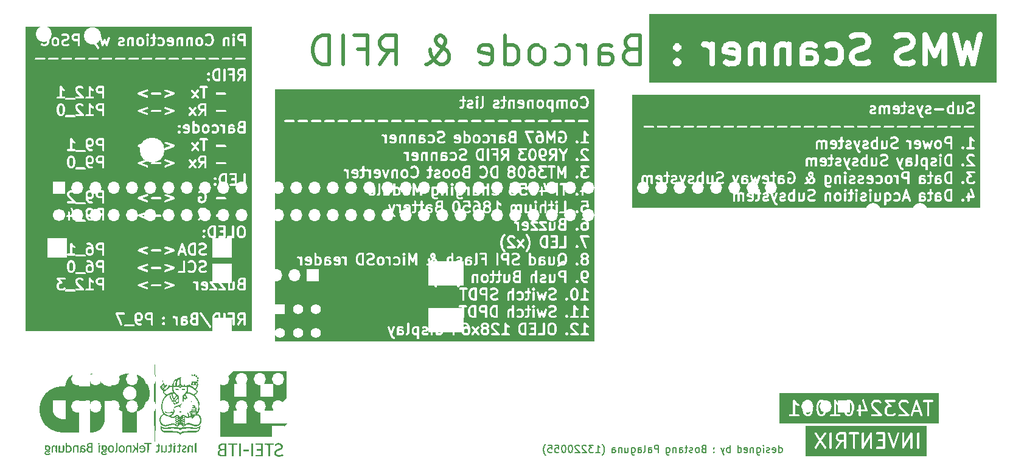
<source format=gbo>
G04 #@! TF.GenerationSoftware,KiCad,Pcbnew,(7.99.0-200-gad838e3d73)*
G04 #@! TF.CreationDate,2024-03-15T16:28:31+07:00*
G04 #@! TF.ProjectId,WMS,574d532e-6b69-4636-9164-5f7063625858,rev?*
G04 #@! TF.SameCoordinates,Original*
G04 #@! TF.FileFunction,Legend,Bot*
G04 #@! TF.FilePolarity,Positive*
%FSLAX46Y46*%
G04 Gerber Fmt 4.6, Leading zero omitted, Abs format (unit mm)*
G04 Created by KiCad (PCBNEW (7.99.0-200-gad838e3d73)) date 2024-03-15 16:28:31*
%MOMM*%
%LPD*%
G01*
G04 APERTURE LIST*
%ADD10C,0.150000*%
%ADD11C,0.300000*%
%ADD12C,0.500000*%
%ADD13C,0.800000*%
%ADD14C,2.000000*%
%ADD15R,1.400000X1.400000*%
%ADD16C,1.400000*%
%ADD17R,5.000000X3.500000*%
%ADD18C,2.390000*%
%ADD19C,3.450000*%
%ADD20C,2.200000*%
%ADD21R,1.700000X1.700000*%
%ADD22O,1.700000X1.700000*%
%ADD23O,1.600000X2.000000*%
%ADD24C,1.700000*%
%ADD25R,1.800000X1.800000*%
%ADD26C,1.800000*%
%ADD27O,3.048000X1.850000*%
%ADD28R,2.800000X2.800000*%
G04 APERTURE END LIST*
D10*
X175329933Y-114844380D02*
X175329933Y-113844380D01*
X175329933Y-114796761D02*
X175425171Y-114844380D01*
X175425171Y-114844380D02*
X175615647Y-114844380D01*
X175615647Y-114844380D02*
X175710885Y-114796761D01*
X175710885Y-114796761D02*
X175758504Y-114749142D01*
X175758504Y-114749142D02*
X175806123Y-114653904D01*
X175806123Y-114653904D02*
X175806123Y-114368190D01*
X175806123Y-114368190D02*
X175758504Y-114272952D01*
X175758504Y-114272952D02*
X175710885Y-114225333D01*
X175710885Y-114225333D02*
X175615647Y-114177714D01*
X175615647Y-114177714D02*
X175425171Y-114177714D01*
X175425171Y-114177714D02*
X175329933Y-114225333D01*
X174472790Y-114796761D02*
X174568028Y-114844380D01*
X174568028Y-114844380D02*
X174758504Y-114844380D01*
X174758504Y-114844380D02*
X174853742Y-114796761D01*
X174853742Y-114796761D02*
X174901361Y-114701523D01*
X174901361Y-114701523D02*
X174901361Y-114320571D01*
X174901361Y-114320571D02*
X174853742Y-114225333D01*
X174853742Y-114225333D02*
X174758504Y-114177714D01*
X174758504Y-114177714D02*
X174568028Y-114177714D01*
X174568028Y-114177714D02*
X174472790Y-114225333D01*
X174472790Y-114225333D02*
X174425171Y-114320571D01*
X174425171Y-114320571D02*
X174425171Y-114415809D01*
X174425171Y-114415809D02*
X174901361Y-114511047D01*
X174044218Y-114796761D02*
X173948980Y-114844380D01*
X173948980Y-114844380D02*
X173758504Y-114844380D01*
X173758504Y-114844380D02*
X173663266Y-114796761D01*
X173663266Y-114796761D02*
X173615647Y-114701523D01*
X173615647Y-114701523D02*
X173615647Y-114653904D01*
X173615647Y-114653904D02*
X173663266Y-114558666D01*
X173663266Y-114558666D02*
X173758504Y-114511047D01*
X173758504Y-114511047D02*
X173901361Y-114511047D01*
X173901361Y-114511047D02*
X173996599Y-114463428D01*
X173996599Y-114463428D02*
X174044218Y-114368190D01*
X174044218Y-114368190D02*
X174044218Y-114320571D01*
X174044218Y-114320571D02*
X173996599Y-114225333D01*
X173996599Y-114225333D02*
X173901361Y-114177714D01*
X173901361Y-114177714D02*
X173758504Y-114177714D01*
X173758504Y-114177714D02*
X173663266Y-114225333D01*
X173187075Y-114844380D02*
X173187075Y-114177714D01*
X173187075Y-113844380D02*
X173234694Y-113892000D01*
X173234694Y-113892000D02*
X173187075Y-113939619D01*
X173187075Y-113939619D02*
X173139456Y-113892000D01*
X173139456Y-113892000D02*
X173187075Y-113844380D01*
X173187075Y-113844380D02*
X173187075Y-113939619D01*
X172282314Y-114177714D02*
X172282314Y-114987238D01*
X172282314Y-114987238D02*
X172329933Y-115082476D01*
X172329933Y-115082476D02*
X172377552Y-115130095D01*
X172377552Y-115130095D02*
X172472790Y-115177714D01*
X172472790Y-115177714D02*
X172615647Y-115177714D01*
X172615647Y-115177714D02*
X172710885Y-115130095D01*
X172282314Y-114796761D02*
X172377552Y-114844380D01*
X172377552Y-114844380D02*
X172568028Y-114844380D01*
X172568028Y-114844380D02*
X172663266Y-114796761D01*
X172663266Y-114796761D02*
X172710885Y-114749142D01*
X172710885Y-114749142D02*
X172758504Y-114653904D01*
X172758504Y-114653904D02*
X172758504Y-114368190D01*
X172758504Y-114368190D02*
X172710885Y-114272952D01*
X172710885Y-114272952D02*
X172663266Y-114225333D01*
X172663266Y-114225333D02*
X172568028Y-114177714D01*
X172568028Y-114177714D02*
X172377552Y-114177714D01*
X172377552Y-114177714D02*
X172282314Y-114225333D01*
X171806123Y-114177714D02*
X171806123Y-114844380D01*
X171806123Y-114272952D02*
X171758504Y-114225333D01*
X171758504Y-114225333D02*
X171663266Y-114177714D01*
X171663266Y-114177714D02*
X171520409Y-114177714D01*
X171520409Y-114177714D02*
X171425171Y-114225333D01*
X171425171Y-114225333D02*
X171377552Y-114320571D01*
X171377552Y-114320571D02*
X171377552Y-114844380D01*
X170520409Y-114796761D02*
X170615647Y-114844380D01*
X170615647Y-114844380D02*
X170806123Y-114844380D01*
X170806123Y-114844380D02*
X170901361Y-114796761D01*
X170901361Y-114796761D02*
X170948980Y-114701523D01*
X170948980Y-114701523D02*
X170948980Y-114320571D01*
X170948980Y-114320571D02*
X170901361Y-114225333D01*
X170901361Y-114225333D02*
X170806123Y-114177714D01*
X170806123Y-114177714D02*
X170615647Y-114177714D01*
X170615647Y-114177714D02*
X170520409Y-114225333D01*
X170520409Y-114225333D02*
X170472790Y-114320571D01*
X170472790Y-114320571D02*
X170472790Y-114415809D01*
X170472790Y-114415809D02*
X170948980Y-114511047D01*
X169615647Y-114844380D02*
X169615647Y-113844380D01*
X169615647Y-114796761D02*
X169710885Y-114844380D01*
X169710885Y-114844380D02*
X169901361Y-114844380D01*
X169901361Y-114844380D02*
X169996599Y-114796761D01*
X169996599Y-114796761D02*
X170044218Y-114749142D01*
X170044218Y-114749142D02*
X170091837Y-114653904D01*
X170091837Y-114653904D02*
X170091837Y-114368190D01*
X170091837Y-114368190D02*
X170044218Y-114272952D01*
X170044218Y-114272952D02*
X169996599Y-114225333D01*
X169996599Y-114225333D02*
X169901361Y-114177714D01*
X169901361Y-114177714D02*
X169710885Y-114177714D01*
X169710885Y-114177714D02*
X169615647Y-114225333D01*
X168539456Y-114844380D02*
X168539456Y-113844380D01*
X168539456Y-114225333D02*
X168444218Y-114177714D01*
X168444218Y-114177714D02*
X168253742Y-114177714D01*
X168253742Y-114177714D02*
X168158504Y-114225333D01*
X168158504Y-114225333D02*
X168110885Y-114272952D01*
X168110885Y-114272952D02*
X168063266Y-114368190D01*
X168063266Y-114368190D02*
X168063266Y-114653904D01*
X168063266Y-114653904D02*
X168110885Y-114749142D01*
X168110885Y-114749142D02*
X168158504Y-114796761D01*
X168158504Y-114796761D02*
X168253742Y-114844380D01*
X168253742Y-114844380D02*
X168444218Y-114844380D01*
X168444218Y-114844380D02*
X168539456Y-114796761D01*
X167729932Y-114177714D02*
X167491837Y-114844380D01*
X167253742Y-114177714D02*
X167491837Y-114844380D01*
X167491837Y-114844380D02*
X167587075Y-115082476D01*
X167587075Y-115082476D02*
X167634694Y-115130095D01*
X167634694Y-115130095D02*
X167729932Y-115177714D01*
X166272789Y-114749142D02*
X166225170Y-114796761D01*
X166225170Y-114796761D02*
X166272789Y-114844380D01*
X166272789Y-114844380D02*
X166320408Y-114796761D01*
X166320408Y-114796761D02*
X166272789Y-114749142D01*
X166272789Y-114749142D02*
X166272789Y-114844380D01*
X166272789Y-114225333D02*
X166225170Y-114272952D01*
X166225170Y-114272952D02*
X166272789Y-114320571D01*
X166272789Y-114320571D02*
X166320408Y-114272952D01*
X166320408Y-114272952D02*
X166272789Y-114225333D01*
X166272789Y-114225333D02*
X166272789Y-114320571D01*
X164863266Y-114320571D02*
X164720409Y-114368190D01*
X164720409Y-114368190D02*
X164672790Y-114415809D01*
X164672790Y-114415809D02*
X164625171Y-114511047D01*
X164625171Y-114511047D02*
X164625171Y-114653904D01*
X164625171Y-114653904D02*
X164672790Y-114749142D01*
X164672790Y-114749142D02*
X164720409Y-114796761D01*
X164720409Y-114796761D02*
X164815647Y-114844380D01*
X164815647Y-114844380D02*
X165196599Y-114844380D01*
X165196599Y-114844380D02*
X165196599Y-113844380D01*
X165196599Y-113844380D02*
X164863266Y-113844380D01*
X164863266Y-113844380D02*
X164768028Y-113892000D01*
X164768028Y-113892000D02*
X164720409Y-113939619D01*
X164720409Y-113939619D02*
X164672790Y-114034857D01*
X164672790Y-114034857D02*
X164672790Y-114130095D01*
X164672790Y-114130095D02*
X164720409Y-114225333D01*
X164720409Y-114225333D02*
X164768028Y-114272952D01*
X164768028Y-114272952D02*
X164863266Y-114320571D01*
X164863266Y-114320571D02*
X165196599Y-114320571D01*
X164053742Y-114844380D02*
X164148980Y-114796761D01*
X164148980Y-114796761D02*
X164196599Y-114749142D01*
X164196599Y-114749142D02*
X164244218Y-114653904D01*
X164244218Y-114653904D02*
X164244218Y-114368190D01*
X164244218Y-114368190D02*
X164196599Y-114272952D01*
X164196599Y-114272952D02*
X164148980Y-114225333D01*
X164148980Y-114225333D02*
X164053742Y-114177714D01*
X164053742Y-114177714D02*
X163910885Y-114177714D01*
X163910885Y-114177714D02*
X163815647Y-114225333D01*
X163815647Y-114225333D02*
X163768028Y-114272952D01*
X163768028Y-114272952D02*
X163720409Y-114368190D01*
X163720409Y-114368190D02*
X163720409Y-114653904D01*
X163720409Y-114653904D02*
X163768028Y-114749142D01*
X163768028Y-114749142D02*
X163815647Y-114796761D01*
X163815647Y-114796761D02*
X163910885Y-114844380D01*
X163910885Y-114844380D02*
X164053742Y-114844380D01*
X163339456Y-114796761D02*
X163244218Y-114844380D01*
X163244218Y-114844380D02*
X163053742Y-114844380D01*
X163053742Y-114844380D02*
X162958504Y-114796761D01*
X162958504Y-114796761D02*
X162910885Y-114701523D01*
X162910885Y-114701523D02*
X162910885Y-114653904D01*
X162910885Y-114653904D02*
X162958504Y-114558666D01*
X162958504Y-114558666D02*
X163053742Y-114511047D01*
X163053742Y-114511047D02*
X163196599Y-114511047D01*
X163196599Y-114511047D02*
X163291837Y-114463428D01*
X163291837Y-114463428D02*
X163339456Y-114368190D01*
X163339456Y-114368190D02*
X163339456Y-114320571D01*
X163339456Y-114320571D02*
X163291837Y-114225333D01*
X163291837Y-114225333D02*
X163196599Y-114177714D01*
X163196599Y-114177714D02*
X163053742Y-114177714D01*
X163053742Y-114177714D02*
X162958504Y-114225333D01*
X162625170Y-114177714D02*
X162244218Y-114177714D01*
X162482313Y-113844380D02*
X162482313Y-114701523D01*
X162482313Y-114701523D02*
X162434694Y-114796761D01*
X162434694Y-114796761D02*
X162339456Y-114844380D01*
X162339456Y-114844380D02*
X162244218Y-114844380D01*
X161482313Y-114844380D02*
X161482313Y-114320571D01*
X161482313Y-114320571D02*
X161529932Y-114225333D01*
X161529932Y-114225333D02*
X161625170Y-114177714D01*
X161625170Y-114177714D02*
X161815646Y-114177714D01*
X161815646Y-114177714D02*
X161910884Y-114225333D01*
X161482313Y-114796761D02*
X161577551Y-114844380D01*
X161577551Y-114844380D02*
X161815646Y-114844380D01*
X161815646Y-114844380D02*
X161910884Y-114796761D01*
X161910884Y-114796761D02*
X161958503Y-114701523D01*
X161958503Y-114701523D02*
X161958503Y-114606285D01*
X161958503Y-114606285D02*
X161910884Y-114511047D01*
X161910884Y-114511047D02*
X161815646Y-114463428D01*
X161815646Y-114463428D02*
X161577551Y-114463428D01*
X161577551Y-114463428D02*
X161482313Y-114415809D01*
X161006122Y-114177714D02*
X161006122Y-114844380D01*
X161006122Y-114272952D02*
X160958503Y-114225333D01*
X160958503Y-114225333D02*
X160863265Y-114177714D01*
X160863265Y-114177714D02*
X160720408Y-114177714D01*
X160720408Y-114177714D02*
X160625170Y-114225333D01*
X160625170Y-114225333D02*
X160577551Y-114320571D01*
X160577551Y-114320571D02*
X160577551Y-114844380D01*
X159672789Y-114177714D02*
X159672789Y-114987238D01*
X159672789Y-114987238D02*
X159720408Y-115082476D01*
X159720408Y-115082476D02*
X159768027Y-115130095D01*
X159768027Y-115130095D02*
X159863265Y-115177714D01*
X159863265Y-115177714D02*
X160006122Y-115177714D01*
X160006122Y-115177714D02*
X160101360Y-115130095D01*
X159672789Y-114796761D02*
X159768027Y-114844380D01*
X159768027Y-114844380D02*
X159958503Y-114844380D01*
X159958503Y-114844380D02*
X160053741Y-114796761D01*
X160053741Y-114796761D02*
X160101360Y-114749142D01*
X160101360Y-114749142D02*
X160148979Y-114653904D01*
X160148979Y-114653904D02*
X160148979Y-114368190D01*
X160148979Y-114368190D02*
X160101360Y-114272952D01*
X160101360Y-114272952D02*
X160053741Y-114225333D01*
X160053741Y-114225333D02*
X159958503Y-114177714D01*
X159958503Y-114177714D02*
X159768027Y-114177714D01*
X159768027Y-114177714D02*
X159672789Y-114225333D01*
X158596598Y-114844380D02*
X158596598Y-113844380D01*
X158596598Y-113844380D02*
X158215646Y-113844380D01*
X158215646Y-113844380D02*
X158120408Y-113892000D01*
X158120408Y-113892000D02*
X158072789Y-113939619D01*
X158072789Y-113939619D02*
X158025170Y-114034857D01*
X158025170Y-114034857D02*
X158025170Y-114177714D01*
X158025170Y-114177714D02*
X158072789Y-114272952D01*
X158072789Y-114272952D02*
X158120408Y-114320571D01*
X158120408Y-114320571D02*
X158215646Y-114368190D01*
X158215646Y-114368190D02*
X158596598Y-114368190D01*
X157168027Y-114844380D02*
X157168027Y-114320571D01*
X157168027Y-114320571D02*
X157215646Y-114225333D01*
X157215646Y-114225333D02*
X157310884Y-114177714D01*
X157310884Y-114177714D02*
X157501360Y-114177714D01*
X157501360Y-114177714D02*
X157596598Y-114225333D01*
X157168027Y-114796761D02*
X157263265Y-114844380D01*
X157263265Y-114844380D02*
X157501360Y-114844380D01*
X157501360Y-114844380D02*
X157596598Y-114796761D01*
X157596598Y-114796761D02*
X157644217Y-114701523D01*
X157644217Y-114701523D02*
X157644217Y-114606285D01*
X157644217Y-114606285D02*
X157596598Y-114511047D01*
X157596598Y-114511047D02*
X157501360Y-114463428D01*
X157501360Y-114463428D02*
X157263265Y-114463428D01*
X157263265Y-114463428D02*
X157168027Y-114415809D01*
X156548979Y-114844380D02*
X156644217Y-114796761D01*
X156644217Y-114796761D02*
X156691836Y-114701523D01*
X156691836Y-114701523D02*
X156691836Y-113844380D01*
X155739455Y-114844380D02*
X155739455Y-114320571D01*
X155739455Y-114320571D02*
X155787074Y-114225333D01*
X155787074Y-114225333D02*
X155882312Y-114177714D01*
X155882312Y-114177714D02*
X156072788Y-114177714D01*
X156072788Y-114177714D02*
X156168026Y-114225333D01*
X155739455Y-114796761D02*
X155834693Y-114844380D01*
X155834693Y-114844380D02*
X156072788Y-114844380D01*
X156072788Y-114844380D02*
X156168026Y-114796761D01*
X156168026Y-114796761D02*
X156215645Y-114701523D01*
X156215645Y-114701523D02*
X156215645Y-114606285D01*
X156215645Y-114606285D02*
X156168026Y-114511047D01*
X156168026Y-114511047D02*
X156072788Y-114463428D01*
X156072788Y-114463428D02*
X155834693Y-114463428D01*
X155834693Y-114463428D02*
X155739455Y-114415809D01*
X154834693Y-114177714D02*
X154834693Y-114987238D01*
X154834693Y-114987238D02*
X154882312Y-115082476D01*
X154882312Y-115082476D02*
X154929931Y-115130095D01*
X154929931Y-115130095D02*
X155025169Y-115177714D01*
X155025169Y-115177714D02*
X155168026Y-115177714D01*
X155168026Y-115177714D02*
X155263264Y-115130095D01*
X154834693Y-114796761D02*
X154929931Y-114844380D01*
X154929931Y-114844380D02*
X155120407Y-114844380D01*
X155120407Y-114844380D02*
X155215645Y-114796761D01*
X155215645Y-114796761D02*
X155263264Y-114749142D01*
X155263264Y-114749142D02*
X155310883Y-114653904D01*
X155310883Y-114653904D02*
X155310883Y-114368190D01*
X155310883Y-114368190D02*
X155263264Y-114272952D01*
X155263264Y-114272952D02*
X155215645Y-114225333D01*
X155215645Y-114225333D02*
X155120407Y-114177714D01*
X155120407Y-114177714D02*
X154929931Y-114177714D01*
X154929931Y-114177714D02*
X154834693Y-114225333D01*
X153929931Y-114177714D02*
X153929931Y-114844380D01*
X154358502Y-114177714D02*
X154358502Y-114701523D01*
X154358502Y-114701523D02*
X154310883Y-114796761D01*
X154310883Y-114796761D02*
X154215645Y-114844380D01*
X154215645Y-114844380D02*
X154072788Y-114844380D01*
X154072788Y-114844380D02*
X153977550Y-114796761D01*
X153977550Y-114796761D02*
X153929931Y-114749142D01*
X153453740Y-114177714D02*
X153453740Y-114844380D01*
X153453740Y-114272952D02*
X153406121Y-114225333D01*
X153406121Y-114225333D02*
X153310883Y-114177714D01*
X153310883Y-114177714D02*
X153168026Y-114177714D01*
X153168026Y-114177714D02*
X153072788Y-114225333D01*
X153072788Y-114225333D02*
X153025169Y-114320571D01*
X153025169Y-114320571D02*
X153025169Y-114844380D01*
X152120407Y-114844380D02*
X152120407Y-114320571D01*
X152120407Y-114320571D02*
X152168026Y-114225333D01*
X152168026Y-114225333D02*
X152263264Y-114177714D01*
X152263264Y-114177714D02*
X152453740Y-114177714D01*
X152453740Y-114177714D02*
X152548978Y-114225333D01*
X152120407Y-114796761D02*
X152215645Y-114844380D01*
X152215645Y-114844380D02*
X152453740Y-114844380D01*
X152453740Y-114844380D02*
X152548978Y-114796761D01*
X152548978Y-114796761D02*
X152596597Y-114701523D01*
X152596597Y-114701523D02*
X152596597Y-114606285D01*
X152596597Y-114606285D02*
X152548978Y-114511047D01*
X152548978Y-114511047D02*
X152453740Y-114463428D01*
X152453740Y-114463428D02*
X152215645Y-114463428D01*
X152215645Y-114463428D02*
X152120407Y-114415809D01*
X150758502Y-115225333D02*
X150806121Y-115177714D01*
X150806121Y-115177714D02*
X150901359Y-115034857D01*
X150901359Y-115034857D02*
X150948978Y-114939619D01*
X150948978Y-114939619D02*
X150996597Y-114796761D01*
X150996597Y-114796761D02*
X151044216Y-114558666D01*
X151044216Y-114558666D02*
X151044216Y-114368190D01*
X151044216Y-114368190D02*
X150996597Y-114130095D01*
X150996597Y-114130095D02*
X150948978Y-113987238D01*
X150948978Y-113987238D02*
X150901359Y-113892000D01*
X150901359Y-113892000D02*
X150806121Y-113749142D01*
X150806121Y-113749142D02*
X150758502Y-113701523D01*
X149853740Y-114844380D02*
X150425168Y-114844380D01*
X150139454Y-114844380D02*
X150139454Y-113844380D01*
X150139454Y-113844380D02*
X150234692Y-113987238D01*
X150234692Y-113987238D02*
X150329930Y-114082476D01*
X150329930Y-114082476D02*
X150425168Y-114130095D01*
X149520406Y-113844380D02*
X148901359Y-113844380D01*
X148901359Y-113844380D02*
X149234692Y-114225333D01*
X149234692Y-114225333D02*
X149091835Y-114225333D01*
X149091835Y-114225333D02*
X148996597Y-114272952D01*
X148996597Y-114272952D02*
X148948978Y-114320571D01*
X148948978Y-114320571D02*
X148901359Y-114415809D01*
X148901359Y-114415809D02*
X148901359Y-114653904D01*
X148901359Y-114653904D02*
X148948978Y-114749142D01*
X148948978Y-114749142D02*
X148996597Y-114796761D01*
X148996597Y-114796761D02*
X149091835Y-114844380D01*
X149091835Y-114844380D02*
X149377549Y-114844380D01*
X149377549Y-114844380D02*
X149472787Y-114796761D01*
X149472787Y-114796761D02*
X149520406Y-114749142D01*
X148520406Y-113939619D02*
X148472787Y-113892000D01*
X148472787Y-113892000D02*
X148377549Y-113844380D01*
X148377549Y-113844380D02*
X148139454Y-113844380D01*
X148139454Y-113844380D02*
X148044216Y-113892000D01*
X148044216Y-113892000D02*
X147996597Y-113939619D01*
X147996597Y-113939619D02*
X147948978Y-114034857D01*
X147948978Y-114034857D02*
X147948978Y-114130095D01*
X147948978Y-114130095D02*
X147996597Y-114272952D01*
X147996597Y-114272952D02*
X148568025Y-114844380D01*
X148568025Y-114844380D02*
X147948978Y-114844380D01*
X147568025Y-113939619D02*
X147520406Y-113892000D01*
X147520406Y-113892000D02*
X147425168Y-113844380D01*
X147425168Y-113844380D02*
X147187073Y-113844380D01*
X147187073Y-113844380D02*
X147091835Y-113892000D01*
X147091835Y-113892000D02*
X147044216Y-113939619D01*
X147044216Y-113939619D02*
X146996597Y-114034857D01*
X146996597Y-114034857D02*
X146996597Y-114130095D01*
X146996597Y-114130095D02*
X147044216Y-114272952D01*
X147044216Y-114272952D02*
X147615644Y-114844380D01*
X147615644Y-114844380D02*
X146996597Y-114844380D01*
X146377549Y-113844380D02*
X146282311Y-113844380D01*
X146282311Y-113844380D02*
X146187073Y-113892000D01*
X146187073Y-113892000D02*
X146139454Y-113939619D01*
X146139454Y-113939619D02*
X146091835Y-114034857D01*
X146091835Y-114034857D02*
X146044216Y-114225333D01*
X146044216Y-114225333D02*
X146044216Y-114463428D01*
X146044216Y-114463428D02*
X146091835Y-114653904D01*
X146091835Y-114653904D02*
X146139454Y-114749142D01*
X146139454Y-114749142D02*
X146187073Y-114796761D01*
X146187073Y-114796761D02*
X146282311Y-114844380D01*
X146282311Y-114844380D02*
X146377549Y-114844380D01*
X146377549Y-114844380D02*
X146472787Y-114796761D01*
X146472787Y-114796761D02*
X146520406Y-114749142D01*
X146520406Y-114749142D02*
X146568025Y-114653904D01*
X146568025Y-114653904D02*
X146615644Y-114463428D01*
X146615644Y-114463428D02*
X146615644Y-114225333D01*
X146615644Y-114225333D02*
X146568025Y-114034857D01*
X146568025Y-114034857D02*
X146520406Y-113939619D01*
X146520406Y-113939619D02*
X146472787Y-113892000D01*
X146472787Y-113892000D02*
X146377549Y-113844380D01*
X145425168Y-113844380D02*
X145329930Y-113844380D01*
X145329930Y-113844380D02*
X145234692Y-113892000D01*
X145234692Y-113892000D02*
X145187073Y-113939619D01*
X145187073Y-113939619D02*
X145139454Y-114034857D01*
X145139454Y-114034857D02*
X145091835Y-114225333D01*
X145091835Y-114225333D02*
X145091835Y-114463428D01*
X145091835Y-114463428D02*
X145139454Y-114653904D01*
X145139454Y-114653904D02*
X145187073Y-114749142D01*
X145187073Y-114749142D02*
X145234692Y-114796761D01*
X145234692Y-114796761D02*
X145329930Y-114844380D01*
X145329930Y-114844380D02*
X145425168Y-114844380D01*
X145425168Y-114844380D02*
X145520406Y-114796761D01*
X145520406Y-114796761D02*
X145568025Y-114749142D01*
X145568025Y-114749142D02*
X145615644Y-114653904D01*
X145615644Y-114653904D02*
X145663263Y-114463428D01*
X145663263Y-114463428D02*
X145663263Y-114225333D01*
X145663263Y-114225333D02*
X145615644Y-114034857D01*
X145615644Y-114034857D02*
X145568025Y-113939619D01*
X145568025Y-113939619D02*
X145520406Y-113892000D01*
X145520406Y-113892000D02*
X145425168Y-113844380D01*
X144187073Y-113844380D02*
X144663263Y-113844380D01*
X144663263Y-113844380D02*
X144710882Y-114320571D01*
X144710882Y-114320571D02*
X144663263Y-114272952D01*
X144663263Y-114272952D02*
X144568025Y-114225333D01*
X144568025Y-114225333D02*
X144329930Y-114225333D01*
X144329930Y-114225333D02*
X144234692Y-114272952D01*
X144234692Y-114272952D02*
X144187073Y-114320571D01*
X144187073Y-114320571D02*
X144139454Y-114415809D01*
X144139454Y-114415809D02*
X144139454Y-114653904D01*
X144139454Y-114653904D02*
X144187073Y-114749142D01*
X144187073Y-114749142D02*
X144234692Y-114796761D01*
X144234692Y-114796761D02*
X144329930Y-114844380D01*
X144329930Y-114844380D02*
X144568025Y-114844380D01*
X144568025Y-114844380D02*
X144663263Y-114796761D01*
X144663263Y-114796761D02*
X144710882Y-114749142D01*
X143234692Y-113844380D02*
X143710882Y-113844380D01*
X143710882Y-113844380D02*
X143758501Y-114320571D01*
X143758501Y-114320571D02*
X143710882Y-114272952D01*
X143710882Y-114272952D02*
X143615644Y-114225333D01*
X143615644Y-114225333D02*
X143377549Y-114225333D01*
X143377549Y-114225333D02*
X143282311Y-114272952D01*
X143282311Y-114272952D02*
X143234692Y-114320571D01*
X143234692Y-114320571D02*
X143187073Y-114415809D01*
X143187073Y-114415809D02*
X143187073Y-114653904D01*
X143187073Y-114653904D02*
X143234692Y-114749142D01*
X143234692Y-114749142D02*
X143282311Y-114796761D01*
X143282311Y-114796761D02*
X143377549Y-114844380D01*
X143377549Y-114844380D02*
X143615644Y-114844380D01*
X143615644Y-114844380D02*
X143710882Y-114796761D01*
X143710882Y-114796761D02*
X143758501Y-114749142D01*
X142853739Y-115225333D02*
X142806120Y-115177714D01*
X142806120Y-115177714D02*
X142710882Y-115034857D01*
X142710882Y-115034857D02*
X142663263Y-114939619D01*
X142663263Y-114939619D02*
X142615644Y-114796761D01*
X142615644Y-114796761D02*
X142568025Y-114558666D01*
X142568025Y-114558666D02*
X142568025Y-114368190D01*
X142568025Y-114368190D02*
X142615644Y-114130095D01*
X142615644Y-114130095D02*
X142663263Y-113987238D01*
X142663263Y-113987238D02*
X142710882Y-113892000D01*
X142710882Y-113892000D02*
X142806120Y-113749142D01*
X142806120Y-113749142D02*
X142853739Y-113701523D01*
D11*
G36*
X190614261Y-78929078D02*
G01*
X190651264Y-78966081D01*
X190695971Y-79055495D01*
X190695971Y-79413247D01*
X190651263Y-79502661D01*
X190614261Y-79539663D01*
X190524847Y-79584371D01*
X190309953Y-79584371D01*
X190281686Y-79570238D01*
X190281686Y-78898504D01*
X190309953Y-78884371D01*
X190524846Y-78884371D01*
X190614261Y-78929078D01*
G37*
G36*
X193209285Y-79155800D02*
G01*
X192911227Y-79155800D01*
X193060256Y-78708712D01*
X193209285Y-79155800D01*
G37*
G36*
X197705596Y-79346174D02*
G01*
X197738828Y-79412638D01*
X197738828Y-79484675D01*
X197705595Y-79551139D01*
X197639133Y-79584371D01*
X197352810Y-79584371D01*
X197324543Y-79570238D01*
X197324543Y-79316637D01*
X197334182Y-79318372D01*
X197347274Y-79312942D01*
X197639132Y-79312942D01*
X197705596Y-79346174D01*
G37*
G36*
X195491310Y-79346174D02*
G01*
X195524542Y-79412638D01*
X195524542Y-79484675D01*
X195491309Y-79551139D01*
X195424847Y-79584371D01*
X195138524Y-79584371D01*
X195110257Y-79570238D01*
X195110257Y-79316637D01*
X195119896Y-79318372D01*
X195132988Y-79312942D01*
X195424846Y-79312942D01*
X195491310Y-79346174D01*
G37*
G36*
X183685688Y-78929078D02*
G01*
X183722691Y-78966081D01*
X183767398Y-79055495D01*
X183767398Y-79413247D01*
X183722690Y-79502661D01*
X183685688Y-79539663D01*
X183596274Y-79584371D01*
X183452808Y-79584371D01*
X183363397Y-79539665D01*
X183326390Y-79502659D01*
X183281684Y-79413247D01*
X183281684Y-79055496D01*
X183326391Y-78966082D01*
X183363395Y-78929077D01*
X183452808Y-78884371D01*
X183596273Y-78884371D01*
X183685688Y-78929078D01*
G37*
G36*
X177295970Y-78898505D02*
G01*
X177295970Y-79570237D01*
X177267703Y-79584371D01*
X177052808Y-79584371D01*
X176963397Y-79539665D01*
X176926390Y-79502659D01*
X176881684Y-79413247D01*
X176881684Y-79055496D01*
X176926391Y-78966082D01*
X176963395Y-78929077D01*
X177052808Y-78884371D01*
X177267702Y-78884371D01*
X177295970Y-78898505D01*
G37*
G36*
X171548451Y-78917603D02*
G01*
X171581683Y-78984067D01*
X171581683Y-79051401D01*
X171174453Y-78969954D01*
X171200629Y-78917602D01*
X171267093Y-78884371D01*
X171481987Y-78884371D01*
X171548451Y-78917603D01*
G37*
G36*
X199167400Y-79584371D02*
G01*
X198984600Y-79584371D01*
X198826998Y-79531837D01*
X198726392Y-79431231D01*
X198673213Y-79324875D01*
X198610257Y-79073050D01*
X198610257Y-78895692D01*
X198673211Y-78643871D01*
X198726392Y-78537511D01*
X198826998Y-78436904D01*
X198984598Y-78384371D01*
X199167400Y-78384371D01*
X199167400Y-79584371D01*
G37*
G36*
X182328546Y-76499078D02*
G01*
X182365549Y-76536081D01*
X182410256Y-76625495D01*
X182410256Y-76983247D01*
X182365548Y-77072661D01*
X182328546Y-77109663D01*
X182239132Y-77154371D01*
X182024238Y-77154371D01*
X181995971Y-77140238D01*
X181995971Y-76468504D01*
X182024238Y-76454371D01*
X182239131Y-76454371D01*
X182328546Y-76499078D01*
G37*
G36*
X197705596Y-76916174D02*
G01*
X197738828Y-76982638D01*
X197738828Y-77054675D01*
X197705595Y-77121139D01*
X197639133Y-77154371D01*
X197352810Y-77154371D01*
X197324543Y-77140238D01*
X197324543Y-76886637D01*
X197334182Y-76888372D01*
X197347274Y-76882942D01*
X197639132Y-76882942D01*
X197705596Y-76916174D01*
G37*
G36*
X195491310Y-76916174D02*
G01*
X195524542Y-76982638D01*
X195524542Y-77054675D01*
X195491309Y-77121139D01*
X195424847Y-77154371D01*
X195138524Y-77154371D01*
X195110257Y-77140238D01*
X195110257Y-76886637D01*
X195119896Y-76888372D01*
X195132988Y-76882942D01*
X195424846Y-76882942D01*
X195491310Y-76916174D01*
G37*
G36*
X190757118Y-76499078D02*
G01*
X190794121Y-76536081D01*
X190838828Y-76625495D01*
X190838828Y-76983247D01*
X190794120Y-77072661D01*
X190757118Y-77109663D01*
X190667704Y-77154371D01*
X190524238Y-77154371D01*
X190434827Y-77109665D01*
X190397820Y-77072659D01*
X190353114Y-76983247D01*
X190353114Y-76625496D01*
X190397821Y-76536082D01*
X190434825Y-76499077D01*
X190524238Y-76454371D01*
X190667703Y-76454371D01*
X190757118Y-76499078D01*
G37*
G36*
X188162739Y-76487603D02*
G01*
X188195971Y-76554067D01*
X188195971Y-76621401D01*
X187788741Y-76539954D01*
X187814917Y-76487602D01*
X187881381Y-76454371D01*
X188096275Y-76454371D01*
X188162739Y-76487603D01*
G37*
G36*
X179993264Y-76706652D02*
G01*
X180036978Y-76750367D01*
X180081685Y-76839781D01*
X180081685Y-76983247D01*
X180036979Y-77072657D01*
X179999973Y-77109663D01*
X179910559Y-77154371D01*
X179767095Y-77154371D01*
X179677682Y-77109664D01*
X179631001Y-77062984D01*
X179618347Y-77046111D01*
X179895635Y-76713365D01*
X179903489Y-76709937D01*
X179923475Y-76679957D01*
X179932154Y-76669543D01*
X179933375Y-76666726D01*
X179993264Y-76706652D01*
G37*
G36*
X179834167Y-75987603D02*
G01*
X179867399Y-76054067D01*
X179867399Y-76137171D01*
X179833303Y-76239458D01*
X179755819Y-76187803D01*
X179712106Y-76144089D01*
X179667399Y-76054675D01*
X179667399Y-76054068D01*
X179700631Y-75987602D01*
X179767095Y-75954371D01*
X179767702Y-75954371D01*
X179834167Y-75987603D01*
G37*
G36*
X175862738Y-76916174D02*
G01*
X175895970Y-76982638D01*
X175895970Y-77054675D01*
X175862737Y-77121139D01*
X175796275Y-77154371D01*
X175509952Y-77154371D01*
X175481685Y-77140238D01*
X175481685Y-76886637D01*
X175491324Y-76888372D01*
X175504416Y-76882942D01*
X175796274Y-76882942D01*
X175862738Y-76916174D01*
G37*
G36*
X173648452Y-76487603D02*
G01*
X173681684Y-76554067D01*
X173681684Y-76621401D01*
X173274454Y-76539954D01*
X173300630Y-76487602D01*
X173367094Y-76454371D01*
X173581988Y-76454371D01*
X173648452Y-76487603D01*
G37*
G36*
X170791309Y-76916174D02*
G01*
X170824541Y-76982638D01*
X170824541Y-77054675D01*
X170791308Y-77121139D01*
X170724846Y-77154371D01*
X170438523Y-77154371D01*
X170410256Y-77140238D01*
X170410256Y-76886637D01*
X170419895Y-76888372D01*
X170432987Y-76882942D01*
X170724845Y-76882942D01*
X170791309Y-76916174D01*
G37*
G36*
X164567399Y-76468505D02*
G01*
X164567399Y-77140237D01*
X164539132Y-77154371D01*
X164324237Y-77154371D01*
X164234826Y-77109665D01*
X164197819Y-77072659D01*
X164153113Y-76983247D01*
X164153113Y-76625496D01*
X164197820Y-76536082D01*
X164234824Y-76499077D01*
X164324237Y-76454371D01*
X164539131Y-76454371D01*
X164567399Y-76468505D01*
G37*
G36*
X158819880Y-76487603D02*
G01*
X158853112Y-76554067D01*
X158853112Y-76621401D01*
X158445882Y-76539954D01*
X158472058Y-76487602D01*
X158538522Y-76454371D01*
X158753416Y-76454371D01*
X158819880Y-76487603D01*
G37*
G36*
X199167400Y-77154371D02*
G01*
X198984600Y-77154371D01*
X198826998Y-77101837D01*
X198726392Y-77001231D01*
X198673213Y-76894875D01*
X198610257Y-76643050D01*
X198610257Y-76465692D01*
X198673211Y-76213871D01*
X198726392Y-76107511D01*
X198826998Y-76006904D01*
X198984598Y-75954371D01*
X199167400Y-75954371D01*
X199167400Y-77154371D01*
G37*
G36*
X193195971Y-76440085D02*
G01*
X192809952Y-76440085D01*
X192720538Y-76395378D01*
X192683533Y-76358373D01*
X192638828Y-76268961D01*
X192638828Y-76125495D01*
X192683534Y-76036081D01*
X192720538Y-75999077D01*
X192809952Y-75954371D01*
X193195971Y-75954371D01*
X193195971Y-76440085D01*
G37*
G36*
X195738828Y-74038505D02*
G01*
X195738828Y-74710237D01*
X195710561Y-74724371D01*
X195495666Y-74724371D01*
X195406255Y-74679665D01*
X195369248Y-74642659D01*
X195324542Y-74553247D01*
X195324542Y-74195496D01*
X195369249Y-74106082D01*
X195406253Y-74069077D01*
X195495666Y-74024371D01*
X195710560Y-74024371D01*
X195738828Y-74038505D01*
G37*
G36*
X193634167Y-74486174D02*
G01*
X193667399Y-74552638D01*
X193667399Y-74624675D01*
X193634166Y-74691139D01*
X193567704Y-74724371D01*
X193281381Y-74724371D01*
X193253114Y-74710238D01*
X193253114Y-74456637D01*
X193262753Y-74458372D01*
X193275845Y-74452942D01*
X193567703Y-74452942D01*
X193634167Y-74486174D01*
G37*
G36*
X187410257Y-74038505D02*
G01*
X187410257Y-74710237D01*
X187381990Y-74724371D01*
X187167095Y-74724371D01*
X187077684Y-74679665D01*
X187040677Y-74642659D01*
X186995971Y-74553247D01*
X186995971Y-74195496D01*
X187040678Y-74106082D01*
X187077682Y-74069077D01*
X187167095Y-74024371D01*
X187381989Y-74024371D01*
X187410257Y-74038505D01*
G37*
G36*
X181662738Y-74057603D02*
G01*
X181695970Y-74124067D01*
X181695970Y-74191401D01*
X181288740Y-74109954D01*
X181314916Y-74057602D01*
X181381380Y-74024371D01*
X181596274Y-74024371D01*
X181662738Y-74057603D01*
G37*
G36*
X199167400Y-74724371D02*
G01*
X198984600Y-74724371D01*
X198826998Y-74671837D01*
X198726392Y-74571231D01*
X198673213Y-74464875D01*
X198610257Y-74213050D01*
X198610257Y-74035692D01*
X198673211Y-73783871D01*
X198726392Y-73677511D01*
X198826998Y-73576904D01*
X198984598Y-73524371D01*
X199167400Y-73524371D01*
X199167400Y-74724371D01*
G37*
G36*
X197657118Y-71639078D02*
G01*
X197694121Y-71676081D01*
X197738828Y-71765495D01*
X197738828Y-72123247D01*
X197694120Y-72212661D01*
X197657118Y-72249663D01*
X197567704Y-72294371D01*
X197424238Y-72294371D01*
X197334827Y-72249665D01*
X197297820Y-72212659D01*
X197253114Y-72123247D01*
X197253114Y-71765496D01*
X197297821Y-71676082D01*
X197334825Y-71639077D01*
X197424238Y-71594371D01*
X197567703Y-71594371D01*
X197657118Y-71639078D01*
G37*
G36*
X194777024Y-71627603D02*
G01*
X194810256Y-71694067D01*
X194810256Y-71761401D01*
X194403026Y-71679954D01*
X194429202Y-71627602D01*
X194495666Y-71594371D01*
X194710560Y-71594371D01*
X194777024Y-71627603D01*
G37*
G36*
X188838829Y-71608505D02*
G01*
X188838829Y-72280237D01*
X188810562Y-72294371D01*
X188595667Y-72294371D01*
X188506256Y-72249665D01*
X188469249Y-72212659D01*
X188424543Y-72123247D01*
X188424543Y-71765496D01*
X188469250Y-71676082D01*
X188506254Y-71639077D01*
X188595667Y-71594371D01*
X188810561Y-71594371D01*
X188838829Y-71608505D01*
G37*
G36*
X183091310Y-71627603D02*
G01*
X183124542Y-71694067D01*
X183124542Y-71761401D01*
X182717312Y-71679954D01*
X182743488Y-71627602D01*
X182809952Y-71594371D01*
X183024846Y-71594371D01*
X183091310Y-71627603D01*
G37*
G36*
X199167400Y-71580085D02*
G01*
X198781381Y-71580085D01*
X198691967Y-71535378D01*
X198654962Y-71498373D01*
X198610257Y-71408961D01*
X198610257Y-71265495D01*
X198654963Y-71176081D01*
X198691967Y-71139077D01*
X198781381Y-71094371D01*
X199167400Y-71094371D01*
X199167400Y-71580085D01*
G37*
G36*
X199424543Y-66748505D02*
G01*
X199424543Y-67420237D01*
X199396276Y-67434371D01*
X199181381Y-67434371D01*
X199091970Y-67389665D01*
X199054963Y-67352659D01*
X199010257Y-67263247D01*
X199010257Y-66905496D01*
X199054964Y-66816082D01*
X199091968Y-66779077D01*
X199181381Y-66734371D01*
X199396275Y-66734371D01*
X199424543Y-66748505D01*
G37*
G36*
X191819881Y-66767603D02*
G01*
X191853113Y-66834067D01*
X191853113Y-66901401D01*
X191445883Y-66819954D01*
X191472059Y-66767602D01*
X191538523Y-66734371D01*
X191753417Y-66734371D01*
X191819881Y-66767603D01*
G37*
G36*
X203381686Y-80725086D02*
G01*
X154888827Y-80725086D01*
X154888827Y-78965438D01*
X168933396Y-78965438D01*
X168938826Y-78978530D01*
X168938826Y-79755939D01*
X168957310Y-79818891D01*
X169023883Y-79876576D01*
X169111075Y-79889113D01*
X169191202Y-79852520D01*
X169238826Y-79778415D01*
X169238826Y-78984068D01*
X169272058Y-78917602D01*
X169338522Y-78884371D01*
X169481987Y-78884371D01*
X169548452Y-78917603D01*
X169581684Y-78984067D01*
X169581684Y-79755939D01*
X169600168Y-79818891D01*
X169666741Y-79876576D01*
X169753933Y-79889113D01*
X169834060Y-79852520D01*
X169881684Y-79778415D01*
X169881684Y-78984067D01*
X169914915Y-78917602D01*
X169981379Y-78884371D01*
X170124844Y-78884371D01*
X170214259Y-78929078D01*
X170224541Y-78939360D01*
X170224541Y-79755939D01*
X170243025Y-79818891D01*
X170309598Y-79876576D01*
X170396790Y-79889113D01*
X170476917Y-79852520D01*
X170524541Y-79778415D01*
X170524541Y-79082984D01*
X170861298Y-79082984D01*
X170867398Y-79108919D01*
X170867398Y-79113082D01*
X170872319Y-79129843D01*
X170881466Y-79168731D01*
X170884638Y-79171798D01*
X170885882Y-79176034D01*
X170916079Y-79202199D01*
X170944792Y-79229963D01*
X170949119Y-79230828D01*
X170952455Y-79233719D01*
X170992007Y-79239406D01*
X171581683Y-79357342D01*
X171581683Y-79484675D01*
X171548450Y-79551139D01*
X171481988Y-79584371D01*
X171267093Y-79584371D01*
X171136617Y-79519133D01*
X171072045Y-79507512D01*
X170990678Y-79541259D01*
X170940471Y-79613639D01*
X170937366Y-79701672D01*
X170982349Y-79777409D01*
X171157377Y-79864923D01*
X171187639Y-79884371D01*
X171218292Y-79884371D01*
X171248464Y-79889801D01*
X171261556Y-79884371D01*
X171509323Y-79884371D01*
X171545086Y-79888232D01*
X171572500Y-79874524D01*
X171601918Y-79865887D01*
X171611200Y-79855174D01*
X171693155Y-79814196D01*
X171698985Y-79814402D01*
X171732198Y-79794674D01*
X171746628Y-79787460D01*
X171750659Y-79783709D01*
X171774722Y-79769418D01*
X171781120Y-79756620D01*
X172005513Y-79756620D01*
X172042106Y-79836747D01*
X172116211Y-79884371D01*
X172295037Y-79884371D01*
X172330800Y-79888232D01*
X172358214Y-79874524D01*
X172387632Y-79865887D01*
X172396914Y-79855174D01*
X172478869Y-79814196D01*
X172484699Y-79814402D01*
X172517917Y-79794672D01*
X172532342Y-79787460D01*
X172536371Y-79783711D01*
X172560436Y-79769419D01*
X172567998Y-79754293D01*
X172580382Y-79742775D01*
X172587314Y-79715661D01*
X172647950Y-79594390D01*
X172667398Y-79564129D01*
X172667398Y-79533476D01*
X172672828Y-79503304D01*
X172667398Y-79490212D01*
X172667398Y-79465438D01*
X173004825Y-79465438D01*
X173010255Y-79478530D01*
X173010255Y-79512010D01*
X173006394Y-79547773D01*
X173020101Y-79575187D01*
X173028739Y-79604605D01*
X173039451Y-79613887D01*
X173080429Y-79695842D01*
X173080224Y-79701672D01*
X173099953Y-79734890D01*
X173107166Y-79749315D01*
X173110914Y-79753344D01*
X173125207Y-79777409D01*
X173140332Y-79784971D01*
X173151851Y-79797355D01*
X173178964Y-79804287D01*
X173300235Y-79864923D01*
X173330497Y-79884371D01*
X173361150Y-79884371D01*
X173391322Y-79889801D01*
X173404414Y-79884371D01*
X173652180Y-79884371D01*
X173687943Y-79888232D01*
X173715357Y-79874524D01*
X173744775Y-79865887D01*
X173754057Y-79855174D01*
X173889485Y-79787460D01*
X173937525Y-79742775D01*
X173959347Y-79657432D01*
X173931567Y-79573839D01*
X173863003Y-79518536D01*
X173775423Y-79509081D01*
X173624845Y-79584371D01*
X173409951Y-79584371D01*
X173343487Y-79551139D01*
X173310255Y-79484675D01*
X173310255Y-79484068D01*
X173343487Y-79417602D01*
X173409951Y-79384371D01*
X173580752Y-79384371D01*
X173616515Y-79388232D01*
X173643929Y-79374524D01*
X173673347Y-79365887D01*
X173682629Y-79355174D01*
X173764584Y-79314196D01*
X173770414Y-79314402D01*
X173803627Y-79294674D01*
X173818057Y-79287460D01*
X173822088Y-79283709D01*
X173846151Y-79269418D01*
X173853712Y-79254294D01*
X173866097Y-79242775D01*
X173873030Y-79215658D01*
X173933664Y-79094390D01*
X173953112Y-79064129D01*
X173953112Y-79033477D01*
X173958542Y-79003303D01*
X173953112Y-78990211D01*
X173953112Y-78956733D01*
X173956973Y-78920970D01*
X173943265Y-78893555D01*
X173934628Y-78864137D01*
X173923916Y-78854855D01*
X173882938Y-78772898D01*
X173883144Y-78767070D01*
X173869051Y-78743343D01*
X174147037Y-78743343D01*
X174505201Y-79746203D01*
X174504626Y-79749186D01*
X174508586Y-79759086D01*
X174507974Y-79769733D01*
X174523312Y-79796912D01*
X174526248Y-79805133D01*
X174527930Y-79807447D01*
X174659197Y-80135613D01*
X174665903Y-80166437D01*
X174690706Y-80191240D01*
X174712392Y-80218833D01*
X174721431Y-80221964D01*
X174755174Y-80255706D01*
X174768064Y-80277409D01*
X174805038Y-80295896D01*
X174841311Y-80315703D01*
X174844233Y-80315493D01*
X174969606Y-80378180D01*
X175034179Y-80389801D01*
X175115546Y-80356054D01*
X175165753Y-80283674D01*
X175168858Y-80195641D01*
X175123874Y-80119904D01*
X174963395Y-80039664D01*
X174930948Y-80007217D01*
X174820607Y-79731366D01*
X174915581Y-79465438D01*
X175361968Y-79465438D01*
X175367398Y-79478530D01*
X175367398Y-79512010D01*
X175363537Y-79547773D01*
X175377244Y-79575187D01*
X175385882Y-79604605D01*
X175396594Y-79613887D01*
X175437572Y-79695842D01*
X175437367Y-79701672D01*
X175457096Y-79734890D01*
X175464309Y-79749315D01*
X175468057Y-79753344D01*
X175482350Y-79777409D01*
X175497475Y-79784971D01*
X175508994Y-79797355D01*
X175536107Y-79804287D01*
X175657378Y-79864923D01*
X175687640Y-79884371D01*
X175718293Y-79884371D01*
X175748465Y-79889801D01*
X175761557Y-79884371D01*
X176009323Y-79884371D01*
X176045086Y-79888232D01*
X176072500Y-79874524D01*
X176101918Y-79865887D01*
X176111200Y-79855174D01*
X176246628Y-79787460D01*
X176294668Y-79742775D01*
X176316490Y-79657432D01*
X176288710Y-79573839D01*
X176220146Y-79518536D01*
X176132566Y-79509081D01*
X175981988Y-79584371D01*
X175767094Y-79584371D01*
X175700630Y-79551139D01*
X175667398Y-79484675D01*
X175667398Y-79484068D01*
X175700630Y-79417602D01*
X175767094Y-79384371D01*
X175937895Y-79384371D01*
X175973658Y-79388232D01*
X176001072Y-79374524D01*
X176030490Y-79365887D01*
X176039772Y-79355174D01*
X176121727Y-79314196D01*
X176127557Y-79314402D01*
X176160770Y-79294674D01*
X176175200Y-79287460D01*
X176179231Y-79283709D01*
X176203294Y-79269418D01*
X176210855Y-79254294D01*
X176223240Y-79242775D01*
X176230173Y-79215658D01*
X176290807Y-79094390D01*
X176310255Y-79064129D01*
X176310255Y-79036866D01*
X176576254Y-79036866D01*
X176581684Y-79049958D01*
X176581684Y-79440582D01*
X176577823Y-79476345D01*
X176591530Y-79503759D01*
X176600168Y-79533177D01*
X176610880Y-79542459D01*
X176660537Y-79641772D01*
X176665903Y-79666436D01*
X176695123Y-79695656D01*
X176723280Y-79725927D01*
X176726120Y-79726653D01*
X176755174Y-79755707D01*
X176768064Y-79777409D01*
X176805030Y-79795892D01*
X176841309Y-79815702D01*
X176844231Y-79815492D01*
X176943092Y-79864923D01*
X176973354Y-79884371D01*
X177004007Y-79884371D01*
X177034179Y-79889801D01*
X177047271Y-79884371D01*
X177295038Y-79884371D01*
X177330801Y-79888232D01*
X177358215Y-79874524D01*
X177373485Y-79870041D01*
X177381027Y-79876576D01*
X177468219Y-79889113D01*
X177548346Y-79852520D01*
X177595970Y-79778415D01*
X177595970Y-79681816D01*
X177602205Y-79657432D01*
X177595970Y-79638670D01*
X177595970Y-79580361D01*
X178004321Y-79580361D01*
X178010256Y-79607643D01*
X178010256Y-79755939D01*
X178028740Y-79818891D01*
X178095313Y-79876576D01*
X178182505Y-79889113D01*
X178262632Y-79852520D01*
X178265744Y-79847677D01*
X178300235Y-79864923D01*
X178330497Y-79884371D01*
X178361150Y-79884371D01*
X178391322Y-79889801D01*
X178404414Y-79884371D01*
X178580752Y-79884371D01*
X178616515Y-79888232D01*
X178643929Y-79874524D01*
X178673347Y-79865887D01*
X178682629Y-79855174D01*
X178764584Y-79814196D01*
X178770414Y-79814402D01*
X178803632Y-79794672D01*
X178818057Y-79787460D01*
X178822086Y-79783711D01*
X178846151Y-79769419D01*
X178853713Y-79754293D01*
X178866097Y-79742775D01*
X178873029Y-79715661D01*
X178933665Y-79594390D01*
X178953113Y-79564129D01*
X178953113Y-79533476D01*
X178958543Y-79503304D01*
X178953113Y-79490212D01*
X178953113Y-78712803D01*
X178934629Y-78649851D01*
X178868056Y-78592166D01*
X178780864Y-78579629D01*
X178700737Y-78616222D01*
X178653113Y-78690327D01*
X178653113Y-79484675D01*
X178619881Y-79551138D01*
X178553417Y-79584371D01*
X178409951Y-79584371D01*
X178320540Y-79539665D01*
X178310256Y-79529381D01*
X178310256Y-78712803D01*
X178291772Y-78649851D01*
X178225199Y-78592166D01*
X178138007Y-78579629D01*
X178057880Y-78616222D01*
X178010256Y-78690327D01*
X178010256Y-79564448D01*
X178004321Y-79580361D01*
X177595970Y-79580361D01*
X177595970Y-78808464D01*
X177597430Y-78767070D01*
X177595970Y-78764612D01*
X177595970Y-78289159D01*
X179290525Y-78289159D01*
X179306204Y-78375841D01*
X179366257Y-78440285D01*
X179451620Y-78462030D01*
X179684596Y-78384371D01*
X179981987Y-78384371D01*
X180071402Y-78429078D01*
X180108405Y-78466081D01*
X180153112Y-78555495D01*
X180153112Y-78627533D01*
X180108405Y-78716946D01*
X180071402Y-78753949D01*
X179965045Y-78807128D01*
X179721223Y-78868084D01*
X179703995Y-78866224D01*
X179679326Y-78878558D01*
X179674380Y-78879795D01*
X179660110Y-78888166D01*
X179538567Y-78948939D01*
X179513906Y-78954304D01*
X179484691Y-78983518D01*
X179454414Y-79011681D01*
X179453687Y-79014521D01*
X179424631Y-79043576D01*
X179402931Y-79056466D01*
X179384449Y-79093428D01*
X179364638Y-79129710D01*
X179364847Y-79132633D01*
X179315414Y-79231497D01*
X179295969Y-79261756D01*
X179295969Y-79292407D01*
X179290539Y-79322581D01*
X179295969Y-79335673D01*
X179295969Y-79440582D01*
X179292108Y-79476345D01*
X179305815Y-79503759D01*
X179314453Y-79533177D01*
X179325165Y-79542459D01*
X179374823Y-79641774D01*
X179380189Y-79666437D01*
X179409402Y-79695649D01*
X179437565Y-79725927D01*
X179440406Y-79726653D01*
X179469460Y-79755706D01*
X179482350Y-79777409D01*
X179519324Y-79795896D01*
X179555597Y-79815703D01*
X179558519Y-79815493D01*
X179657378Y-79864923D01*
X179687640Y-79884371D01*
X179718293Y-79884371D01*
X179748465Y-79889801D01*
X179761557Y-79884371D01*
X180070022Y-79884371D01*
X180094478Y-79890601D01*
X180133668Y-79877537D01*
X180173347Y-79865887D01*
X180175267Y-79863671D01*
X180371007Y-79798424D01*
X180424884Y-79760981D01*
X180458556Y-79679583D01*
X180442877Y-79592901D01*
X180382823Y-79528458D01*
X180297461Y-79506712D01*
X180064485Y-79584371D01*
X179767094Y-79584371D01*
X179677681Y-79539664D01*
X179640675Y-79502659D01*
X179595969Y-79413247D01*
X179595969Y-79341210D01*
X179640676Y-79251794D01*
X179677680Y-79214791D01*
X179784035Y-79161613D01*
X180027857Y-79100658D01*
X180045086Y-79102518D01*
X180069753Y-79090184D01*
X180074702Y-79088947D01*
X180088974Y-79080573D01*
X180210514Y-79019802D01*
X180235176Y-79014438D01*
X180264390Y-78985223D01*
X180285661Y-78965439D01*
X181690540Y-78965439D01*
X181695970Y-78978531D01*
X181695970Y-79755939D01*
X181714454Y-79818891D01*
X181781027Y-79876576D01*
X181868219Y-79889113D01*
X181948346Y-79852520D01*
X181995970Y-79778415D01*
X181995970Y-78984067D01*
X182029201Y-78917602D01*
X182095665Y-78884371D01*
X182239130Y-78884371D01*
X182328545Y-78929078D01*
X182338827Y-78939360D01*
X182338827Y-79755939D01*
X182357311Y-79818891D01*
X182423884Y-79876576D01*
X182511076Y-79889113D01*
X182591203Y-79852520D01*
X182638827Y-79778415D01*
X182638827Y-79036866D01*
X182976254Y-79036866D01*
X182981684Y-79049958D01*
X182981684Y-79440582D01*
X182977823Y-79476345D01*
X182991530Y-79503759D01*
X183000168Y-79533177D01*
X183010880Y-79542459D01*
X183060537Y-79641772D01*
X183065903Y-79666436D01*
X183095123Y-79695656D01*
X183123280Y-79725927D01*
X183126120Y-79726653D01*
X183155174Y-79755707D01*
X183168064Y-79777409D01*
X183205030Y-79795892D01*
X183241309Y-79815702D01*
X183244231Y-79815492D01*
X183343092Y-79864923D01*
X183373354Y-79884371D01*
X183404007Y-79884371D01*
X183434179Y-79889801D01*
X183447271Y-79884371D01*
X183623609Y-79884371D01*
X183659372Y-79888232D01*
X183686786Y-79874524D01*
X183716204Y-79865887D01*
X183725486Y-79855174D01*
X183824800Y-79805516D01*
X183849462Y-79800152D01*
X183878676Y-79770937D01*
X183894801Y-79755939D01*
X184410256Y-79755939D01*
X184428740Y-79818891D01*
X184495313Y-79876576D01*
X184582505Y-79889113D01*
X184662632Y-79852520D01*
X184710256Y-79778415D01*
X184710256Y-79756620D01*
X184905514Y-79756620D01*
X184942107Y-79836747D01*
X185016212Y-79884371D01*
X185195038Y-79884371D01*
X185230801Y-79888232D01*
X185258215Y-79874524D01*
X185287633Y-79865887D01*
X185296915Y-79855174D01*
X185378870Y-79814196D01*
X185384700Y-79814402D01*
X185417918Y-79794672D01*
X185432343Y-79787460D01*
X185436372Y-79783711D01*
X185460437Y-79769419D01*
X185467176Y-79755939D01*
X185981685Y-79755939D01*
X186000169Y-79818891D01*
X186066742Y-79876576D01*
X186153934Y-79889113D01*
X186234061Y-79852520D01*
X186281685Y-79778415D01*
X186281685Y-79465438D01*
X186619112Y-79465438D01*
X186624542Y-79478530D01*
X186624542Y-79512010D01*
X186620681Y-79547773D01*
X186634388Y-79575187D01*
X186643026Y-79604605D01*
X186653738Y-79613887D01*
X186694716Y-79695842D01*
X186694511Y-79701672D01*
X186714240Y-79734890D01*
X186721453Y-79749315D01*
X186725201Y-79753344D01*
X186739494Y-79777409D01*
X186754619Y-79784971D01*
X186766138Y-79797355D01*
X186793251Y-79804287D01*
X186914522Y-79864923D01*
X186944784Y-79884371D01*
X186975437Y-79884371D01*
X187005609Y-79889801D01*
X187018701Y-79884371D01*
X187266467Y-79884371D01*
X187302230Y-79888232D01*
X187329644Y-79874524D01*
X187359062Y-79865887D01*
X187368344Y-79855174D01*
X187503772Y-79787460D01*
X187537660Y-79755939D01*
X187910257Y-79755939D01*
X187928741Y-79818891D01*
X187995314Y-79876576D01*
X188082506Y-79889113D01*
X188162633Y-79852520D01*
X188210257Y-79778415D01*
X188210257Y-79580361D01*
X188618608Y-79580361D01*
X188624543Y-79607643D01*
X188624543Y-79755939D01*
X188643027Y-79818891D01*
X188709600Y-79876576D01*
X188796792Y-79889113D01*
X188876919Y-79852520D01*
X188880031Y-79847677D01*
X188914522Y-79864923D01*
X188944784Y-79884371D01*
X188975437Y-79884371D01*
X189005609Y-79889801D01*
X189018701Y-79884371D01*
X189195039Y-79884371D01*
X189230802Y-79888232D01*
X189258216Y-79874524D01*
X189287634Y-79865887D01*
X189296916Y-79855174D01*
X189378871Y-79814196D01*
X189384701Y-79814402D01*
X189417919Y-79794672D01*
X189432344Y-79787460D01*
X189436373Y-79783711D01*
X189460438Y-79769419D01*
X189468000Y-79754293D01*
X189480384Y-79742775D01*
X189487316Y-79715661D01*
X189547952Y-79594390D01*
X189567400Y-79564129D01*
X189567400Y-79533476D01*
X189572830Y-79503304D01*
X189567400Y-79490212D01*
X189567400Y-78811310D01*
X189975451Y-78811310D01*
X189981686Y-78830072D01*
X189981686Y-79660278D01*
X189980226Y-79701672D01*
X189981686Y-79704130D01*
X189981686Y-80255939D01*
X190000170Y-80318891D01*
X190066743Y-80376576D01*
X190153935Y-80389113D01*
X190234062Y-80352520D01*
X190281686Y-80278415D01*
X190281686Y-79888066D01*
X190291324Y-79889801D01*
X190304416Y-79884371D01*
X190552182Y-79884371D01*
X190587945Y-79888232D01*
X190615359Y-79874524D01*
X190644777Y-79865887D01*
X190654059Y-79855174D01*
X190753373Y-79805516D01*
X190778035Y-79800152D01*
X190807249Y-79770937D01*
X190837527Y-79742775D01*
X190838253Y-79739934D01*
X190867309Y-79710879D01*
X190889010Y-79697990D01*
X190907489Y-79661031D01*
X190927303Y-79624746D01*
X190927093Y-79621821D01*
X190976523Y-79522962D01*
X190995971Y-79492701D01*
X190995971Y-79462049D01*
X191001401Y-79431875D01*
X190995971Y-79418783D01*
X190995971Y-79028161D01*
X190999832Y-78992398D01*
X190986124Y-78964983D01*
X190977487Y-78935565D01*
X190966775Y-78926283D01*
X190917117Y-78826965D01*
X190913711Y-78811310D01*
X191261165Y-78811310D01*
X191288945Y-78894903D01*
X191357509Y-78950206D01*
X191445088Y-78959661D01*
X191595667Y-78884371D01*
X191810560Y-78884371D01*
X191899975Y-78929078D01*
X191936978Y-78966081D01*
X191981685Y-79055495D01*
X191981685Y-79413247D01*
X191936977Y-79502661D01*
X191899975Y-79539663D01*
X191810561Y-79584371D01*
X191595667Y-79584371D01*
X191465191Y-79519133D01*
X191400619Y-79507512D01*
X191319252Y-79541259D01*
X191269045Y-79613639D01*
X191265940Y-79701672D01*
X191310923Y-79777409D01*
X191485951Y-79864923D01*
X191516213Y-79884371D01*
X191546866Y-79884371D01*
X191577038Y-79889801D01*
X191590130Y-79884371D01*
X191837896Y-79884371D01*
X191873659Y-79888232D01*
X191901073Y-79874524D01*
X191930491Y-79865887D01*
X191939773Y-79855174D01*
X192039087Y-79805516D01*
X192063749Y-79800152D01*
X192090935Y-79772965D01*
X192408761Y-79772965D01*
X192453676Y-79848742D01*
X192532430Y-79888208D01*
X192620016Y-79878831D01*
X192688631Y-79823589D01*
X192811227Y-79455800D01*
X193309285Y-79455800D01*
X193424774Y-79802267D01*
X193462217Y-79856143D01*
X193543615Y-79889815D01*
X193630297Y-79874137D01*
X193694740Y-79814083D01*
X193716486Y-79728721D01*
X193570922Y-79292028D01*
X193572141Y-79283551D01*
X193557165Y-79250760D01*
X193462058Y-78965439D01*
X194804827Y-78965439D01*
X194810257Y-78978531D01*
X194810257Y-79088837D01*
X194808797Y-79130244D01*
X194810257Y-79132702D01*
X194810257Y-79660278D01*
X194808797Y-79701672D01*
X194810257Y-79704130D01*
X194810257Y-79755939D01*
X194828741Y-79818891D01*
X194895314Y-79876576D01*
X194982506Y-79889113D01*
X195031577Y-79866702D01*
X195059070Y-79884371D01*
X195089723Y-79884371D01*
X195119895Y-79889801D01*
X195132987Y-79884371D01*
X195452182Y-79884371D01*
X195487945Y-79888232D01*
X195515359Y-79874524D01*
X195544777Y-79865887D01*
X195554059Y-79855174D01*
X195636014Y-79814196D01*
X195641844Y-79814402D01*
X195675057Y-79794674D01*
X195689487Y-79787460D01*
X195693518Y-79783709D01*
X195717581Y-79769418D01*
X195723979Y-79756620D01*
X195948372Y-79756620D01*
X195984965Y-79836747D01*
X196059070Y-79884371D01*
X196237896Y-79884371D01*
X196273659Y-79888232D01*
X196301073Y-79874524D01*
X196330491Y-79865887D01*
X196339773Y-79855174D01*
X196421728Y-79814196D01*
X196427558Y-79814402D01*
X196460776Y-79794672D01*
X196475201Y-79787460D01*
X196479230Y-79783711D01*
X196503295Y-79769419D01*
X196510857Y-79754293D01*
X196523241Y-79742775D01*
X196530173Y-79715661D01*
X196590809Y-79594390D01*
X196610257Y-79564129D01*
X196610257Y-79533476D01*
X196615687Y-79503304D01*
X196610257Y-79490212D01*
X196610257Y-78965439D01*
X197019113Y-78965439D01*
X197024543Y-78978531D01*
X197024543Y-79088837D01*
X197023083Y-79130244D01*
X197024543Y-79132702D01*
X197024543Y-79660278D01*
X197023083Y-79701672D01*
X197024543Y-79704130D01*
X197024543Y-79755939D01*
X197043027Y-79818891D01*
X197109600Y-79876576D01*
X197196792Y-79889113D01*
X197245863Y-79866702D01*
X197273356Y-79884371D01*
X197304009Y-79884371D01*
X197334181Y-79889801D01*
X197347273Y-79884371D01*
X197666468Y-79884371D01*
X197702231Y-79888232D01*
X197729645Y-79874524D01*
X197759063Y-79865887D01*
X197768345Y-79855174D01*
X197850300Y-79814196D01*
X197856130Y-79814402D01*
X197889343Y-79794674D01*
X197903773Y-79787460D01*
X197907804Y-79783709D01*
X197931867Y-79769418D01*
X197939428Y-79754294D01*
X197951813Y-79742775D01*
X197958746Y-79715658D01*
X198019380Y-79594390D01*
X198038828Y-79564129D01*
X198038828Y-79533477D01*
X198044258Y-79503303D01*
X198038828Y-79490211D01*
X198038828Y-79385304D01*
X198042689Y-79349541D01*
X198028981Y-79322126D01*
X198020344Y-79292708D01*
X198009632Y-79283426D01*
X197968654Y-79201469D01*
X197968860Y-79195641D01*
X197949137Y-79162436D01*
X197941919Y-79147998D01*
X197938166Y-79143963D01*
X197923876Y-79119904D01*
X197908752Y-79112342D01*
X197897233Y-79099958D01*
X197870116Y-79093024D01*
X197854398Y-79085165D01*
X198304053Y-79085165D01*
X198310257Y-79109981D01*
X198310257Y-79113082D01*
X198315475Y-79130855D01*
X198379683Y-79387687D01*
X198377824Y-79404916D01*
X198390157Y-79429583D01*
X198391395Y-79434532D01*
X198399768Y-79448804D01*
X198460538Y-79570343D01*
X198465904Y-79595007D01*
X198495124Y-79624227D01*
X198523281Y-79654498D01*
X198526121Y-79655224D01*
X198634196Y-79763299D01*
X198656753Y-79791316D01*
X198685831Y-79801008D01*
X198712740Y-79815702D01*
X198726876Y-79814690D01*
X198894982Y-79870726D01*
X198916213Y-79884371D01*
X198957525Y-79884371D01*
X198998850Y-79885866D01*
X199001372Y-79884371D01*
X199306669Y-79884371D01*
X199339649Y-79889113D01*
X199369955Y-79875272D01*
X199401920Y-79865887D01*
X199409394Y-79857261D01*
X199419776Y-79852520D01*
X199437788Y-79824492D01*
X199459605Y-79799314D01*
X199461229Y-79788016D01*
X199467400Y-79778415D01*
X199467400Y-79745102D01*
X199472142Y-79712122D01*
X199467400Y-79701739D01*
X199467400Y-79651789D01*
X200704322Y-79651789D01*
X200711404Y-79684346D01*
X200713781Y-79717573D01*
X200720620Y-79726709D01*
X200723047Y-79737864D01*
X200746602Y-79761419D01*
X200766569Y-79788093D01*
X200777265Y-79792082D01*
X200798547Y-79813364D01*
X200800170Y-79818891D01*
X200821269Y-79837173D01*
X200838000Y-79859523D01*
X200853911Y-79865457D01*
X200866743Y-79876576D01*
X200883548Y-79878992D01*
X200898455Y-79887132D01*
X200909840Y-79886317D01*
X200920534Y-79890306D01*
X200937126Y-79886696D01*
X200953935Y-79889113D01*
X200969382Y-79882058D01*
X200986319Y-79880847D01*
X200995457Y-79874006D01*
X201006609Y-79871580D01*
X201018613Y-79859575D01*
X201034062Y-79852520D01*
X201043241Y-79838235D01*
X201056838Y-79828058D01*
X201060828Y-79817360D01*
X201101594Y-79776593D01*
X201128265Y-79756628D01*
X201139906Y-79725414D01*
X201155875Y-79696172D01*
X201155060Y-79684786D01*
X201159048Y-79674095D01*
X201151966Y-79641540D01*
X201149589Y-79608309D01*
X201142750Y-79599173D01*
X201140324Y-79588019D01*
X201116763Y-79564459D01*
X201096800Y-79537790D01*
X201086105Y-79533801D01*
X201064824Y-79512520D01*
X201063202Y-79506994D01*
X201042102Y-79488711D01*
X201025373Y-79466363D01*
X201009461Y-79460428D01*
X200996629Y-79449309D01*
X200979823Y-79446892D01*
X200964917Y-79438753D01*
X200953532Y-79439567D01*
X200942840Y-79435579D01*
X200926246Y-79439188D01*
X200909437Y-79436772D01*
X200893989Y-79443826D01*
X200877054Y-79445038D01*
X200867916Y-79451878D01*
X200856765Y-79454304D01*
X200844759Y-79466309D01*
X200829310Y-79473365D01*
X200820130Y-79487649D01*
X200806534Y-79497827D01*
X200802544Y-79508523D01*
X200761781Y-79549285D01*
X200735105Y-79569255D01*
X200723460Y-79600475D01*
X200707497Y-79629710D01*
X200708311Y-79641093D01*
X200704322Y-79651789D01*
X199467400Y-79651789D01*
X199467400Y-79256620D01*
X201348372Y-79256620D01*
X201384965Y-79336747D01*
X201459070Y-79384371D01*
X201567400Y-79384371D01*
X201567400Y-79755939D01*
X201585884Y-79818891D01*
X201652457Y-79876576D01*
X201739649Y-79889113D01*
X201819776Y-79852520D01*
X201867400Y-79778415D01*
X201867400Y-79384371D01*
X202401884Y-79384371D01*
X202415044Y-79389815D01*
X202445141Y-79384371D01*
X202453253Y-79384371D01*
X202466267Y-79380549D01*
X202501726Y-79374136D01*
X202507989Y-79368299D01*
X202516205Y-79365887D01*
X202539803Y-79338652D01*
X202566169Y-79314083D01*
X202568282Y-79305785D01*
X202573890Y-79299314D01*
X202579019Y-79263638D01*
X202587915Y-79228720D01*
X202585208Y-79220599D01*
X202586427Y-79212122D01*
X202571452Y-79179332D01*
X202210024Y-78095047D01*
X202172581Y-78041170D01*
X202091183Y-78007498D01*
X202004501Y-78023177D01*
X201940058Y-78083230D01*
X201918312Y-78168592D01*
X202223571Y-79084371D01*
X201867400Y-79084371D01*
X201867400Y-78712803D01*
X201848916Y-78649851D01*
X201782343Y-78592166D01*
X201695151Y-78579629D01*
X201615024Y-78616222D01*
X201567400Y-78690327D01*
X201567400Y-79084371D01*
X201481546Y-79084371D01*
X201418594Y-79102855D01*
X201360909Y-79169428D01*
X201348372Y-79256620D01*
X199467400Y-79256620D01*
X199467400Y-78245102D01*
X199472142Y-78212122D01*
X199458301Y-78181815D01*
X199448916Y-78149851D01*
X199440290Y-78142376D01*
X199435549Y-78131995D01*
X199407521Y-78113982D01*
X199382343Y-78092166D01*
X199371045Y-78090541D01*
X199361444Y-78084371D01*
X199328131Y-78084371D01*
X199295151Y-78079629D01*
X199284768Y-78084371D01*
X198979061Y-78084371D01*
X198954606Y-78078141D01*
X198915413Y-78091205D01*
X198875737Y-78102855D01*
X198873817Y-78105070D01*
X198706198Y-78160943D01*
X198671049Y-78168590D01*
X198649374Y-78190264D01*
X198624199Y-78207761D01*
X198618781Y-78220857D01*
X198510346Y-78329292D01*
X198488647Y-78342181D01*
X198470171Y-78379132D01*
X198450353Y-78415426D01*
X198450562Y-78418350D01*
X198409470Y-78500534D01*
X198396846Y-78512405D01*
X198390157Y-78539160D01*
X198387876Y-78543723D01*
X198384944Y-78560010D01*
X198320723Y-78816897D01*
X198310257Y-78833184D01*
X198310257Y-78858764D01*
X198309505Y-78861772D01*
X198310257Y-78880277D01*
X198310257Y-79066826D01*
X198304053Y-79085165D01*
X197854398Y-79085165D01*
X197748852Y-79032392D01*
X197718587Y-79012942D01*
X197687934Y-79012942D01*
X197657762Y-79007512D01*
X197644670Y-79012942D01*
X197352810Y-79012942D01*
X197324543Y-78998809D01*
X197324543Y-78984067D01*
X197357774Y-78917602D01*
X197424238Y-78884371D01*
X197639132Y-78884371D01*
X197769608Y-78949609D01*
X197834181Y-78961230D01*
X197915548Y-78927483D01*
X197965755Y-78855103D01*
X197968860Y-78767070D01*
X197923876Y-78691333D01*
X197748852Y-78603821D01*
X197718587Y-78584371D01*
X197687934Y-78584371D01*
X197657762Y-78578941D01*
X197644670Y-78584371D01*
X197396903Y-78584371D01*
X197361139Y-78580510D01*
X197333723Y-78594218D01*
X197304308Y-78602855D01*
X197295026Y-78613566D01*
X197213070Y-78654545D01*
X197207241Y-78654340D01*
X197174027Y-78674067D01*
X197159598Y-78681282D01*
X197155566Y-78685032D01*
X197131504Y-78699324D01*
X197123942Y-78714447D01*
X197111558Y-78725967D01*
X197104624Y-78753082D01*
X197043988Y-78874354D01*
X197024543Y-78904613D01*
X197024543Y-78935264D01*
X197019113Y-78965439D01*
X196610257Y-78965439D01*
X196610257Y-78884371D01*
X196696110Y-78884371D01*
X196759062Y-78865887D01*
X196816747Y-78799314D01*
X196829284Y-78712122D01*
X196792691Y-78631995D01*
X196718586Y-78584371D01*
X196610257Y-78584371D01*
X196610257Y-78212803D01*
X196591773Y-78149851D01*
X196525200Y-78092166D01*
X196438008Y-78079629D01*
X196357881Y-78116222D01*
X196310257Y-78190327D01*
X196310257Y-78584371D01*
X196081546Y-78584371D01*
X196018594Y-78602855D01*
X195960909Y-78669428D01*
X195948372Y-78756620D01*
X195984965Y-78836747D01*
X196059070Y-78884371D01*
X196310257Y-78884371D01*
X196310257Y-79484675D01*
X196277025Y-79551138D01*
X196210561Y-79584371D01*
X196081546Y-79584371D01*
X196018594Y-79602855D01*
X195960909Y-79669428D01*
X195948372Y-79756620D01*
X195723979Y-79756620D01*
X195725142Y-79754294D01*
X195737527Y-79742775D01*
X195744460Y-79715658D01*
X195805094Y-79594390D01*
X195824542Y-79564129D01*
X195824542Y-79533477D01*
X195829972Y-79503303D01*
X195824542Y-79490211D01*
X195824542Y-79385304D01*
X195828403Y-79349541D01*
X195814695Y-79322126D01*
X195806058Y-79292708D01*
X195795346Y-79283426D01*
X195754368Y-79201469D01*
X195754574Y-79195641D01*
X195734851Y-79162436D01*
X195727633Y-79147998D01*
X195723880Y-79143963D01*
X195709590Y-79119904D01*
X195694466Y-79112342D01*
X195682947Y-79099958D01*
X195655830Y-79093024D01*
X195534566Y-79032392D01*
X195504301Y-79012942D01*
X195473648Y-79012942D01*
X195443476Y-79007512D01*
X195430384Y-79012942D01*
X195138524Y-79012942D01*
X195110257Y-78998809D01*
X195110257Y-78984067D01*
X195143488Y-78917602D01*
X195209952Y-78884371D01*
X195424846Y-78884371D01*
X195555322Y-78949609D01*
X195619895Y-78961230D01*
X195701262Y-78927483D01*
X195751469Y-78855103D01*
X195754574Y-78767070D01*
X195709590Y-78691333D01*
X195534566Y-78603821D01*
X195504301Y-78584371D01*
X195473648Y-78584371D01*
X195443476Y-78578941D01*
X195430384Y-78584371D01*
X195182617Y-78584371D01*
X195146853Y-78580510D01*
X195119437Y-78594218D01*
X195090022Y-78602855D01*
X195080740Y-78613566D01*
X194998784Y-78654545D01*
X194992955Y-78654340D01*
X194959741Y-78674067D01*
X194945312Y-78681282D01*
X194941280Y-78685032D01*
X194917218Y-78699324D01*
X194909656Y-78714447D01*
X194897272Y-78725967D01*
X194890338Y-78753082D01*
X194829702Y-78874354D01*
X194810257Y-78904613D01*
X194810257Y-78935264D01*
X194804827Y-78965439D01*
X193462058Y-78965439D01*
X193211139Y-78212680D01*
X193211751Y-78195777D01*
X193197478Y-78171697D01*
X193195738Y-78166476D01*
X193186531Y-78153228D01*
X193166836Y-78120000D01*
X193161622Y-78117387D01*
X193158295Y-78112599D01*
X193122614Y-78097839D01*
X193088083Y-78080534D01*
X193082282Y-78081154D01*
X193076897Y-78078927D01*
X193038905Y-78085798D01*
X193000496Y-78089911D01*
X192995953Y-78093567D01*
X192990215Y-78094606D01*
X192961958Y-78120937D01*
X192931881Y-78145153D01*
X192930037Y-78150684D01*
X192925772Y-78154659D01*
X192916239Y-78192076D01*
X192570233Y-79230095D01*
X192560909Y-79240857D01*
X192556556Y-79271126D01*
X192411133Y-79707398D01*
X192408761Y-79772965D01*
X192090935Y-79772965D01*
X192092963Y-79770937D01*
X192123241Y-79742775D01*
X192123967Y-79739934D01*
X192153023Y-79710879D01*
X192174724Y-79697990D01*
X192193203Y-79661031D01*
X192213017Y-79624746D01*
X192212807Y-79621821D01*
X192262237Y-79522962D01*
X192281685Y-79492701D01*
X192281685Y-79462049D01*
X192287115Y-79431875D01*
X192281685Y-79418783D01*
X192281685Y-79028161D01*
X192285546Y-78992398D01*
X192271838Y-78964983D01*
X192263201Y-78935565D01*
X192252489Y-78926283D01*
X192202831Y-78826965D01*
X192197466Y-78802305D01*
X192168258Y-78773097D01*
X192140090Y-78742815D01*
X192137249Y-78742088D01*
X192108191Y-78713031D01*
X192095304Y-78691333D01*
X192058354Y-78672858D01*
X192022058Y-78653039D01*
X192019134Y-78653248D01*
X191920280Y-78603821D01*
X191890015Y-78584371D01*
X191859362Y-78584371D01*
X191829190Y-78578941D01*
X191816098Y-78584371D01*
X191568332Y-78584371D01*
X191532568Y-78580510D01*
X191505152Y-78594218D01*
X191475737Y-78602855D01*
X191466455Y-78613566D01*
X191331027Y-78681282D01*
X191282987Y-78725967D01*
X191261165Y-78811310D01*
X190913711Y-78811310D01*
X190911752Y-78802305D01*
X190882544Y-78773097D01*
X190854376Y-78742815D01*
X190851535Y-78742088D01*
X190822477Y-78713031D01*
X190809590Y-78691333D01*
X190772640Y-78672858D01*
X190736344Y-78653039D01*
X190733420Y-78653248D01*
X190634566Y-78603821D01*
X190604301Y-78584371D01*
X190573648Y-78584371D01*
X190543476Y-78578941D01*
X190530384Y-78584371D01*
X190282618Y-78584371D01*
X190246854Y-78580510D01*
X190219438Y-78594218D01*
X190204170Y-78598700D01*
X190196629Y-78592166D01*
X190109437Y-78579629D01*
X190029310Y-78616222D01*
X189981686Y-78690327D01*
X189981686Y-78786926D01*
X189975451Y-78811310D01*
X189567400Y-78811310D01*
X189567400Y-78712803D01*
X189548916Y-78649851D01*
X189482343Y-78592166D01*
X189395151Y-78579629D01*
X189315024Y-78616222D01*
X189267400Y-78690327D01*
X189267400Y-79484675D01*
X189234168Y-79551138D01*
X189167704Y-79584371D01*
X189024238Y-79584371D01*
X188934827Y-79539665D01*
X188924543Y-79529381D01*
X188924543Y-78712803D01*
X188906059Y-78649851D01*
X188839486Y-78592166D01*
X188752294Y-78579629D01*
X188672167Y-78616222D01*
X188624543Y-78690327D01*
X188624543Y-79564448D01*
X188618608Y-79580361D01*
X188210257Y-79580361D01*
X188210257Y-78712803D01*
X188191773Y-78649851D01*
X188125200Y-78592166D01*
X188038008Y-78579629D01*
X187957881Y-78616222D01*
X187910257Y-78690327D01*
X187910257Y-79755939D01*
X187537660Y-79755939D01*
X187551812Y-79742775D01*
X187573634Y-79657432D01*
X187545854Y-79573839D01*
X187477290Y-79518536D01*
X187389710Y-79509081D01*
X187239132Y-79584371D01*
X187024238Y-79584371D01*
X186957774Y-79551139D01*
X186924542Y-79484675D01*
X186924542Y-79484068D01*
X186957774Y-79417602D01*
X187024238Y-79384371D01*
X187195039Y-79384371D01*
X187230802Y-79388232D01*
X187258216Y-79374524D01*
X187287634Y-79365887D01*
X187296916Y-79355174D01*
X187378871Y-79314196D01*
X187384701Y-79314402D01*
X187417914Y-79294674D01*
X187432344Y-79287460D01*
X187436375Y-79283709D01*
X187460438Y-79269418D01*
X187467999Y-79254294D01*
X187480384Y-79242775D01*
X187487317Y-79215658D01*
X187547951Y-79094390D01*
X187567399Y-79064129D01*
X187567399Y-79033477D01*
X187572829Y-79003303D01*
X187567399Y-78990211D01*
X187567399Y-78956733D01*
X187571260Y-78920970D01*
X187557552Y-78893555D01*
X187548915Y-78864137D01*
X187538203Y-78854855D01*
X187497225Y-78772898D01*
X187497431Y-78767070D01*
X187477708Y-78733865D01*
X187470490Y-78719427D01*
X187466737Y-78715392D01*
X187452447Y-78691333D01*
X187437323Y-78683771D01*
X187425804Y-78671387D01*
X187398687Y-78664453D01*
X187277423Y-78603821D01*
X187247158Y-78584371D01*
X187216505Y-78584371D01*
X187186333Y-78578941D01*
X187173241Y-78584371D01*
X186996903Y-78584371D01*
X186961139Y-78580510D01*
X186933723Y-78594218D01*
X186904308Y-78602855D01*
X186895026Y-78613566D01*
X186759598Y-78681282D01*
X186711558Y-78725967D01*
X186689736Y-78811310D01*
X186717516Y-78894903D01*
X186786080Y-78950206D01*
X186873659Y-78959661D01*
X187024238Y-78884371D01*
X187167703Y-78884371D01*
X187234167Y-78917603D01*
X187267399Y-78984067D01*
X187267399Y-78984675D01*
X187234166Y-79051139D01*
X187167704Y-79084371D01*
X186996903Y-79084371D01*
X186961139Y-79080510D01*
X186933723Y-79094218D01*
X186904308Y-79102855D01*
X186895026Y-79113566D01*
X186813070Y-79154545D01*
X186807241Y-79154340D01*
X186774027Y-79174067D01*
X186759598Y-79181282D01*
X186755566Y-79185032D01*
X186731504Y-79199324D01*
X186723942Y-79214447D01*
X186711558Y-79225967D01*
X186704624Y-79253082D01*
X186643992Y-79374347D01*
X186624542Y-79404613D01*
X186624542Y-79435266D01*
X186619112Y-79465438D01*
X186281685Y-79465438D01*
X186281685Y-78712803D01*
X186263201Y-78649851D01*
X186196628Y-78592166D01*
X186109436Y-78579629D01*
X186029309Y-78616222D01*
X185981685Y-78690327D01*
X185981685Y-79755939D01*
X185467176Y-79755939D01*
X185467999Y-79754293D01*
X185480383Y-79742775D01*
X185487315Y-79715661D01*
X185547951Y-79594390D01*
X185567399Y-79564129D01*
X185567399Y-79533476D01*
X185572829Y-79503304D01*
X185567399Y-79490212D01*
X185567399Y-78884371D01*
X185653252Y-78884371D01*
X185716204Y-78865887D01*
X185773889Y-78799314D01*
X185786426Y-78712122D01*
X185749833Y-78631995D01*
X185675728Y-78584371D01*
X185567399Y-78584371D01*
X185567399Y-78294648D01*
X185904321Y-78294648D01*
X185911402Y-78327200D01*
X185913780Y-78360432D01*
X185920620Y-78369570D01*
X185923047Y-78380723D01*
X185946599Y-78404275D01*
X185966569Y-78430952D01*
X185977266Y-78434942D01*
X185998546Y-78456220D01*
X186000169Y-78461748D01*
X186021266Y-78480029D01*
X186037998Y-78502380D01*
X186053911Y-78508315D01*
X186066742Y-78519433D01*
X186083549Y-78521849D01*
X186098455Y-78529989D01*
X186109838Y-78529174D01*
X186120532Y-78533163D01*
X186137125Y-78529553D01*
X186153934Y-78531970D01*
X186169383Y-78524914D01*
X186186318Y-78523703D01*
X186195453Y-78516864D01*
X186206607Y-78514438D01*
X186218613Y-78502431D01*
X186234061Y-78495377D01*
X186243242Y-78481090D01*
X186256837Y-78470914D01*
X186260825Y-78460219D01*
X186301592Y-78419452D01*
X186328264Y-78399487D01*
X186339907Y-78368270D01*
X186355873Y-78339032D01*
X186355058Y-78327649D01*
X186359048Y-78316954D01*
X186354195Y-78294648D01*
X187832893Y-78294648D01*
X187839974Y-78327200D01*
X187842352Y-78360432D01*
X187849192Y-78369570D01*
X187851619Y-78380723D01*
X187875171Y-78404275D01*
X187895141Y-78430952D01*
X187905838Y-78434942D01*
X187927118Y-78456220D01*
X187928741Y-78461748D01*
X187949838Y-78480029D01*
X187966570Y-78502380D01*
X187982483Y-78508315D01*
X187995314Y-78519433D01*
X188012121Y-78521849D01*
X188027027Y-78529989D01*
X188038410Y-78529174D01*
X188049104Y-78533163D01*
X188065697Y-78529553D01*
X188082506Y-78531970D01*
X188097955Y-78524914D01*
X188114890Y-78523703D01*
X188124025Y-78516864D01*
X188135179Y-78514438D01*
X188147185Y-78502431D01*
X188162633Y-78495377D01*
X188171814Y-78481090D01*
X188185409Y-78470914D01*
X188189397Y-78460219D01*
X188230164Y-78419452D01*
X188256836Y-78399487D01*
X188268479Y-78368270D01*
X188284445Y-78339032D01*
X188283630Y-78327649D01*
X188287620Y-78316954D01*
X188280536Y-78284393D01*
X188278160Y-78251168D01*
X188271321Y-78242032D01*
X188268895Y-78230879D01*
X188245336Y-78207319D01*
X188225371Y-78180649D01*
X188214677Y-78176660D01*
X188193396Y-78155378D01*
X188191773Y-78149851D01*
X188170675Y-78131570D01*
X188153944Y-78109219D01*
X188138030Y-78103283D01*
X188125200Y-78092166D01*
X188108392Y-78089749D01*
X188093489Y-78081611D01*
X188082105Y-78082425D01*
X188071410Y-78078436D01*
X188054816Y-78082045D01*
X188038008Y-78079629D01*
X188022560Y-78086683D01*
X188005626Y-78087895D01*
X187996489Y-78094734D01*
X187985335Y-78097161D01*
X187973328Y-78109167D01*
X187957881Y-78116222D01*
X187948701Y-78130506D01*
X187935106Y-78140683D01*
X187931116Y-78151379D01*
X187890349Y-78192146D01*
X187863676Y-78212114D01*
X187852033Y-78243329D01*
X187836067Y-78272569D01*
X187836881Y-78283954D01*
X187832893Y-78294648D01*
X186354195Y-78294648D01*
X186351964Y-78284393D01*
X186349588Y-78251168D01*
X186342749Y-78242032D01*
X186340323Y-78230879D01*
X186316764Y-78207319D01*
X186296799Y-78180649D01*
X186286105Y-78176660D01*
X186264824Y-78155378D01*
X186263201Y-78149851D01*
X186242103Y-78131570D01*
X186225372Y-78109219D01*
X186209458Y-78103283D01*
X186196628Y-78092166D01*
X186179820Y-78089749D01*
X186164917Y-78081611D01*
X186153533Y-78082425D01*
X186142838Y-78078436D01*
X186126244Y-78082045D01*
X186109436Y-78079629D01*
X186093988Y-78086683D01*
X186077054Y-78087895D01*
X186067917Y-78094734D01*
X186056763Y-78097161D01*
X186044756Y-78109167D01*
X186029309Y-78116222D01*
X186020129Y-78130506D01*
X186006534Y-78140683D01*
X186002544Y-78151379D01*
X185961777Y-78192146D01*
X185935104Y-78212114D01*
X185923461Y-78243329D01*
X185907495Y-78272569D01*
X185908309Y-78283954D01*
X185904321Y-78294648D01*
X185567399Y-78294648D01*
X185567399Y-78212803D01*
X185548915Y-78149851D01*
X185482342Y-78092166D01*
X185395150Y-78079629D01*
X185315023Y-78116222D01*
X185267399Y-78190327D01*
X185267399Y-78584371D01*
X185038688Y-78584371D01*
X184975736Y-78602855D01*
X184918051Y-78669428D01*
X184905514Y-78756620D01*
X184942107Y-78836747D01*
X185016212Y-78884371D01*
X185267399Y-78884371D01*
X185267399Y-79484675D01*
X185234167Y-79551138D01*
X185167703Y-79584371D01*
X185038688Y-79584371D01*
X184975736Y-79602855D01*
X184918051Y-79669428D01*
X184905514Y-79756620D01*
X184710256Y-79756620D01*
X184710256Y-78712803D01*
X184691772Y-78649851D01*
X184625199Y-78592166D01*
X184538007Y-78579629D01*
X184457880Y-78616222D01*
X184410256Y-78690327D01*
X184410256Y-79755939D01*
X183894801Y-79755939D01*
X183908954Y-79742775D01*
X183909680Y-79739934D01*
X183938736Y-79710879D01*
X183960437Y-79697990D01*
X183978916Y-79661031D01*
X183998730Y-79624746D01*
X183998520Y-79621821D01*
X184047950Y-79522962D01*
X184067398Y-79492701D01*
X184067398Y-79462049D01*
X184072828Y-79431875D01*
X184067398Y-79418783D01*
X184067398Y-79028161D01*
X184071259Y-78992398D01*
X184057551Y-78964983D01*
X184048914Y-78935565D01*
X184038202Y-78926283D01*
X183988544Y-78826965D01*
X183983179Y-78802305D01*
X183953971Y-78773097D01*
X183925803Y-78742815D01*
X183922962Y-78742088D01*
X183893904Y-78713031D01*
X183881017Y-78691333D01*
X183844067Y-78672858D01*
X183807771Y-78653039D01*
X183804847Y-78653248D01*
X183705993Y-78603821D01*
X183675728Y-78584371D01*
X183645075Y-78584371D01*
X183614903Y-78578941D01*
X183601811Y-78584371D01*
X183425473Y-78584371D01*
X183389709Y-78580510D01*
X183362293Y-78594218D01*
X183332878Y-78602855D01*
X183323596Y-78613566D01*
X183224281Y-78663224D01*
X183199618Y-78668590D01*
X183170387Y-78697820D01*
X183140128Y-78725967D01*
X183139401Y-78728806D01*
X183110344Y-78757864D01*
X183088646Y-78770752D01*
X183070170Y-78807703D01*
X183050352Y-78843997D01*
X183050561Y-78846921D01*
X183001134Y-78945775D01*
X182981684Y-78976041D01*
X182981684Y-79006694D01*
X182976254Y-79036866D01*
X182638827Y-79036866D01*
X182638827Y-78904293D01*
X182644762Y-78888380D01*
X182638827Y-78861099D01*
X182638827Y-78712803D01*
X182620343Y-78649851D01*
X182553770Y-78592166D01*
X182466578Y-78579629D01*
X182386451Y-78616222D01*
X182383338Y-78621065D01*
X182348850Y-78603821D01*
X182318585Y-78584371D01*
X182287932Y-78584371D01*
X182257760Y-78578941D01*
X182244668Y-78584371D01*
X182068330Y-78584371D01*
X182032566Y-78580510D01*
X182005150Y-78594218D01*
X181975735Y-78602855D01*
X181966453Y-78613566D01*
X181884497Y-78654545D01*
X181878668Y-78654340D01*
X181845454Y-78674067D01*
X181831025Y-78681282D01*
X181826993Y-78685032D01*
X181802931Y-78699324D01*
X181795369Y-78714447D01*
X181782985Y-78725967D01*
X181776051Y-78753082D01*
X181715415Y-78874354D01*
X181695970Y-78904613D01*
X181695970Y-78935264D01*
X181690540Y-78965439D01*
X180285661Y-78965439D01*
X180294668Y-78957061D01*
X180295394Y-78954220D01*
X180324449Y-78925165D01*
X180346152Y-78912276D01*
X180364638Y-78875301D01*
X180384444Y-78839032D01*
X180384234Y-78836108D01*
X180433665Y-78737245D01*
X180453112Y-78706986D01*
X180453112Y-78676334D01*
X180458542Y-78646160D01*
X180453112Y-78633068D01*
X180453112Y-78528161D01*
X180456973Y-78492398D01*
X180443265Y-78464983D01*
X180434628Y-78435565D01*
X180423916Y-78426283D01*
X180374258Y-78326965D01*
X180368893Y-78302305D01*
X180361236Y-78294648D01*
X184332892Y-78294648D01*
X184339973Y-78327200D01*
X184342351Y-78360432D01*
X184349191Y-78369570D01*
X184351618Y-78380723D01*
X184375170Y-78404275D01*
X184395140Y-78430952D01*
X184405837Y-78434942D01*
X184427117Y-78456220D01*
X184428740Y-78461748D01*
X184449837Y-78480029D01*
X184466569Y-78502380D01*
X184482482Y-78508315D01*
X184495313Y-78519433D01*
X184512120Y-78521849D01*
X184527026Y-78529989D01*
X184538409Y-78529174D01*
X184549103Y-78533163D01*
X184565696Y-78529553D01*
X184582505Y-78531970D01*
X184597954Y-78524914D01*
X184614889Y-78523703D01*
X184624024Y-78516864D01*
X184635178Y-78514438D01*
X184647184Y-78502431D01*
X184662632Y-78495377D01*
X184671813Y-78481090D01*
X184685408Y-78470914D01*
X184689396Y-78460219D01*
X184730163Y-78419452D01*
X184756835Y-78399487D01*
X184768478Y-78368270D01*
X184784444Y-78339032D01*
X184783629Y-78327649D01*
X184787619Y-78316954D01*
X184780535Y-78284393D01*
X184778159Y-78251168D01*
X184771320Y-78242032D01*
X184768894Y-78230879D01*
X184745335Y-78207319D01*
X184725370Y-78180649D01*
X184714676Y-78176660D01*
X184693395Y-78155378D01*
X184691772Y-78149851D01*
X184670674Y-78131570D01*
X184653943Y-78109219D01*
X184638029Y-78103283D01*
X184625199Y-78092166D01*
X184608391Y-78089749D01*
X184593488Y-78081611D01*
X184582104Y-78082425D01*
X184571409Y-78078436D01*
X184554815Y-78082045D01*
X184538007Y-78079629D01*
X184522559Y-78086683D01*
X184505625Y-78087895D01*
X184496488Y-78094734D01*
X184485334Y-78097161D01*
X184473327Y-78109167D01*
X184457880Y-78116222D01*
X184448700Y-78130506D01*
X184435105Y-78140683D01*
X184431115Y-78151379D01*
X184390348Y-78192146D01*
X184363675Y-78212114D01*
X184352032Y-78243329D01*
X184336066Y-78272569D01*
X184336880Y-78283954D01*
X184332892Y-78294648D01*
X180361236Y-78294648D01*
X180339685Y-78273097D01*
X180311517Y-78242815D01*
X180308676Y-78242088D01*
X180279618Y-78213031D01*
X180266731Y-78191333D01*
X180229781Y-78172858D01*
X180193485Y-78153039D01*
X180190561Y-78153248D01*
X180091707Y-78103821D01*
X180061442Y-78084371D01*
X180030789Y-78084371D01*
X180000617Y-78078941D01*
X179987525Y-78084371D01*
X179679059Y-78084371D01*
X179654604Y-78078141D01*
X179615411Y-78091205D01*
X179575735Y-78102855D01*
X179573815Y-78105070D01*
X179378073Y-78170318D01*
X179324197Y-78207761D01*
X179290525Y-78289159D01*
X177595970Y-78289159D01*
X177595970Y-78212803D01*
X177577486Y-78149851D01*
X177510913Y-78092166D01*
X177423721Y-78079629D01*
X177343594Y-78116222D01*
X177295970Y-78190327D01*
X177295970Y-78580676D01*
X177286332Y-78578941D01*
X177273240Y-78584371D01*
X177025473Y-78584371D01*
X176989709Y-78580510D01*
X176962293Y-78594218D01*
X176932878Y-78602855D01*
X176923596Y-78613566D01*
X176824281Y-78663224D01*
X176799618Y-78668590D01*
X176770387Y-78697820D01*
X176740128Y-78725967D01*
X176739401Y-78728806D01*
X176710344Y-78757864D01*
X176688646Y-78770752D01*
X176670170Y-78807703D01*
X176650352Y-78843997D01*
X176650561Y-78846921D01*
X176601134Y-78945775D01*
X176581684Y-78976041D01*
X176581684Y-79006694D01*
X176576254Y-79036866D01*
X176310255Y-79036866D01*
X176310255Y-79033477D01*
X176315685Y-79003303D01*
X176310255Y-78990211D01*
X176310255Y-78956733D01*
X176314116Y-78920970D01*
X176300408Y-78893555D01*
X176291771Y-78864137D01*
X176281059Y-78854855D01*
X176240081Y-78772898D01*
X176240287Y-78767070D01*
X176220564Y-78733865D01*
X176213346Y-78719427D01*
X176209593Y-78715392D01*
X176195303Y-78691333D01*
X176180179Y-78683771D01*
X176168660Y-78671387D01*
X176141543Y-78664453D01*
X176020279Y-78603821D01*
X175990014Y-78584371D01*
X175959361Y-78584371D01*
X175929189Y-78578941D01*
X175916097Y-78584371D01*
X175739759Y-78584371D01*
X175703995Y-78580510D01*
X175676579Y-78594218D01*
X175647164Y-78602855D01*
X175637882Y-78613566D01*
X175502454Y-78681282D01*
X175454414Y-78725967D01*
X175432592Y-78811310D01*
X175460372Y-78894903D01*
X175528936Y-78950206D01*
X175616515Y-78959661D01*
X175767094Y-78884371D01*
X175910559Y-78884371D01*
X175977023Y-78917603D01*
X176010255Y-78984067D01*
X176010255Y-78984675D01*
X175977022Y-79051139D01*
X175910560Y-79084371D01*
X175739759Y-79084371D01*
X175703995Y-79080510D01*
X175676579Y-79094218D01*
X175647164Y-79102855D01*
X175637882Y-79113566D01*
X175555926Y-79154545D01*
X175550097Y-79154340D01*
X175516883Y-79174067D01*
X175502454Y-79181282D01*
X175498422Y-79185032D01*
X175474360Y-79199324D01*
X175466798Y-79214447D01*
X175454414Y-79225967D01*
X175447480Y-79253082D01*
X175386848Y-79374347D01*
X175367398Y-79404613D01*
X175367398Y-79435266D01*
X175361968Y-79465438D01*
X174915581Y-79465438D01*
X175165913Y-78764510D01*
X175169679Y-78699009D01*
X175126386Y-78622293D01*
X175048491Y-78581161D01*
X174960724Y-78588672D01*
X174890950Y-78642443D01*
X174660255Y-79288389D01*
X174437119Y-78663609D01*
X174398539Y-78610541D01*
X174316443Y-78578608D01*
X174230114Y-78596127D01*
X174166962Y-78657538D01*
X174147037Y-78743343D01*
X173869051Y-78743343D01*
X173863421Y-78733865D01*
X173856203Y-78719427D01*
X173852450Y-78715392D01*
X173838160Y-78691333D01*
X173823036Y-78683771D01*
X173811517Y-78671387D01*
X173784400Y-78664453D01*
X173663136Y-78603821D01*
X173632871Y-78584371D01*
X173602218Y-78584371D01*
X173572046Y-78578941D01*
X173558954Y-78584371D01*
X173382616Y-78584371D01*
X173346852Y-78580510D01*
X173319436Y-78594218D01*
X173290021Y-78602855D01*
X173280739Y-78613566D01*
X173145311Y-78681282D01*
X173097271Y-78725967D01*
X173075449Y-78811310D01*
X173103229Y-78894903D01*
X173171793Y-78950206D01*
X173259372Y-78959661D01*
X173409951Y-78884371D01*
X173553416Y-78884371D01*
X173619880Y-78917603D01*
X173653112Y-78984067D01*
X173653112Y-78984675D01*
X173619879Y-79051139D01*
X173553417Y-79084371D01*
X173382616Y-79084371D01*
X173346852Y-79080510D01*
X173319436Y-79094218D01*
X173290021Y-79102855D01*
X173280739Y-79113566D01*
X173198783Y-79154545D01*
X173192954Y-79154340D01*
X173159740Y-79174067D01*
X173145311Y-79181282D01*
X173141279Y-79185032D01*
X173117217Y-79199324D01*
X173109655Y-79214447D01*
X173097271Y-79225967D01*
X173090337Y-79253082D01*
X173029705Y-79374347D01*
X173010255Y-79404613D01*
X173010255Y-79435266D01*
X173004825Y-79465438D01*
X172667398Y-79465438D01*
X172667398Y-78884371D01*
X172753251Y-78884371D01*
X172816203Y-78865887D01*
X172873888Y-78799314D01*
X172886425Y-78712122D01*
X172849832Y-78631995D01*
X172775727Y-78584371D01*
X172667398Y-78584371D01*
X172667398Y-78212803D01*
X172648914Y-78149851D01*
X172582341Y-78092166D01*
X172495149Y-78079629D01*
X172415022Y-78116222D01*
X172367398Y-78190327D01*
X172367398Y-78584371D01*
X172138687Y-78584371D01*
X172075735Y-78602855D01*
X172018050Y-78669428D01*
X172005513Y-78756620D01*
X172042106Y-78836747D01*
X172116211Y-78884371D01*
X172367398Y-78884371D01*
X172367398Y-79484675D01*
X172334166Y-79551138D01*
X172267702Y-79584371D01*
X172138687Y-79584371D01*
X172075735Y-79602855D01*
X172018050Y-79669428D01*
X172005513Y-79756620D01*
X171781120Y-79756620D01*
X171782283Y-79754294D01*
X171794668Y-79742775D01*
X171801601Y-79715658D01*
X171862235Y-79594390D01*
X171881683Y-79564129D01*
X171881683Y-79533477D01*
X171887113Y-79503303D01*
X171881683Y-79490211D01*
X171881683Y-79260138D01*
X171887784Y-79242902D01*
X171881683Y-79216962D01*
X171881683Y-78956733D01*
X171885544Y-78920970D01*
X171871836Y-78893555D01*
X171863199Y-78864137D01*
X171852487Y-78854855D01*
X171811509Y-78772898D01*
X171811715Y-78767070D01*
X171791992Y-78733865D01*
X171784774Y-78719427D01*
X171781021Y-78715392D01*
X171766731Y-78691333D01*
X171751607Y-78683771D01*
X171740088Y-78671387D01*
X171712971Y-78664453D01*
X171591707Y-78603821D01*
X171561442Y-78584371D01*
X171530789Y-78584371D01*
X171500617Y-78578941D01*
X171487525Y-78584371D01*
X171239758Y-78584371D01*
X171203994Y-78580510D01*
X171176578Y-78594218D01*
X171147163Y-78602855D01*
X171137881Y-78613566D01*
X171055925Y-78654545D01*
X171050096Y-78654340D01*
X171016882Y-78674067D01*
X171002453Y-78681282D01*
X170998421Y-78685032D01*
X170974359Y-78699324D01*
X170966797Y-78714447D01*
X170954413Y-78725967D01*
X170947479Y-78753082D01*
X170886843Y-78874354D01*
X170867398Y-78904613D01*
X170867398Y-78935264D01*
X170861968Y-78965439D01*
X170867398Y-78978531D01*
X170867398Y-79065750D01*
X170861298Y-79082984D01*
X170524541Y-79082984D01*
X170524541Y-78904293D01*
X170530476Y-78888380D01*
X170524541Y-78861099D01*
X170524541Y-78712803D01*
X170506057Y-78649851D01*
X170439484Y-78592166D01*
X170352292Y-78579629D01*
X170272165Y-78616222D01*
X170269052Y-78621065D01*
X170234564Y-78603821D01*
X170204299Y-78584371D01*
X170173646Y-78584371D01*
X170143474Y-78578941D01*
X170130382Y-78584371D01*
X169954044Y-78584371D01*
X169918280Y-78580510D01*
X169890864Y-78594218D01*
X169861449Y-78602855D01*
X169852167Y-78613566D01*
X169770211Y-78654545D01*
X169764382Y-78654340D01*
X169737007Y-78670599D01*
X169712972Y-78664453D01*
X169591707Y-78603821D01*
X169561442Y-78584371D01*
X169530789Y-78584371D01*
X169500617Y-78578941D01*
X169487525Y-78584371D01*
X169311187Y-78584371D01*
X169275423Y-78580510D01*
X169248007Y-78594218D01*
X169218592Y-78602855D01*
X169209310Y-78613566D01*
X169127354Y-78654545D01*
X169121525Y-78654340D01*
X169088311Y-78674067D01*
X169073882Y-78681282D01*
X169069850Y-78685032D01*
X169045788Y-78699324D01*
X169038226Y-78714447D01*
X169025842Y-78725967D01*
X169018908Y-78753082D01*
X168958276Y-78874347D01*
X168938826Y-78904613D01*
X168938826Y-78935266D01*
X168933396Y-78965438D01*
X154888827Y-78965438D01*
X154888827Y-76535438D01*
X156204825Y-76535438D01*
X156210255Y-76548530D01*
X156210255Y-77325939D01*
X156228739Y-77388891D01*
X156295312Y-77446576D01*
X156382504Y-77459113D01*
X156462631Y-77422520D01*
X156510255Y-77348415D01*
X156510255Y-76554068D01*
X156543487Y-76487602D01*
X156609951Y-76454371D01*
X156753416Y-76454371D01*
X156819881Y-76487603D01*
X156853113Y-76554067D01*
X156853113Y-77325939D01*
X156871597Y-77388891D01*
X156938170Y-77446576D01*
X157025362Y-77459113D01*
X157105489Y-77422520D01*
X157153113Y-77348415D01*
X157153113Y-76554067D01*
X157186344Y-76487602D01*
X157252808Y-76454371D01*
X157396273Y-76454371D01*
X157485688Y-76499078D01*
X157495970Y-76509360D01*
X157495970Y-77325939D01*
X157514454Y-77388891D01*
X157581027Y-77446576D01*
X157668219Y-77459113D01*
X157748346Y-77422520D01*
X157795970Y-77348415D01*
X157795970Y-76652984D01*
X158132727Y-76652984D01*
X158138827Y-76678919D01*
X158138827Y-76683082D01*
X158143748Y-76699843D01*
X158152895Y-76738731D01*
X158156067Y-76741798D01*
X158157311Y-76746034D01*
X158187508Y-76772199D01*
X158216221Y-76799963D01*
X158220548Y-76800828D01*
X158223884Y-76803719D01*
X158263436Y-76809406D01*
X158853112Y-76927342D01*
X158853112Y-77054675D01*
X158819879Y-77121139D01*
X158753417Y-77154371D01*
X158538522Y-77154371D01*
X158408046Y-77089133D01*
X158343474Y-77077512D01*
X158262107Y-77111259D01*
X158211900Y-77183639D01*
X158208795Y-77271672D01*
X158253778Y-77347409D01*
X158428806Y-77434923D01*
X158459068Y-77454371D01*
X158489721Y-77454371D01*
X158519893Y-77459801D01*
X158532985Y-77454371D01*
X158780752Y-77454371D01*
X158816515Y-77458232D01*
X158843929Y-77444524D01*
X158873347Y-77435887D01*
X158882629Y-77425174D01*
X158964584Y-77384196D01*
X158970414Y-77384402D01*
X159003627Y-77364674D01*
X159018057Y-77357460D01*
X159022088Y-77353709D01*
X159046151Y-77339418D01*
X159052549Y-77326620D01*
X159276942Y-77326620D01*
X159313535Y-77406747D01*
X159387640Y-77454371D01*
X159566466Y-77454371D01*
X159602229Y-77458232D01*
X159629643Y-77444524D01*
X159659061Y-77435887D01*
X159668343Y-77425174D01*
X159750298Y-77384196D01*
X159756128Y-77384402D01*
X159789346Y-77364672D01*
X159803771Y-77357460D01*
X159807800Y-77353711D01*
X159831865Y-77339419D01*
X159839427Y-77324293D01*
X159851811Y-77312775D01*
X159858743Y-77285661D01*
X159919379Y-77164390D01*
X159938827Y-77134129D01*
X159938827Y-77103476D01*
X159944257Y-77073304D01*
X159938827Y-77060212D01*
X159938827Y-77035438D01*
X160276254Y-77035438D01*
X160281684Y-77048530D01*
X160281684Y-77082010D01*
X160277823Y-77117773D01*
X160291530Y-77145187D01*
X160300168Y-77174605D01*
X160310880Y-77183887D01*
X160351858Y-77265842D01*
X160351653Y-77271672D01*
X160371382Y-77304890D01*
X160378595Y-77319315D01*
X160382343Y-77323344D01*
X160396636Y-77347409D01*
X160411761Y-77354971D01*
X160423280Y-77367355D01*
X160450393Y-77374287D01*
X160571664Y-77434923D01*
X160601926Y-77454371D01*
X160632579Y-77454371D01*
X160662751Y-77459801D01*
X160675843Y-77454371D01*
X160923609Y-77454371D01*
X160959372Y-77458232D01*
X160986786Y-77444524D01*
X161016204Y-77435887D01*
X161025486Y-77425174D01*
X161160914Y-77357460D01*
X161208954Y-77312775D01*
X161230776Y-77227432D01*
X161202996Y-77143839D01*
X161134432Y-77088536D01*
X161046852Y-77079081D01*
X160896274Y-77154371D01*
X160681380Y-77154371D01*
X160614916Y-77121139D01*
X160581684Y-77054675D01*
X160581684Y-77054068D01*
X160614916Y-76987602D01*
X160681380Y-76954371D01*
X160852181Y-76954371D01*
X160887944Y-76958232D01*
X160915358Y-76944524D01*
X160944776Y-76935887D01*
X160954058Y-76925174D01*
X161036013Y-76884196D01*
X161041843Y-76884402D01*
X161075056Y-76864674D01*
X161089486Y-76857460D01*
X161093517Y-76853709D01*
X161117580Y-76839418D01*
X161125141Y-76824294D01*
X161137526Y-76812775D01*
X161144459Y-76785658D01*
X161205093Y-76664390D01*
X161224541Y-76634129D01*
X161224541Y-76603477D01*
X161229971Y-76573303D01*
X161224541Y-76560211D01*
X161224541Y-76526733D01*
X161228402Y-76490970D01*
X161214694Y-76463555D01*
X161206057Y-76434137D01*
X161195345Y-76424855D01*
X161154367Y-76342898D01*
X161154573Y-76337070D01*
X161140480Y-76313343D01*
X161418466Y-76313343D01*
X161776630Y-77316203D01*
X161776055Y-77319186D01*
X161780015Y-77329086D01*
X161779403Y-77339733D01*
X161794741Y-77366912D01*
X161797677Y-77375133D01*
X161799359Y-77377447D01*
X161930626Y-77705613D01*
X161937332Y-77736437D01*
X161962135Y-77761240D01*
X161983821Y-77788833D01*
X161992860Y-77791964D01*
X162026603Y-77825706D01*
X162039493Y-77847409D01*
X162076467Y-77865896D01*
X162112740Y-77885703D01*
X162115662Y-77885493D01*
X162241035Y-77948180D01*
X162305608Y-77959801D01*
X162386975Y-77926054D01*
X162437182Y-77853674D01*
X162440287Y-77765641D01*
X162395303Y-77689904D01*
X162234824Y-77609664D01*
X162202377Y-77577217D01*
X162092036Y-77301366D01*
X162187010Y-77035438D01*
X162633397Y-77035438D01*
X162638827Y-77048530D01*
X162638827Y-77082010D01*
X162634966Y-77117773D01*
X162648673Y-77145187D01*
X162657311Y-77174605D01*
X162668023Y-77183887D01*
X162709001Y-77265842D01*
X162708796Y-77271672D01*
X162728525Y-77304890D01*
X162735738Y-77319315D01*
X162739486Y-77323344D01*
X162753779Y-77347409D01*
X162768904Y-77354971D01*
X162780423Y-77367355D01*
X162807536Y-77374287D01*
X162928807Y-77434923D01*
X162959069Y-77454371D01*
X162989722Y-77454371D01*
X163019894Y-77459801D01*
X163032986Y-77454371D01*
X163280752Y-77454371D01*
X163316515Y-77458232D01*
X163343929Y-77444524D01*
X163373347Y-77435887D01*
X163382629Y-77425174D01*
X163518057Y-77357460D01*
X163566097Y-77312775D01*
X163587919Y-77227432D01*
X163560139Y-77143839D01*
X163491575Y-77088536D01*
X163403995Y-77079081D01*
X163253417Y-77154371D01*
X163038523Y-77154371D01*
X162972059Y-77121139D01*
X162938827Y-77054675D01*
X162938827Y-77054068D01*
X162972059Y-76987602D01*
X163038523Y-76954371D01*
X163209324Y-76954371D01*
X163245087Y-76958232D01*
X163272501Y-76944524D01*
X163301919Y-76935887D01*
X163311201Y-76925174D01*
X163393156Y-76884196D01*
X163398986Y-76884402D01*
X163432199Y-76864674D01*
X163446629Y-76857460D01*
X163450660Y-76853709D01*
X163474723Y-76839418D01*
X163482284Y-76824294D01*
X163494669Y-76812775D01*
X163501602Y-76785658D01*
X163562236Y-76664390D01*
X163581684Y-76634129D01*
X163581684Y-76606866D01*
X163847683Y-76606866D01*
X163853113Y-76619958D01*
X163853113Y-77010582D01*
X163849252Y-77046345D01*
X163862959Y-77073759D01*
X163871597Y-77103177D01*
X163882309Y-77112459D01*
X163931966Y-77211772D01*
X163937332Y-77236436D01*
X163966552Y-77265656D01*
X163994709Y-77295927D01*
X163997549Y-77296653D01*
X164026603Y-77325707D01*
X164039493Y-77347409D01*
X164076459Y-77365892D01*
X164112738Y-77385702D01*
X164115660Y-77385492D01*
X164214521Y-77434923D01*
X164244783Y-77454371D01*
X164275436Y-77454371D01*
X164305608Y-77459801D01*
X164318700Y-77454371D01*
X164566467Y-77454371D01*
X164602230Y-77458232D01*
X164629644Y-77444524D01*
X164644914Y-77440041D01*
X164652456Y-77446576D01*
X164739648Y-77459113D01*
X164819775Y-77422520D01*
X164867399Y-77348415D01*
X164867399Y-77251816D01*
X164873634Y-77227432D01*
X164867399Y-77208670D01*
X164867399Y-77150361D01*
X165275750Y-77150361D01*
X165281685Y-77177643D01*
X165281685Y-77325939D01*
X165300169Y-77388891D01*
X165366742Y-77446576D01*
X165453934Y-77459113D01*
X165534061Y-77422520D01*
X165537173Y-77417677D01*
X165571664Y-77434923D01*
X165601926Y-77454371D01*
X165632579Y-77454371D01*
X165662751Y-77459801D01*
X165675843Y-77454371D01*
X165852181Y-77454371D01*
X165887944Y-77458232D01*
X165915358Y-77444524D01*
X165944776Y-77435887D01*
X165954058Y-77425174D01*
X166036013Y-77384196D01*
X166041843Y-77384402D01*
X166075061Y-77364672D01*
X166089486Y-77357460D01*
X166093515Y-77353711D01*
X166117580Y-77339419D01*
X166125142Y-77324293D01*
X166137526Y-77312775D01*
X166144458Y-77285661D01*
X166205094Y-77164390D01*
X166224542Y-77134129D01*
X166224542Y-77103476D01*
X166229972Y-77073304D01*
X166224542Y-77060212D01*
X166224542Y-76282803D01*
X166206058Y-76219851D01*
X166139485Y-76162166D01*
X166052293Y-76149629D01*
X165972166Y-76186222D01*
X165924542Y-76260327D01*
X165924542Y-77054675D01*
X165891310Y-77121138D01*
X165824846Y-77154371D01*
X165681380Y-77154371D01*
X165591969Y-77109665D01*
X165581685Y-77099381D01*
X165581685Y-76282803D01*
X165563201Y-76219851D01*
X165496628Y-76162166D01*
X165409436Y-76149629D01*
X165329309Y-76186222D01*
X165281685Y-76260327D01*
X165281685Y-77134448D01*
X165275750Y-77150361D01*
X164867399Y-77150361D01*
X164867399Y-76378464D01*
X164868859Y-76337070D01*
X164867399Y-76334612D01*
X164867399Y-75859159D01*
X166561954Y-75859159D01*
X166577633Y-75945841D01*
X166637686Y-76010285D01*
X166723049Y-76032030D01*
X166956025Y-75954371D01*
X167253416Y-75954371D01*
X167342831Y-75999078D01*
X167379834Y-76036081D01*
X167424541Y-76125495D01*
X167424541Y-76197533D01*
X167379834Y-76286946D01*
X167342831Y-76323949D01*
X167236474Y-76377128D01*
X166992652Y-76438084D01*
X166975424Y-76436224D01*
X166950755Y-76448558D01*
X166945809Y-76449795D01*
X166931539Y-76458166D01*
X166809996Y-76518939D01*
X166785335Y-76524304D01*
X166756120Y-76553518D01*
X166725843Y-76581681D01*
X166725116Y-76584521D01*
X166696060Y-76613576D01*
X166674360Y-76626466D01*
X166655878Y-76663428D01*
X166636067Y-76699710D01*
X166636276Y-76702633D01*
X166586843Y-76801497D01*
X166567398Y-76831756D01*
X166567398Y-76862407D01*
X166561968Y-76892581D01*
X166567398Y-76905673D01*
X166567398Y-77010582D01*
X166563537Y-77046345D01*
X166577244Y-77073759D01*
X166585882Y-77103177D01*
X166596594Y-77112459D01*
X166646252Y-77211774D01*
X166651618Y-77236437D01*
X166680831Y-77265649D01*
X166708994Y-77295927D01*
X166711835Y-77296653D01*
X166740889Y-77325706D01*
X166753779Y-77347409D01*
X166790753Y-77365896D01*
X166827026Y-77385703D01*
X166829948Y-77385493D01*
X166928807Y-77434923D01*
X166959069Y-77454371D01*
X166989722Y-77454371D01*
X167019894Y-77459801D01*
X167032986Y-77454371D01*
X167341451Y-77454371D01*
X167365907Y-77460601D01*
X167405097Y-77447537D01*
X167444776Y-77435887D01*
X167446696Y-77433671D01*
X167642436Y-77368424D01*
X167696313Y-77330981D01*
X167729985Y-77249583D01*
X167714306Y-77162901D01*
X167654252Y-77098458D01*
X167568890Y-77076712D01*
X167335914Y-77154371D01*
X167038523Y-77154371D01*
X166949110Y-77109664D01*
X166912104Y-77072659D01*
X166867398Y-76983247D01*
X166867398Y-76911210D01*
X166912105Y-76821794D01*
X166949109Y-76784791D01*
X167055464Y-76731613D01*
X167299286Y-76670658D01*
X167316515Y-76672518D01*
X167341182Y-76660184D01*
X167346131Y-76658947D01*
X167360403Y-76650573D01*
X167481943Y-76589802D01*
X167506605Y-76584438D01*
X167535819Y-76555223D01*
X167566097Y-76527061D01*
X167566823Y-76524220D01*
X167595878Y-76495165D01*
X167617581Y-76482276D01*
X167636067Y-76445301D01*
X167655873Y-76409032D01*
X167655663Y-76406108D01*
X167702045Y-76313343D01*
X168818466Y-76313343D01*
X169176630Y-77316203D01*
X169176055Y-77319186D01*
X169180015Y-77329086D01*
X169179403Y-77339733D01*
X169194741Y-77366912D01*
X169197677Y-77375133D01*
X169199359Y-77377447D01*
X169330626Y-77705613D01*
X169337332Y-77736437D01*
X169362135Y-77761240D01*
X169383821Y-77788833D01*
X169392860Y-77791964D01*
X169426603Y-77825706D01*
X169439493Y-77847409D01*
X169476467Y-77865896D01*
X169512740Y-77885703D01*
X169515662Y-77885493D01*
X169641035Y-77948180D01*
X169705608Y-77959801D01*
X169786975Y-77926054D01*
X169837182Y-77853674D01*
X169840287Y-77765641D01*
X169795303Y-77689904D01*
X169634824Y-77609664D01*
X169602377Y-77577217D01*
X169492036Y-77301366D01*
X169765582Y-76535439D01*
X170104826Y-76535439D01*
X170110256Y-76548531D01*
X170110256Y-76658837D01*
X170108796Y-76700244D01*
X170110256Y-76702702D01*
X170110256Y-77230278D01*
X170108796Y-77271672D01*
X170110256Y-77274130D01*
X170110256Y-77325939D01*
X170128740Y-77388891D01*
X170195313Y-77446576D01*
X170282505Y-77459113D01*
X170331576Y-77436702D01*
X170359069Y-77454371D01*
X170389722Y-77454371D01*
X170419894Y-77459801D01*
X170432986Y-77454371D01*
X170752181Y-77454371D01*
X170787944Y-77458232D01*
X170815358Y-77444524D01*
X170844776Y-77435887D01*
X170854058Y-77425174D01*
X170936013Y-77384196D01*
X170941843Y-77384402D01*
X170975056Y-77364674D01*
X170989486Y-77357460D01*
X170993517Y-77353709D01*
X171017580Y-77339418D01*
X171025141Y-77324294D01*
X171037526Y-77312775D01*
X171044459Y-77285658D01*
X171105093Y-77164390D01*
X171124541Y-77134129D01*
X171124541Y-77103477D01*
X171129971Y-77073303D01*
X171124541Y-77060211D01*
X171124541Y-76955304D01*
X171128402Y-76919541D01*
X171114694Y-76892126D01*
X171106057Y-76862708D01*
X171095345Y-76853426D01*
X171054367Y-76771469D01*
X171054573Y-76765641D01*
X171034850Y-76732436D01*
X171027632Y-76717998D01*
X171023879Y-76713963D01*
X171009589Y-76689904D01*
X170994465Y-76682342D01*
X170982946Y-76669958D01*
X170955829Y-76663024D01*
X170834565Y-76602392D01*
X170804300Y-76582942D01*
X170773647Y-76582942D01*
X170743475Y-76577512D01*
X170730383Y-76582942D01*
X170438523Y-76582942D01*
X170410256Y-76568809D01*
X170410256Y-76554067D01*
X170443487Y-76487602D01*
X170509951Y-76454371D01*
X170724845Y-76454371D01*
X170855321Y-76519609D01*
X170919894Y-76531230D01*
X171001261Y-76497483D01*
X171051468Y-76425103D01*
X171054573Y-76337070D01*
X171034474Y-76303230D01*
X171318214Y-76303230D01*
X171608247Y-77318347D01*
X171606757Y-77334002D01*
X171620121Y-77359906D01*
X171621953Y-77366318D01*
X171629965Y-77378989D01*
X171647144Y-77412286D01*
X171653250Y-77415809D01*
X171657020Y-77421770D01*
X171690993Y-77437585D01*
X171723444Y-77456308D01*
X171730487Y-77455970D01*
X171736879Y-77458946D01*
X171774004Y-77453884D01*
X171811430Y-77452091D01*
X171817171Y-77447999D01*
X171824160Y-77447047D01*
X171852666Y-77422708D01*
X171883170Y-77400973D01*
X171885787Y-77394429D01*
X171891151Y-77389850D01*
X171901972Y-77353966D01*
X172045970Y-76993972D01*
X172181895Y-77333783D01*
X172182010Y-77349509D01*
X172197947Y-77373915D01*
X172200424Y-77380105D01*
X172209687Y-77391891D01*
X172230174Y-77423263D01*
X172236607Y-77426144D01*
X172240966Y-77431690D01*
X172276373Y-77443955D01*
X172310567Y-77459271D01*
X172317539Y-77458216D01*
X172324201Y-77460524D01*
X172360610Y-77451702D01*
X172397664Y-77446099D01*
X172402959Y-77441442D01*
X172409813Y-77439782D01*
X172435682Y-77412665D01*
X172463814Y-77387928D01*
X172465750Y-77381149D01*
X172470618Y-77376048D01*
X172477719Y-77339257D01*
X172673798Y-76652984D01*
X172961299Y-76652984D01*
X172967399Y-76678919D01*
X172967399Y-76683082D01*
X172972320Y-76699843D01*
X172981467Y-76738731D01*
X172984639Y-76741798D01*
X172985883Y-76746034D01*
X173016080Y-76772199D01*
X173044793Y-76799963D01*
X173049120Y-76800828D01*
X173052456Y-76803719D01*
X173092008Y-76809406D01*
X173681684Y-76927342D01*
X173681684Y-77054675D01*
X173648451Y-77121139D01*
X173581989Y-77154371D01*
X173367094Y-77154371D01*
X173236618Y-77089133D01*
X173172046Y-77077512D01*
X173090679Y-77111259D01*
X173040472Y-77183639D01*
X173037367Y-77271672D01*
X173082350Y-77347409D01*
X173257378Y-77434923D01*
X173287640Y-77454371D01*
X173318293Y-77454371D01*
X173348465Y-77459801D01*
X173361557Y-77454371D01*
X173609324Y-77454371D01*
X173645087Y-77458232D01*
X173672501Y-77444524D01*
X173701919Y-77435887D01*
X173711201Y-77425174D01*
X173793156Y-77384196D01*
X173798986Y-77384402D01*
X173832199Y-77364674D01*
X173846629Y-77357460D01*
X173850660Y-77353709D01*
X173874723Y-77339418D01*
X173881121Y-77326620D01*
X174105514Y-77326620D01*
X174142107Y-77406747D01*
X174216212Y-77454371D01*
X174395038Y-77454371D01*
X174430801Y-77458232D01*
X174458215Y-77444524D01*
X174487633Y-77435887D01*
X174496915Y-77425174D01*
X174578870Y-77384196D01*
X174584700Y-77384402D01*
X174617918Y-77364672D01*
X174632343Y-77357460D01*
X174636372Y-77353711D01*
X174660437Y-77339419D01*
X174667999Y-77324293D01*
X174680383Y-77312775D01*
X174687315Y-77285661D01*
X174747951Y-77164390D01*
X174767399Y-77134129D01*
X174767399Y-77103476D01*
X174772829Y-77073304D01*
X174767399Y-77060212D01*
X174767399Y-76535439D01*
X175176255Y-76535439D01*
X175181685Y-76548531D01*
X175181685Y-76658837D01*
X175180225Y-76700244D01*
X175181685Y-76702702D01*
X175181685Y-77230278D01*
X175180225Y-77271672D01*
X175181685Y-77274130D01*
X175181685Y-77325939D01*
X175200169Y-77388891D01*
X175266742Y-77446576D01*
X175353934Y-77459113D01*
X175403005Y-77436702D01*
X175430498Y-77454371D01*
X175461151Y-77454371D01*
X175491323Y-77459801D01*
X175504415Y-77454371D01*
X175823610Y-77454371D01*
X175859373Y-77458232D01*
X175886787Y-77444524D01*
X175916205Y-77435887D01*
X175925487Y-77425174D01*
X176007442Y-77384196D01*
X176013272Y-77384402D01*
X176046485Y-77364674D01*
X176060915Y-77357460D01*
X176064946Y-77353709D01*
X176089009Y-77339418D01*
X176096570Y-77324294D01*
X176108955Y-77312775D01*
X176115888Y-77285658D01*
X176176522Y-77164390D01*
X176185538Y-77150361D01*
X176461464Y-77150361D01*
X176467399Y-77177643D01*
X176467399Y-77183082D01*
X176471965Y-77198634D01*
X176480189Y-77236436D01*
X176484260Y-77240507D01*
X176485883Y-77246034D01*
X176515124Y-77271371D01*
X176577052Y-77333299D01*
X176599609Y-77361316D01*
X176628686Y-77371008D01*
X176655595Y-77385702D01*
X176669732Y-77384690D01*
X176837838Y-77440726D01*
X176859069Y-77454371D01*
X176900381Y-77454371D01*
X176941706Y-77455866D01*
X176944228Y-77454371D01*
X177027164Y-77454371D01*
X177051621Y-77460601D01*
X177090812Y-77447537D01*
X177130490Y-77435887D01*
X177132409Y-77433671D01*
X177300025Y-77377799D01*
X177335178Y-77370152D01*
X177356854Y-77348475D01*
X177382027Y-77330981D01*
X177383831Y-77326620D01*
X178862657Y-77326620D01*
X178899250Y-77406747D01*
X178973355Y-77454371D01*
X179080753Y-77454371D01*
X179116516Y-77458232D01*
X179143930Y-77444524D01*
X179173348Y-77435887D01*
X179182630Y-77425174D01*
X179281943Y-77375517D01*
X179306607Y-77370152D01*
X179335827Y-77340931D01*
X179366098Y-77312775D01*
X179366824Y-77309934D01*
X179409332Y-77267426D01*
X179410340Y-77268769D01*
X179418973Y-77275220D01*
X179469461Y-77325706D01*
X179482351Y-77347409D01*
X179519325Y-77365896D01*
X179555598Y-77385703D01*
X179558520Y-77385493D01*
X179657379Y-77434923D01*
X179687641Y-77454371D01*
X179718294Y-77454371D01*
X179748466Y-77459801D01*
X179761558Y-77454371D01*
X179937894Y-77454371D01*
X179973658Y-77458232D01*
X180001073Y-77444524D01*
X180030490Y-77435887D01*
X180039771Y-77425175D01*
X180139089Y-77375516D01*
X180163750Y-77370152D01*
X180192961Y-77340940D01*
X180223241Y-77312775D01*
X180223967Y-77309934D01*
X180253021Y-77280880D01*
X180274723Y-77267991D01*
X180293206Y-77231024D01*
X180313016Y-77194746D01*
X180312806Y-77191823D01*
X180362237Y-77092962D01*
X180381685Y-77062701D01*
X180381685Y-77032048D01*
X180387115Y-77001876D01*
X180381685Y-76988784D01*
X180381685Y-76812446D01*
X180385546Y-76776682D01*
X180371837Y-76749266D01*
X180363201Y-76719851D01*
X180352489Y-76710569D01*
X180302830Y-76611254D01*
X180297466Y-76586593D01*
X180268251Y-76557378D01*
X180240089Y-76527101D01*
X180237248Y-76526374D01*
X180214952Y-76504078D01*
X180208680Y-76489709D01*
X180184391Y-76473516D01*
X180179644Y-76468769D01*
X180166521Y-76461603D01*
X180092034Y-76411945D01*
X180102246Y-76381310D01*
X181689736Y-76381310D01*
X181695971Y-76400072D01*
X181695971Y-77230278D01*
X181694511Y-77271672D01*
X181695971Y-77274130D01*
X181695971Y-77510581D01*
X181692110Y-77546344D01*
X181705817Y-77573758D01*
X181714455Y-77603177D01*
X181725166Y-77612458D01*
X181774824Y-77711776D01*
X181780190Y-77736437D01*
X181809394Y-77765640D01*
X181837566Y-77795927D01*
X181840407Y-77796653D01*
X181869461Y-77825706D01*
X181882351Y-77847409D01*
X181919325Y-77865896D01*
X181955598Y-77885703D01*
X181958520Y-77885493D01*
X182057379Y-77934923D01*
X182087641Y-77954371D01*
X182118294Y-77954371D01*
X182148466Y-77959801D01*
X182161558Y-77954371D01*
X182337896Y-77954371D01*
X182373659Y-77958232D01*
X182401073Y-77944524D01*
X182430491Y-77935887D01*
X182439773Y-77925174D01*
X182575201Y-77857460D01*
X182623241Y-77812775D01*
X182645063Y-77727432D01*
X182617283Y-77643839D01*
X182548719Y-77588536D01*
X182461139Y-77579081D01*
X182310561Y-77654371D01*
X182167095Y-77654371D01*
X182077682Y-77609664D01*
X182040676Y-77572659D01*
X181995971Y-77483247D01*
X181995971Y-77458066D01*
X182005609Y-77459801D01*
X182018701Y-77454371D01*
X182266467Y-77454371D01*
X182302230Y-77458232D01*
X182329644Y-77444524D01*
X182359062Y-77435887D01*
X182368344Y-77425174D01*
X182467658Y-77375516D01*
X182492320Y-77370152D01*
X182521534Y-77340937D01*
X182551812Y-77312775D01*
X182552538Y-77309934D01*
X182581594Y-77280879D01*
X182603295Y-77267990D01*
X182621774Y-77231031D01*
X182641588Y-77194746D01*
X182641378Y-77191821D01*
X182690808Y-77092962D01*
X182710256Y-77062701D01*
X182710256Y-77032049D01*
X182715686Y-77001875D01*
X182710256Y-76988783D01*
X182710256Y-76598161D01*
X182714117Y-76562398D01*
X182700637Y-76535439D01*
X183047684Y-76535439D01*
X183053114Y-76548531D01*
X183053114Y-77325939D01*
X183071598Y-77388891D01*
X183138171Y-77446576D01*
X183225363Y-77459113D01*
X183305490Y-77422520D01*
X183353114Y-77348415D01*
X183353114Y-76554067D01*
X183386345Y-76487602D01*
X183452809Y-76454371D01*
X183596274Y-76454371D01*
X183685689Y-76499078D01*
X183695971Y-76509360D01*
X183695971Y-77325939D01*
X183714455Y-77388891D01*
X183781028Y-77446576D01*
X183868220Y-77459113D01*
X183948347Y-77422520D01*
X183995971Y-77348415D01*
X183995971Y-77325939D01*
X184410257Y-77325939D01*
X184428741Y-77388891D01*
X184495314Y-77446576D01*
X184582506Y-77459113D01*
X184662633Y-77422520D01*
X184710257Y-77348415D01*
X184710257Y-77035438D01*
X185047684Y-77035438D01*
X185053114Y-77048530D01*
X185053114Y-77082010D01*
X185049253Y-77117773D01*
X185062960Y-77145187D01*
X185071598Y-77174605D01*
X185082310Y-77183887D01*
X185123288Y-77265842D01*
X185123083Y-77271672D01*
X185142812Y-77304890D01*
X185150025Y-77319315D01*
X185153773Y-77323344D01*
X185168066Y-77347409D01*
X185183191Y-77354971D01*
X185194710Y-77367355D01*
X185221823Y-77374287D01*
X185343094Y-77434923D01*
X185373356Y-77454371D01*
X185404009Y-77454371D01*
X185434181Y-77459801D01*
X185447273Y-77454371D01*
X185695039Y-77454371D01*
X185730802Y-77458232D01*
X185758216Y-77444524D01*
X185787634Y-77435887D01*
X185796916Y-77425174D01*
X185932344Y-77357460D01*
X185980384Y-77312775D01*
X186002206Y-77227432D01*
X185974426Y-77143839D01*
X185905862Y-77088536D01*
X185818282Y-77079081D01*
X185667704Y-77154371D01*
X185452810Y-77154371D01*
X185386346Y-77121139D01*
X185353114Y-77054675D01*
X185353114Y-77054068D01*
X185362429Y-77035438D01*
X186261970Y-77035438D01*
X186267400Y-77048530D01*
X186267400Y-77082010D01*
X186263539Y-77117773D01*
X186277246Y-77145187D01*
X186285884Y-77174605D01*
X186296596Y-77183887D01*
X186337574Y-77265842D01*
X186337369Y-77271672D01*
X186357098Y-77304890D01*
X186364311Y-77319315D01*
X186368059Y-77323344D01*
X186382352Y-77347409D01*
X186397477Y-77354971D01*
X186408996Y-77367355D01*
X186436109Y-77374287D01*
X186557380Y-77434923D01*
X186587642Y-77454371D01*
X186618295Y-77454371D01*
X186648467Y-77459801D01*
X186661559Y-77454371D01*
X186909325Y-77454371D01*
X186945088Y-77458232D01*
X186972502Y-77444524D01*
X187001920Y-77435887D01*
X187011202Y-77425174D01*
X187146630Y-77357460D01*
X187194670Y-77312775D01*
X187216492Y-77227432D01*
X187188712Y-77143839D01*
X187120148Y-77088536D01*
X187032568Y-77079081D01*
X186881990Y-77154371D01*
X186667096Y-77154371D01*
X186600632Y-77121139D01*
X186567400Y-77054675D01*
X186567400Y-77054068D01*
X186600632Y-76987602D01*
X186667096Y-76954371D01*
X186837897Y-76954371D01*
X186873660Y-76958232D01*
X186901074Y-76944524D01*
X186930492Y-76935887D01*
X186939774Y-76925174D01*
X187021729Y-76884196D01*
X187027559Y-76884402D01*
X187060772Y-76864674D01*
X187075202Y-76857460D01*
X187079233Y-76853709D01*
X187103296Y-76839418D01*
X187110857Y-76824294D01*
X187123242Y-76812775D01*
X187130175Y-76785658D01*
X187190809Y-76664390D01*
X187198139Y-76652984D01*
X187475586Y-76652984D01*
X187481686Y-76678919D01*
X187481686Y-76683082D01*
X187486607Y-76699843D01*
X187495754Y-76738731D01*
X187498926Y-76741798D01*
X187500170Y-76746034D01*
X187530367Y-76772199D01*
X187559080Y-76799963D01*
X187563407Y-76800828D01*
X187566743Y-76803719D01*
X187606295Y-76809406D01*
X188195971Y-76927342D01*
X188195971Y-77054675D01*
X188162738Y-77121139D01*
X188096276Y-77154371D01*
X187881381Y-77154371D01*
X187750905Y-77089133D01*
X187686333Y-77077512D01*
X187604966Y-77111259D01*
X187554759Y-77183639D01*
X187551654Y-77271672D01*
X187596637Y-77347409D01*
X187771665Y-77434923D01*
X187801927Y-77454371D01*
X187832580Y-77454371D01*
X187862752Y-77459801D01*
X187875844Y-77454371D01*
X188123611Y-77454371D01*
X188159374Y-77458232D01*
X188186788Y-77444524D01*
X188216206Y-77435887D01*
X188225488Y-77425174D01*
X188307443Y-77384196D01*
X188313273Y-77384402D01*
X188346486Y-77364674D01*
X188360916Y-77357460D01*
X188364947Y-77353709D01*
X188389010Y-77339418D01*
X188396571Y-77324294D01*
X188408956Y-77312775D01*
X188415889Y-77285658D01*
X188476523Y-77164390D01*
X188495971Y-77134129D01*
X188495971Y-77103477D01*
X188501401Y-77073303D01*
X188495971Y-77060211D01*
X188495971Y-76830138D01*
X188502072Y-76812902D01*
X188495971Y-76786962D01*
X188495971Y-76526733D01*
X188499832Y-76490970D01*
X188486124Y-76463555D01*
X188477487Y-76434137D01*
X188466775Y-76424855D01*
X188445003Y-76381310D01*
X188761165Y-76381310D01*
X188788945Y-76464903D01*
X188857509Y-76520206D01*
X188945088Y-76529661D01*
X189095667Y-76454371D01*
X189310560Y-76454371D01*
X189399975Y-76499078D01*
X189436978Y-76536081D01*
X189481685Y-76625495D01*
X189481685Y-76983247D01*
X189436977Y-77072661D01*
X189399975Y-77109663D01*
X189310561Y-77154371D01*
X189095667Y-77154371D01*
X188965191Y-77089133D01*
X188900619Y-77077512D01*
X188819252Y-77111259D01*
X188769045Y-77183639D01*
X188765940Y-77271672D01*
X188810923Y-77347409D01*
X188985951Y-77434923D01*
X189016213Y-77454371D01*
X189046866Y-77454371D01*
X189077038Y-77459801D01*
X189090130Y-77454371D01*
X189337896Y-77454371D01*
X189373659Y-77458232D01*
X189401073Y-77444524D01*
X189430491Y-77435887D01*
X189439773Y-77425174D01*
X189539087Y-77375516D01*
X189563749Y-77370152D01*
X189592963Y-77340937D01*
X189623241Y-77312775D01*
X189623967Y-77309934D01*
X189653023Y-77280879D01*
X189674724Y-77267990D01*
X189693203Y-77231031D01*
X189713017Y-77194746D01*
X189712807Y-77191821D01*
X189762237Y-77092962D01*
X189781685Y-77062701D01*
X189781685Y-77032049D01*
X189787115Y-77001875D01*
X189781685Y-76988783D01*
X189781685Y-76606866D01*
X190047684Y-76606866D01*
X190053114Y-76619958D01*
X190053114Y-77010582D01*
X190049253Y-77046345D01*
X190062960Y-77073759D01*
X190071598Y-77103177D01*
X190082310Y-77112459D01*
X190131967Y-77211772D01*
X190137333Y-77236436D01*
X190166553Y-77265656D01*
X190194710Y-77295927D01*
X190197550Y-77296653D01*
X190226604Y-77325707D01*
X190239494Y-77347409D01*
X190276460Y-77365892D01*
X190312739Y-77385702D01*
X190315661Y-77385492D01*
X190414522Y-77434923D01*
X190444784Y-77454371D01*
X190475437Y-77454371D01*
X190505609Y-77459801D01*
X190518701Y-77454371D01*
X190695039Y-77454371D01*
X190730802Y-77458232D01*
X190758216Y-77444524D01*
X190787634Y-77435887D01*
X190796916Y-77425174D01*
X190896230Y-77375516D01*
X190920892Y-77370152D01*
X190950106Y-77340937D01*
X190980384Y-77312775D01*
X190981110Y-77309934D01*
X191010166Y-77280879D01*
X191031867Y-77267990D01*
X191050346Y-77231031D01*
X191070160Y-77194746D01*
X191069950Y-77191821D01*
X191119380Y-77092962D01*
X191138828Y-77062701D01*
X191138828Y-77032049D01*
X191144258Y-77001875D01*
X191138828Y-76988783D01*
X191138828Y-76598161D01*
X191142689Y-76562398D01*
X191128981Y-76534983D01*
X191120344Y-76505565D01*
X191109632Y-76496283D01*
X191059974Y-76396965D01*
X191054609Y-76372305D01*
X191025401Y-76343097D01*
X191010074Y-76326620D01*
X191262657Y-76326620D01*
X191299250Y-76406747D01*
X191373355Y-76454371D01*
X191524846Y-76454371D01*
X191614260Y-76499078D01*
X191651264Y-76536082D01*
X191695971Y-76625495D01*
X191695971Y-77325939D01*
X191714455Y-77388891D01*
X191781028Y-77446576D01*
X191868220Y-77459113D01*
X191948347Y-77422520D01*
X191995971Y-77348415D01*
X191995971Y-76598160D01*
X191999832Y-76562396D01*
X191995971Y-76554674D01*
X191995971Y-76282803D01*
X191977487Y-76219851D01*
X191910914Y-76162166D01*
X191823722Y-76149629D01*
X191743595Y-76186222D01*
X191723112Y-76218093D01*
X191634558Y-76173816D01*
X191604300Y-76154371D01*
X191573649Y-76154371D01*
X191543475Y-76148941D01*
X191530383Y-76154371D01*
X191395831Y-76154371D01*
X191332879Y-76172855D01*
X191275194Y-76239428D01*
X191262657Y-76326620D01*
X191010074Y-76326620D01*
X190997233Y-76312815D01*
X190994392Y-76312088D01*
X190965334Y-76283031D01*
X190952447Y-76261333D01*
X190915497Y-76242858D01*
X190879201Y-76223039D01*
X190876277Y-76223248D01*
X190777423Y-76173821D01*
X190747158Y-76154371D01*
X190716505Y-76154371D01*
X190686333Y-76148941D01*
X190673241Y-76154371D01*
X190496903Y-76154371D01*
X190461139Y-76150510D01*
X190433723Y-76164218D01*
X190404308Y-76172855D01*
X190395026Y-76183566D01*
X190295711Y-76233224D01*
X190271048Y-76238590D01*
X190241817Y-76267820D01*
X190211558Y-76295967D01*
X190210831Y-76298806D01*
X190181774Y-76327864D01*
X190160076Y-76340752D01*
X190141600Y-76377703D01*
X190121782Y-76413997D01*
X190121991Y-76416921D01*
X190072564Y-76515775D01*
X190053114Y-76546041D01*
X190053114Y-76576694D01*
X190047684Y-76606866D01*
X189781685Y-76606866D01*
X189781685Y-76598161D01*
X189785546Y-76562398D01*
X189771838Y-76534983D01*
X189763201Y-76505565D01*
X189752489Y-76496283D01*
X189702831Y-76396965D01*
X189697466Y-76372305D01*
X189668258Y-76343097D01*
X189640090Y-76312815D01*
X189637249Y-76312088D01*
X189608191Y-76283031D01*
X189595304Y-76261333D01*
X189558354Y-76242858D01*
X189522058Y-76223039D01*
X189519134Y-76223248D01*
X189420280Y-76173821D01*
X189390015Y-76154371D01*
X189359362Y-76154371D01*
X189329190Y-76148941D01*
X189316098Y-76154371D01*
X189068332Y-76154371D01*
X189032568Y-76150510D01*
X189005152Y-76164218D01*
X188975737Y-76172855D01*
X188966455Y-76183566D01*
X188831027Y-76251282D01*
X188782987Y-76295967D01*
X188761165Y-76381310D01*
X188445003Y-76381310D01*
X188425797Y-76342898D01*
X188426003Y-76337070D01*
X188406280Y-76303865D01*
X188399062Y-76289427D01*
X188395309Y-76285392D01*
X188381019Y-76261333D01*
X188365895Y-76253771D01*
X188354376Y-76241387D01*
X188327259Y-76234453D01*
X188205995Y-76173821D01*
X188175730Y-76154371D01*
X188145077Y-76154371D01*
X188114905Y-76148941D01*
X188101813Y-76154371D01*
X187854046Y-76154371D01*
X187818282Y-76150510D01*
X187790866Y-76164218D01*
X187761451Y-76172855D01*
X187752169Y-76183566D01*
X187670213Y-76224545D01*
X187664384Y-76224340D01*
X187631170Y-76244067D01*
X187616741Y-76251282D01*
X187612709Y-76255032D01*
X187588647Y-76269324D01*
X187581085Y-76284447D01*
X187568701Y-76295967D01*
X187561767Y-76323082D01*
X187501131Y-76444354D01*
X187481686Y-76474613D01*
X187481686Y-76505264D01*
X187476256Y-76535439D01*
X187481686Y-76548531D01*
X187481686Y-76635750D01*
X187475586Y-76652984D01*
X187198139Y-76652984D01*
X187210257Y-76634129D01*
X187210257Y-76603477D01*
X187215687Y-76573303D01*
X187210257Y-76560211D01*
X187210257Y-76526733D01*
X187214118Y-76490970D01*
X187200410Y-76463555D01*
X187191773Y-76434137D01*
X187181061Y-76424855D01*
X187140083Y-76342898D01*
X187140289Y-76337070D01*
X187120566Y-76303865D01*
X187113348Y-76289427D01*
X187109595Y-76285392D01*
X187095305Y-76261333D01*
X187080181Y-76253771D01*
X187068662Y-76241387D01*
X187041545Y-76234453D01*
X186920281Y-76173821D01*
X186890016Y-76154371D01*
X186859363Y-76154371D01*
X186829191Y-76148941D01*
X186816099Y-76154371D01*
X186639761Y-76154371D01*
X186603997Y-76150510D01*
X186576581Y-76164218D01*
X186547166Y-76172855D01*
X186537884Y-76183566D01*
X186402456Y-76251282D01*
X186354416Y-76295967D01*
X186332594Y-76381310D01*
X186360374Y-76464903D01*
X186428938Y-76520206D01*
X186516517Y-76529661D01*
X186667096Y-76454371D01*
X186810561Y-76454371D01*
X186877025Y-76487603D01*
X186910257Y-76554067D01*
X186910257Y-76554675D01*
X186877024Y-76621139D01*
X186810562Y-76654371D01*
X186639761Y-76654371D01*
X186603997Y-76650510D01*
X186576581Y-76664218D01*
X186547166Y-76672855D01*
X186537884Y-76683566D01*
X186455928Y-76724545D01*
X186450099Y-76724340D01*
X186416885Y-76744067D01*
X186402456Y-76751282D01*
X186398424Y-76755032D01*
X186374362Y-76769324D01*
X186366800Y-76784447D01*
X186354416Y-76795967D01*
X186347482Y-76823082D01*
X186286850Y-76944347D01*
X186267400Y-76974613D01*
X186267400Y-77005266D01*
X186261970Y-77035438D01*
X185362429Y-77035438D01*
X185386346Y-76987602D01*
X185452810Y-76954371D01*
X185623611Y-76954371D01*
X185659374Y-76958232D01*
X185686788Y-76944524D01*
X185716206Y-76935887D01*
X185725488Y-76925174D01*
X185807443Y-76884196D01*
X185813273Y-76884402D01*
X185846486Y-76864674D01*
X185860916Y-76857460D01*
X185864947Y-76853709D01*
X185889010Y-76839418D01*
X185896571Y-76824294D01*
X185908956Y-76812775D01*
X185915889Y-76785658D01*
X185976523Y-76664390D01*
X185995971Y-76634129D01*
X185995971Y-76603477D01*
X186001401Y-76573303D01*
X185995971Y-76560211D01*
X185995971Y-76526733D01*
X185999832Y-76490970D01*
X185986124Y-76463555D01*
X185977487Y-76434137D01*
X185966775Y-76424855D01*
X185925797Y-76342898D01*
X185926003Y-76337070D01*
X185906280Y-76303865D01*
X185899062Y-76289427D01*
X185895309Y-76285392D01*
X185881019Y-76261333D01*
X185865895Y-76253771D01*
X185854376Y-76241387D01*
X185827259Y-76234453D01*
X185705995Y-76173821D01*
X185675730Y-76154371D01*
X185645077Y-76154371D01*
X185614905Y-76148941D01*
X185601813Y-76154371D01*
X185425475Y-76154371D01*
X185389711Y-76150510D01*
X185362295Y-76164218D01*
X185332880Y-76172855D01*
X185323598Y-76183566D01*
X185188170Y-76251282D01*
X185140130Y-76295967D01*
X185118308Y-76381310D01*
X185146088Y-76464903D01*
X185214652Y-76520206D01*
X185302231Y-76529661D01*
X185452810Y-76454371D01*
X185596275Y-76454371D01*
X185662739Y-76487603D01*
X185695971Y-76554067D01*
X185695971Y-76554675D01*
X185662738Y-76621139D01*
X185596276Y-76654371D01*
X185425475Y-76654371D01*
X185389711Y-76650510D01*
X185362295Y-76664218D01*
X185332880Y-76672855D01*
X185323598Y-76683566D01*
X185241642Y-76724545D01*
X185235813Y-76724340D01*
X185202599Y-76744067D01*
X185188170Y-76751282D01*
X185184138Y-76755032D01*
X185160076Y-76769324D01*
X185152514Y-76784447D01*
X185140130Y-76795967D01*
X185133196Y-76823082D01*
X185072564Y-76944347D01*
X185053114Y-76974613D01*
X185053114Y-77005266D01*
X185047684Y-77035438D01*
X184710257Y-77035438D01*
X184710257Y-76282803D01*
X184691773Y-76219851D01*
X184625200Y-76162166D01*
X184538008Y-76149629D01*
X184457881Y-76186222D01*
X184410257Y-76260327D01*
X184410257Y-77325939D01*
X183995971Y-77325939D01*
X183995971Y-76474293D01*
X184001906Y-76458380D01*
X183995971Y-76431099D01*
X183995971Y-76282803D01*
X183977487Y-76219851D01*
X183910914Y-76162166D01*
X183823722Y-76149629D01*
X183743595Y-76186222D01*
X183740482Y-76191065D01*
X183705994Y-76173821D01*
X183675729Y-76154371D01*
X183645076Y-76154371D01*
X183614904Y-76148941D01*
X183601812Y-76154371D01*
X183425474Y-76154371D01*
X183389710Y-76150510D01*
X183362294Y-76164218D01*
X183332879Y-76172855D01*
X183323597Y-76183566D01*
X183241641Y-76224545D01*
X183235812Y-76224340D01*
X183202598Y-76244067D01*
X183188169Y-76251282D01*
X183184137Y-76255032D01*
X183160075Y-76269324D01*
X183152513Y-76284447D01*
X183140129Y-76295967D01*
X183133195Y-76323082D01*
X183072559Y-76444354D01*
X183053114Y-76474613D01*
X183053114Y-76505264D01*
X183047684Y-76535439D01*
X182700637Y-76535439D01*
X182700409Y-76534983D01*
X182691772Y-76505565D01*
X182681060Y-76496283D01*
X182631402Y-76396965D01*
X182626037Y-76372305D01*
X182596829Y-76343097D01*
X182568661Y-76312815D01*
X182565820Y-76312088D01*
X182536762Y-76283031D01*
X182523875Y-76261333D01*
X182486925Y-76242858D01*
X182450629Y-76223039D01*
X182447705Y-76223248D01*
X182348851Y-76173821D01*
X182318586Y-76154371D01*
X182287933Y-76154371D01*
X182257761Y-76148941D01*
X182244669Y-76154371D01*
X181996903Y-76154371D01*
X181961139Y-76150510D01*
X181933723Y-76164218D01*
X181918455Y-76168700D01*
X181910914Y-76162166D01*
X181823722Y-76149629D01*
X181743595Y-76186222D01*
X181695971Y-76260327D01*
X181695971Y-76356926D01*
X181689736Y-76381310D01*
X180102246Y-76381310D01*
X180153754Y-76226788D01*
X180167399Y-76205558D01*
X180167399Y-76164246D01*
X180168894Y-76122921D01*
X180167399Y-76120399D01*
X180167399Y-76106867D01*
X192333398Y-76106867D01*
X192338828Y-76119959D01*
X192338828Y-76296295D01*
X192334967Y-76332058D01*
X192348674Y-76359472D01*
X192357312Y-76388891D01*
X192368023Y-76398172D01*
X192417681Y-76497488D01*
X192423046Y-76522150D01*
X192452251Y-76551355D01*
X192480423Y-76581641D01*
X192483263Y-76582367D01*
X192512320Y-76611424D01*
X192525209Y-76633124D01*
X192562158Y-76651598D01*
X192598454Y-76671418D01*
X192601378Y-76671208D01*
X192700236Y-76720637D01*
X192730498Y-76740085D01*
X192761150Y-76740085D01*
X192791324Y-76745515D01*
X192804416Y-76740085D01*
X193195971Y-76740085D01*
X193195971Y-77325939D01*
X193214455Y-77388891D01*
X193281028Y-77446576D01*
X193368220Y-77459113D01*
X193448347Y-77422520D01*
X193495971Y-77348415D01*
X193495971Y-76600816D01*
X193500713Y-76567836D01*
X193495971Y-76557453D01*
X193495971Y-76535439D01*
X194804827Y-76535439D01*
X194810257Y-76548531D01*
X194810257Y-76658837D01*
X194808797Y-76700244D01*
X194810257Y-76702702D01*
X194810257Y-77230278D01*
X194808797Y-77271672D01*
X194810257Y-77274130D01*
X194810257Y-77325939D01*
X194828741Y-77388891D01*
X194895314Y-77446576D01*
X194982506Y-77459113D01*
X195031577Y-77436702D01*
X195059070Y-77454371D01*
X195089723Y-77454371D01*
X195119895Y-77459801D01*
X195132987Y-77454371D01*
X195452182Y-77454371D01*
X195487945Y-77458232D01*
X195515359Y-77444524D01*
X195544777Y-77435887D01*
X195554059Y-77425174D01*
X195636014Y-77384196D01*
X195641844Y-77384402D01*
X195675057Y-77364674D01*
X195689487Y-77357460D01*
X195693518Y-77353709D01*
X195717581Y-77339418D01*
X195723979Y-77326620D01*
X195948372Y-77326620D01*
X195984965Y-77406747D01*
X196059070Y-77454371D01*
X196237896Y-77454371D01*
X196273659Y-77458232D01*
X196301073Y-77444524D01*
X196330491Y-77435887D01*
X196339773Y-77425174D01*
X196421728Y-77384196D01*
X196427558Y-77384402D01*
X196460776Y-77364672D01*
X196475201Y-77357460D01*
X196479230Y-77353711D01*
X196503295Y-77339419D01*
X196510857Y-77324293D01*
X196523241Y-77312775D01*
X196530173Y-77285661D01*
X196590809Y-77164390D01*
X196610257Y-77134129D01*
X196610257Y-77103476D01*
X196615687Y-77073304D01*
X196610257Y-77060212D01*
X196610257Y-76535439D01*
X197019113Y-76535439D01*
X197024543Y-76548531D01*
X197024543Y-76658837D01*
X197023083Y-76700244D01*
X197024543Y-76702702D01*
X197024543Y-77230278D01*
X197023083Y-77271672D01*
X197024543Y-77274130D01*
X197024543Y-77325939D01*
X197043027Y-77388891D01*
X197109600Y-77446576D01*
X197196792Y-77459113D01*
X197245863Y-77436702D01*
X197273356Y-77454371D01*
X197304009Y-77454371D01*
X197334181Y-77459801D01*
X197347273Y-77454371D01*
X197666468Y-77454371D01*
X197702231Y-77458232D01*
X197729645Y-77444524D01*
X197759063Y-77435887D01*
X197768345Y-77425174D01*
X197850300Y-77384196D01*
X197856130Y-77384402D01*
X197889343Y-77364674D01*
X197903773Y-77357460D01*
X197907804Y-77353709D01*
X197931867Y-77339418D01*
X197939428Y-77324294D01*
X197951813Y-77312775D01*
X197958746Y-77285658D01*
X198019380Y-77164390D01*
X198038828Y-77134129D01*
X198038828Y-77103477D01*
X198044258Y-77073303D01*
X198038828Y-77060211D01*
X198038828Y-76955304D01*
X198042689Y-76919541D01*
X198028981Y-76892126D01*
X198020344Y-76862708D01*
X198009632Y-76853426D01*
X197968654Y-76771469D01*
X197968860Y-76765641D01*
X197949137Y-76732436D01*
X197941919Y-76717998D01*
X197938166Y-76713963D01*
X197923876Y-76689904D01*
X197908752Y-76682342D01*
X197897233Y-76669958D01*
X197870116Y-76663024D01*
X197854398Y-76655165D01*
X198304053Y-76655165D01*
X198310257Y-76679981D01*
X198310257Y-76683082D01*
X198315475Y-76700855D01*
X198379683Y-76957687D01*
X198377824Y-76974916D01*
X198390157Y-76999583D01*
X198391395Y-77004532D01*
X198399768Y-77018804D01*
X198460538Y-77140343D01*
X198465904Y-77165007D01*
X198495124Y-77194227D01*
X198523281Y-77224498D01*
X198526121Y-77225224D01*
X198634196Y-77333299D01*
X198656753Y-77361316D01*
X198685831Y-77371008D01*
X198712740Y-77385702D01*
X198726876Y-77384690D01*
X198894982Y-77440726D01*
X198916213Y-77454371D01*
X198957525Y-77454371D01*
X198998850Y-77455866D01*
X199001372Y-77454371D01*
X199306669Y-77454371D01*
X199339649Y-77459113D01*
X199369955Y-77445272D01*
X199401920Y-77435887D01*
X199409394Y-77427261D01*
X199419776Y-77422520D01*
X199437788Y-77394492D01*
X199459605Y-77369314D01*
X199461229Y-77358016D01*
X199467400Y-77348415D01*
X199467400Y-77315102D01*
X199472142Y-77282122D01*
X199467400Y-77271739D01*
X199467400Y-77221789D01*
X200704322Y-77221789D01*
X200711404Y-77254346D01*
X200713781Y-77287573D01*
X200720620Y-77296709D01*
X200723047Y-77307864D01*
X200746602Y-77331419D01*
X200766569Y-77358093D01*
X200777265Y-77362082D01*
X200798547Y-77383364D01*
X200800170Y-77388891D01*
X200821269Y-77407173D01*
X200838000Y-77429523D01*
X200853911Y-77435457D01*
X200866743Y-77446576D01*
X200883548Y-77448992D01*
X200898455Y-77457132D01*
X200909840Y-77456317D01*
X200920534Y-77460306D01*
X200937126Y-77456696D01*
X200953935Y-77459113D01*
X200969382Y-77452058D01*
X200986319Y-77450847D01*
X200995457Y-77444006D01*
X201006609Y-77441580D01*
X201018613Y-77429575D01*
X201034062Y-77422520D01*
X201043241Y-77408235D01*
X201056838Y-77398058D01*
X201060828Y-77387360D01*
X201101594Y-77346593D01*
X201128265Y-77326628D01*
X201139906Y-77295414D01*
X201155875Y-77266172D01*
X201155060Y-77254786D01*
X201159048Y-77244095D01*
X201151966Y-77211540D01*
X201149589Y-77178309D01*
X201142750Y-77169173D01*
X201140324Y-77158019D01*
X201116763Y-77134459D01*
X201096800Y-77107790D01*
X201086105Y-77103801D01*
X201064824Y-77082520D01*
X201063202Y-77076994D01*
X201042102Y-77058711D01*
X201025373Y-77036363D01*
X201009461Y-77030428D01*
X200996629Y-77019309D01*
X200979823Y-77016892D01*
X200964917Y-77008753D01*
X200953532Y-77009567D01*
X200942840Y-77005579D01*
X200926246Y-77009188D01*
X200909437Y-77006772D01*
X200893989Y-77013826D01*
X200877054Y-77015038D01*
X200867916Y-77021878D01*
X200856765Y-77024304D01*
X200844759Y-77036309D01*
X200829310Y-77043365D01*
X200820130Y-77057649D01*
X200806534Y-77067827D01*
X200802544Y-77078523D01*
X200761781Y-77119285D01*
X200735105Y-77139255D01*
X200723460Y-77170475D01*
X200707497Y-77199710D01*
X200708311Y-77211093D01*
X200704322Y-77221789D01*
X199467400Y-77221789D01*
X199467400Y-76678295D01*
X201419112Y-76678295D01*
X201424542Y-76691387D01*
X201424542Y-77010582D01*
X201420681Y-77046345D01*
X201434388Y-77073759D01*
X201443026Y-77103177D01*
X201453738Y-77112459D01*
X201503396Y-77211774D01*
X201508762Y-77236437D01*
X201537975Y-77265649D01*
X201566138Y-77295927D01*
X201568979Y-77296653D01*
X201598033Y-77325706D01*
X201610923Y-77347409D01*
X201647897Y-77365896D01*
X201684170Y-77385703D01*
X201687092Y-77385493D01*
X201785951Y-77434923D01*
X201816213Y-77454371D01*
X201846866Y-77454371D01*
X201877038Y-77459801D01*
X201890130Y-77454371D01*
X202280753Y-77454371D01*
X202316516Y-77458232D01*
X202343930Y-77444524D01*
X202373348Y-77435887D01*
X202382630Y-77425174D01*
X202481944Y-77375516D01*
X202506606Y-77370152D01*
X202535820Y-77340937D01*
X202566098Y-77312775D01*
X202566824Y-77309934D01*
X202624430Y-77252330D01*
X202655874Y-77194746D01*
X202649590Y-77106883D01*
X202596801Y-77036363D01*
X202514268Y-77005579D01*
X202428193Y-77024304D01*
X202342832Y-77109663D01*
X202253418Y-77154371D01*
X201895667Y-77154371D01*
X201806254Y-77109664D01*
X201769248Y-77072659D01*
X201724542Y-76983247D01*
X201724542Y-76696925D01*
X201769249Y-76607511D01*
X201806254Y-76570505D01*
X201895667Y-76525800D01*
X202030891Y-76525800D01*
X202031223Y-76526011D01*
X202074853Y-76525800D01*
X202096110Y-76525800D01*
X202096465Y-76525695D01*
X202119310Y-76525585D01*
X202137847Y-76513545D01*
X202159062Y-76507316D01*
X202174024Y-76490047D01*
X202193184Y-76477604D01*
X202202270Y-76457449D01*
X202216747Y-76440743D01*
X202219998Y-76418129D01*
X202229389Y-76397301D01*
X202226137Y-76375436D01*
X202229284Y-76353551D01*
X202219791Y-76332764D01*
X202216431Y-76310171D01*
X202201876Y-76293537D01*
X202192691Y-76273424D01*
X202173467Y-76261070D01*
X201905107Y-75954371D01*
X202524682Y-75954371D01*
X202587634Y-75935887D01*
X202645319Y-75869314D01*
X202657856Y-75782122D01*
X202621263Y-75701995D01*
X202547158Y-75654371D01*
X201618194Y-75654371D01*
X201617861Y-75654159D01*
X201574127Y-75654371D01*
X201552974Y-75654371D01*
X201552618Y-75654475D01*
X201529774Y-75654586D01*
X201511236Y-75666625D01*
X201490022Y-75672855D01*
X201475059Y-75690123D01*
X201455900Y-75702567D01*
X201446813Y-75722721D01*
X201432337Y-75739428D01*
X201429085Y-75762041D01*
X201419695Y-75782870D01*
X201422946Y-75804735D01*
X201419800Y-75826620D01*
X201429291Y-75847403D01*
X201432652Y-75870000D01*
X201447208Y-75886636D01*
X201456393Y-75906747D01*
X201475614Y-75919099D01*
X201767981Y-76253234D01*
X201766455Y-76254995D01*
X201667139Y-76304653D01*
X201642478Y-76310018D01*
X201613266Y-76339229D01*
X201582987Y-76367395D01*
X201582260Y-76370235D01*
X201553203Y-76399292D01*
X201531504Y-76412181D01*
X201513028Y-76449132D01*
X201493210Y-76485426D01*
X201493419Y-76488350D01*
X201443992Y-76587204D01*
X201424542Y-76617470D01*
X201424542Y-76648123D01*
X201419112Y-76678295D01*
X199467400Y-76678295D01*
X199467400Y-75815102D01*
X199472142Y-75782122D01*
X199458301Y-75751815D01*
X199448916Y-75719851D01*
X199440290Y-75712376D01*
X199435549Y-75701995D01*
X199407521Y-75683982D01*
X199382343Y-75662166D01*
X199371045Y-75660541D01*
X199361444Y-75654371D01*
X199328131Y-75654371D01*
X199295151Y-75649629D01*
X199284768Y-75654371D01*
X198979061Y-75654371D01*
X198954606Y-75648141D01*
X198915413Y-75661205D01*
X198875737Y-75672855D01*
X198873817Y-75675070D01*
X198706198Y-75730943D01*
X198671049Y-75738590D01*
X198649374Y-75760264D01*
X198624199Y-75777761D01*
X198618781Y-75790857D01*
X198510346Y-75899292D01*
X198488647Y-75912181D01*
X198470171Y-75949132D01*
X198450353Y-75985426D01*
X198450562Y-75988350D01*
X198409470Y-76070534D01*
X198396846Y-76082405D01*
X198390157Y-76109160D01*
X198387876Y-76113723D01*
X198384944Y-76130010D01*
X198320723Y-76386897D01*
X198310257Y-76403184D01*
X198310257Y-76428764D01*
X198309505Y-76431772D01*
X198310257Y-76450277D01*
X198310257Y-76636826D01*
X198304053Y-76655165D01*
X197854398Y-76655165D01*
X197748852Y-76602392D01*
X197718587Y-76582942D01*
X197687934Y-76582942D01*
X197657762Y-76577512D01*
X197644670Y-76582942D01*
X197352810Y-76582942D01*
X197324543Y-76568809D01*
X197324543Y-76554067D01*
X197357774Y-76487602D01*
X197424238Y-76454371D01*
X197639132Y-76454371D01*
X197769608Y-76519609D01*
X197834181Y-76531230D01*
X197915548Y-76497483D01*
X197965755Y-76425103D01*
X197968860Y-76337070D01*
X197923876Y-76261333D01*
X197748852Y-76173821D01*
X197718587Y-76154371D01*
X197687934Y-76154371D01*
X197657762Y-76148941D01*
X197644670Y-76154371D01*
X197396903Y-76154371D01*
X197361139Y-76150510D01*
X197333723Y-76164218D01*
X197304308Y-76172855D01*
X197295026Y-76183566D01*
X197213070Y-76224545D01*
X197207241Y-76224340D01*
X197174027Y-76244067D01*
X197159598Y-76251282D01*
X197155566Y-76255032D01*
X197131504Y-76269324D01*
X197123942Y-76284447D01*
X197111558Y-76295967D01*
X197104624Y-76323082D01*
X197043988Y-76444354D01*
X197024543Y-76474613D01*
X197024543Y-76505264D01*
X197019113Y-76535439D01*
X196610257Y-76535439D01*
X196610257Y-76454371D01*
X196696110Y-76454371D01*
X196759062Y-76435887D01*
X196816747Y-76369314D01*
X196829284Y-76282122D01*
X196792691Y-76201995D01*
X196718586Y-76154371D01*
X196610257Y-76154371D01*
X196610257Y-75782803D01*
X196591773Y-75719851D01*
X196525200Y-75662166D01*
X196438008Y-75649629D01*
X196357881Y-75686222D01*
X196310257Y-75760327D01*
X196310257Y-76154371D01*
X196081546Y-76154371D01*
X196018594Y-76172855D01*
X195960909Y-76239428D01*
X195948372Y-76326620D01*
X195984965Y-76406747D01*
X196059070Y-76454371D01*
X196310257Y-76454371D01*
X196310257Y-77054675D01*
X196277025Y-77121138D01*
X196210561Y-77154371D01*
X196081546Y-77154371D01*
X196018594Y-77172855D01*
X195960909Y-77239428D01*
X195948372Y-77326620D01*
X195723979Y-77326620D01*
X195725142Y-77324294D01*
X195737527Y-77312775D01*
X195744460Y-77285658D01*
X195805094Y-77164390D01*
X195824542Y-77134129D01*
X195824542Y-77103477D01*
X195829972Y-77073303D01*
X195824542Y-77060211D01*
X195824542Y-76955304D01*
X195828403Y-76919541D01*
X195814695Y-76892126D01*
X195806058Y-76862708D01*
X195795346Y-76853426D01*
X195754368Y-76771469D01*
X195754574Y-76765641D01*
X195734851Y-76732436D01*
X195727633Y-76717998D01*
X195723880Y-76713963D01*
X195709590Y-76689904D01*
X195694466Y-76682342D01*
X195682947Y-76669958D01*
X195655830Y-76663024D01*
X195534566Y-76602392D01*
X195504301Y-76582942D01*
X195473648Y-76582942D01*
X195443476Y-76577512D01*
X195430384Y-76582942D01*
X195138524Y-76582942D01*
X195110257Y-76568809D01*
X195110257Y-76554067D01*
X195143488Y-76487602D01*
X195209952Y-76454371D01*
X195424846Y-76454371D01*
X195555322Y-76519609D01*
X195619895Y-76531230D01*
X195701262Y-76497483D01*
X195751469Y-76425103D01*
X195754574Y-76337070D01*
X195709590Y-76261333D01*
X195534566Y-76173821D01*
X195504301Y-76154371D01*
X195473648Y-76154371D01*
X195443476Y-76148941D01*
X195430384Y-76154371D01*
X195182617Y-76154371D01*
X195146853Y-76150510D01*
X195119437Y-76164218D01*
X195090022Y-76172855D01*
X195080740Y-76183566D01*
X194998784Y-76224545D01*
X194992955Y-76224340D01*
X194959741Y-76244067D01*
X194945312Y-76251282D01*
X194941280Y-76255032D01*
X194917218Y-76269324D01*
X194909656Y-76284447D01*
X194897272Y-76295967D01*
X194890338Y-76323082D01*
X194829702Y-76444354D01*
X194810257Y-76474613D01*
X194810257Y-76505264D01*
X194804827Y-76535439D01*
X193495971Y-76535439D01*
X193495971Y-75815102D01*
X193500713Y-75782122D01*
X193486872Y-75751815D01*
X193477487Y-75719851D01*
X193468861Y-75712376D01*
X193464120Y-75701995D01*
X193436092Y-75683982D01*
X193410914Y-75662166D01*
X193399616Y-75660541D01*
X193390015Y-75654371D01*
X193356702Y-75654371D01*
X193323722Y-75649629D01*
X193313339Y-75654371D01*
X192782617Y-75654371D01*
X192746853Y-75650510D01*
X192719437Y-75664218D01*
X192690022Y-75672855D01*
X192680740Y-75683566D01*
X192581425Y-75733225D01*
X192556764Y-75738590D01*
X192527549Y-75767804D01*
X192497272Y-75795967D01*
X192496545Y-75798807D01*
X192467489Y-75827862D01*
X192445789Y-75840752D01*
X192427308Y-75877712D01*
X192407496Y-75913996D01*
X192407705Y-75916919D01*
X192358273Y-76015782D01*
X192338828Y-76046041D01*
X192338828Y-76076692D01*
X192333398Y-76106867D01*
X180167399Y-76106867D01*
X180167399Y-76026732D01*
X180171260Y-75990968D01*
X180157551Y-75963552D01*
X180148915Y-75934137D01*
X180138203Y-75924855D01*
X180108099Y-75864648D01*
X184332893Y-75864648D01*
X184339974Y-75897200D01*
X184342352Y-75930432D01*
X184349192Y-75939570D01*
X184351619Y-75950723D01*
X184375171Y-75974275D01*
X184395141Y-76000952D01*
X184405838Y-76004942D01*
X184427118Y-76026220D01*
X184428741Y-76031748D01*
X184449838Y-76050029D01*
X184466570Y-76072380D01*
X184482483Y-76078315D01*
X184495314Y-76089433D01*
X184512121Y-76091849D01*
X184527027Y-76099989D01*
X184538410Y-76099174D01*
X184549104Y-76103163D01*
X184565697Y-76099553D01*
X184582506Y-76101970D01*
X184597955Y-76094914D01*
X184614890Y-76093703D01*
X184624025Y-76086864D01*
X184635179Y-76084438D01*
X184647185Y-76072431D01*
X184662633Y-76065377D01*
X184671814Y-76051090D01*
X184685409Y-76040914D01*
X184689397Y-76030219D01*
X184730164Y-75989452D01*
X184756836Y-75969487D01*
X184768479Y-75938270D01*
X184784445Y-75909032D01*
X184783630Y-75897649D01*
X184787620Y-75886954D01*
X184780536Y-75854393D01*
X184778160Y-75821168D01*
X184771321Y-75812032D01*
X184768895Y-75800879D01*
X184745336Y-75777319D01*
X184725371Y-75750649D01*
X184714677Y-75746660D01*
X184693396Y-75725378D01*
X184691773Y-75719851D01*
X184670675Y-75701570D01*
X184653944Y-75679219D01*
X184638030Y-75673283D01*
X184625200Y-75662166D01*
X184608392Y-75659749D01*
X184593489Y-75651611D01*
X184582105Y-75652425D01*
X184571410Y-75648436D01*
X184554816Y-75652045D01*
X184538008Y-75649629D01*
X184522560Y-75656683D01*
X184505626Y-75657895D01*
X184496489Y-75664734D01*
X184485335Y-75667161D01*
X184473328Y-75679167D01*
X184457881Y-75686222D01*
X184448701Y-75700506D01*
X184435106Y-75710683D01*
X184431116Y-75721379D01*
X184390349Y-75762146D01*
X184363676Y-75782114D01*
X184352033Y-75813329D01*
X184336067Y-75842569D01*
X184336881Y-75853954D01*
X184332893Y-75864648D01*
X180108099Y-75864648D01*
X180097224Y-75842899D01*
X180097430Y-75837070D01*
X180077702Y-75803856D01*
X180070488Y-75789427D01*
X180066737Y-75785395D01*
X180052446Y-75761333D01*
X180037322Y-75753771D01*
X180025803Y-75741387D01*
X179998687Y-75734453D01*
X179877422Y-75673821D01*
X179847157Y-75654371D01*
X179816504Y-75654371D01*
X179786332Y-75648941D01*
X179773240Y-75654371D01*
X179739760Y-75654371D01*
X179703996Y-75650510D01*
X179676580Y-75664218D01*
X179647165Y-75672855D01*
X179637883Y-75683566D01*
X179555927Y-75724545D01*
X179550098Y-75724340D01*
X179516884Y-75744067D01*
X179502455Y-75751282D01*
X179498423Y-75755032D01*
X179474361Y-75769324D01*
X179466799Y-75784447D01*
X179454415Y-75795967D01*
X179447481Y-75823082D01*
X179386849Y-75944347D01*
X179367399Y-75974613D01*
X179367399Y-76005266D01*
X179361969Y-76035438D01*
X179367399Y-76048530D01*
X179367399Y-76082010D01*
X179363538Y-76117773D01*
X179377245Y-76145187D01*
X179385883Y-76174605D01*
X179396595Y-76183887D01*
X179446253Y-76283201D01*
X179451618Y-76307863D01*
X179480825Y-76337070D01*
X179508995Y-76367355D01*
X179511835Y-76368081D01*
X179534131Y-76390377D01*
X179540404Y-76404747D01*
X179564692Y-76420939D01*
X179569440Y-76425687D01*
X179582562Y-76432852D01*
X179683012Y-76499819D01*
X179682752Y-76500208D01*
X179435093Y-76797400D01*
X179381685Y-76637173D01*
X179381685Y-76497089D01*
X179363201Y-76434137D01*
X179296628Y-76376452D01*
X179209436Y-76363915D01*
X179129309Y-76400508D01*
X179081685Y-76474613D01*
X179081685Y-76642709D01*
X179075455Y-76667164D01*
X179088517Y-76706352D01*
X179100169Y-76746034D01*
X179102384Y-76747953D01*
X179154863Y-76905392D01*
X179156687Y-76930565D01*
X179181477Y-76963619D01*
X179205073Y-76997571D01*
X179207782Y-76998691D01*
X179227505Y-77024989D01*
X179142831Y-77109663D01*
X179053418Y-77154371D01*
X178995831Y-77154371D01*
X178932879Y-77172855D01*
X178875194Y-77239428D01*
X178862657Y-77326620D01*
X177383831Y-77326620D01*
X177387444Y-77317885D01*
X177495878Y-77209451D01*
X177517580Y-77196562D01*
X177536065Y-77159591D01*
X177555873Y-77123316D01*
X177555664Y-77120393D01*
X177596757Y-77038206D01*
X177609381Y-77026337D01*
X177616069Y-76999583D01*
X177618351Y-76995020D01*
X177621282Y-76978729D01*
X177685503Y-76721844D01*
X177695970Y-76705558D01*
X177695970Y-76679978D01*
X177696722Y-76676970D01*
X177695970Y-76658465D01*
X177695970Y-76471915D01*
X177702174Y-76453577D01*
X177695970Y-76428761D01*
X177695970Y-76425660D01*
X177690751Y-76407886D01*
X177626542Y-76151053D01*
X177628403Y-76133825D01*
X177616068Y-76109156D01*
X177614832Y-76104210D01*
X177606460Y-76089940D01*
X177545688Y-75968397D01*
X177540323Y-75943735D01*
X177511102Y-75914514D01*
X177482946Y-75884244D01*
X177480105Y-75883517D01*
X177372032Y-75775444D01*
X177349474Y-75747425D01*
X177320393Y-75737731D01*
X177293487Y-75723039D01*
X177279349Y-75724050D01*
X177111245Y-75668015D01*
X177090014Y-75654371D01*
X177048701Y-75654371D01*
X177007377Y-75652876D01*
X177004855Y-75654371D01*
X176839761Y-75654371D01*
X176803997Y-75650510D01*
X176776581Y-75664217D01*
X176747165Y-75672855D01*
X176737883Y-75683566D01*
X176602454Y-75751281D01*
X176554414Y-75795967D01*
X176532592Y-75881309D01*
X176560372Y-75964903D01*
X176628935Y-76020206D01*
X176716515Y-76029661D01*
X176867096Y-75954371D01*
X177021629Y-75954371D01*
X177179229Y-76006905D01*
X177279835Y-76107511D01*
X177333013Y-76213865D01*
X177395970Y-76465692D01*
X177395970Y-76643050D01*
X177333014Y-76894872D01*
X177279836Y-77001230D01*
X177179228Y-77101837D01*
X177021628Y-77154371D01*
X176927456Y-77154371D01*
X176769854Y-77101837D01*
X176767399Y-77099381D01*
X176767399Y-76811514D01*
X176924681Y-76811514D01*
X176987633Y-76793030D01*
X177045318Y-76726457D01*
X177057855Y-76639265D01*
X177021262Y-76559138D01*
X176947157Y-76511514D01*
X176628130Y-76511514D01*
X176595150Y-76506772D01*
X176564843Y-76520612D01*
X176532879Y-76529998D01*
X176525404Y-76538623D01*
X176515023Y-76543365D01*
X176497010Y-76571392D01*
X176475194Y-76596571D01*
X176473569Y-76607868D01*
X176467399Y-76617470D01*
X176467399Y-76650783D01*
X176462657Y-76683763D01*
X176467399Y-76694146D01*
X176467399Y-77134448D01*
X176461464Y-77150361D01*
X176185538Y-77150361D01*
X176195970Y-77134129D01*
X176195970Y-77103477D01*
X176201400Y-77073303D01*
X176195970Y-77060211D01*
X176195970Y-76955304D01*
X176199831Y-76919541D01*
X176186123Y-76892126D01*
X176177486Y-76862708D01*
X176166774Y-76853426D01*
X176125796Y-76771469D01*
X176126002Y-76765641D01*
X176106279Y-76732436D01*
X176099061Y-76717998D01*
X176095308Y-76713963D01*
X176081018Y-76689904D01*
X176065894Y-76682342D01*
X176054375Y-76669958D01*
X176027258Y-76663024D01*
X175905994Y-76602392D01*
X175875729Y-76582942D01*
X175845076Y-76582942D01*
X175814904Y-76577512D01*
X175801812Y-76582942D01*
X175509952Y-76582942D01*
X175481685Y-76568809D01*
X175481685Y-76554067D01*
X175514916Y-76487602D01*
X175581380Y-76454371D01*
X175796274Y-76454371D01*
X175926750Y-76519609D01*
X175991323Y-76531230D01*
X176072690Y-76497483D01*
X176122897Y-76425103D01*
X176126002Y-76337070D01*
X176081018Y-76261333D01*
X175905994Y-76173821D01*
X175875729Y-76154371D01*
X175845076Y-76154371D01*
X175814904Y-76148941D01*
X175801812Y-76154371D01*
X175554045Y-76154371D01*
X175518281Y-76150510D01*
X175490865Y-76164218D01*
X175461450Y-76172855D01*
X175452168Y-76183566D01*
X175370212Y-76224545D01*
X175364383Y-76224340D01*
X175331169Y-76244067D01*
X175316740Y-76251282D01*
X175312708Y-76255032D01*
X175288646Y-76269324D01*
X175281084Y-76284447D01*
X175268700Y-76295967D01*
X175261766Y-76323082D01*
X175201130Y-76444354D01*
X175181685Y-76474613D01*
X175181685Y-76505264D01*
X175176255Y-76535439D01*
X174767399Y-76535439D01*
X174767399Y-76454371D01*
X174853252Y-76454371D01*
X174916204Y-76435887D01*
X174973889Y-76369314D01*
X174986426Y-76282122D01*
X174949833Y-76201995D01*
X174875728Y-76154371D01*
X174767399Y-76154371D01*
X174767399Y-75782803D01*
X174748915Y-75719851D01*
X174682342Y-75662166D01*
X174595150Y-75649629D01*
X174515023Y-75686222D01*
X174467399Y-75760327D01*
X174467399Y-76154371D01*
X174238688Y-76154371D01*
X174175736Y-76172855D01*
X174118051Y-76239428D01*
X174105514Y-76326620D01*
X174142107Y-76406747D01*
X174216212Y-76454371D01*
X174467399Y-76454371D01*
X174467399Y-77054675D01*
X174434167Y-77121138D01*
X174367703Y-77154371D01*
X174238688Y-77154371D01*
X174175736Y-77172855D01*
X174118051Y-77239428D01*
X174105514Y-77326620D01*
X173881121Y-77326620D01*
X173882284Y-77324294D01*
X173894669Y-77312775D01*
X173901602Y-77285658D01*
X173962236Y-77164390D01*
X173981684Y-77134129D01*
X173981684Y-77103477D01*
X173987114Y-77073303D01*
X173981684Y-77060211D01*
X173981684Y-76830138D01*
X173987785Y-76812902D01*
X173981684Y-76786962D01*
X173981684Y-76526733D01*
X173985545Y-76490970D01*
X173971837Y-76463555D01*
X173963200Y-76434137D01*
X173952488Y-76424855D01*
X173911510Y-76342898D01*
X173911716Y-76337070D01*
X173891993Y-76303865D01*
X173884775Y-76289427D01*
X173881022Y-76285392D01*
X173866732Y-76261333D01*
X173851608Y-76253771D01*
X173840089Y-76241387D01*
X173812972Y-76234453D01*
X173691708Y-76173821D01*
X173661443Y-76154371D01*
X173630790Y-76154371D01*
X173600618Y-76148941D01*
X173587526Y-76154371D01*
X173339759Y-76154371D01*
X173303995Y-76150510D01*
X173276579Y-76164218D01*
X173247164Y-76172855D01*
X173237882Y-76183566D01*
X173155926Y-76224545D01*
X173150097Y-76224340D01*
X173116883Y-76244067D01*
X173102454Y-76251282D01*
X173098422Y-76255032D01*
X173074360Y-76269324D01*
X173066798Y-76284447D01*
X173054414Y-76295967D01*
X173047480Y-76323082D01*
X172986844Y-76444354D01*
X172967399Y-76474613D01*
X172967399Y-76505264D01*
X172961969Y-76535439D01*
X172967399Y-76548531D01*
X172967399Y-76635750D01*
X172961299Y-76652984D01*
X172673798Y-76652984D01*
X172767553Y-76324841D01*
X172767074Y-76259233D01*
X172718910Y-76185478D01*
X172638517Y-76149470D01*
X172551420Y-76162643D01*
X172485270Y-76220813D01*
X172307997Y-76841266D01*
X172198739Y-76568121D01*
X172199469Y-76560454D01*
X172182571Y-76527701D01*
X172177231Y-76514351D01*
X172172726Y-76508618D01*
X172159081Y-76482171D01*
X172146016Y-76474632D01*
X172136690Y-76462766D01*
X172108560Y-76453021D01*
X172082782Y-76438148D01*
X172067709Y-76438870D01*
X172053454Y-76433932D01*
X172024529Y-76440939D01*
X171994795Y-76442365D01*
X171982506Y-76451121D01*
X171967842Y-76454674D01*
X171947293Y-76476212D01*
X171923056Y-76493483D01*
X171917453Y-76507490D01*
X171907037Y-76518408D01*
X171901395Y-76547635D01*
X171783942Y-76841266D01*
X171612845Y-76242425D01*
X171577778Y-76186973D01*
X171497920Y-76149796D01*
X171410638Y-76161695D01*
X171343647Y-76218893D01*
X171318214Y-76303230D01*
X171034474Y-76303230D01*
X171009589Y-76261333D01*
X170834565Y-76173821D01*
X170804300Y-76154371D01*
X170773647Y-76154371D01*
X170743475Y-76148941D01*
X170730383Y-76154371D01*
X170482616Y-76154371D01*
X170446852Y-76150510D01*
X170419436Y-76164218D01*
X170390021Y-76172855D01*
X170380739Y-76183566D01*
X170298783Y-76224545D01*
X170292954Y-76224340D01*
X170259740Y-76244067D01*
X170245311Y-76251282D01*
X170241279Y-76255032D01*
X170217217Y-76269324D01*
X170209655Y-76284447D01*
X170197271Y-76295967D01*
X170190337Y-76323082D01*
X170129701Y-76444354D01*
X170110256Y-76474613D01*
X170110256Y-76505264D01*
X170104826Y-76535439D01*
X169765582Y-76535439D01*
X169837342Y-76334510D01*
X169841108Y-76269009D01*
X169797815Y-76192293D01*
X169719920Y-76151161D01*
X169632153Y-76158672D01*
X169562379Y-76212443D01*
X169331684Y-76858389D01*
X169108548Y-76233609D01*
X169069968Y-76180541D01*
X168987872Y-76148608D01*
X168901543Y-76166127D01*
X168838391Y-76227538D01*
X168818466Y-76313343D01*
X167702045Y-76313343D01*
X167705094Y-76307245D01*
X167724541Y-76276986D01*
X167724541Y-76246334D01*
X167729971Y-76216160D01*
X167724541Y-76203068D01*
X167724541Y-76098161D01*
X167728402Y-76062398D01*
X167714694Y-76034983D01*
X167706057Y-76005565D01*
X167695345Y-75996283D01*
X167645687Y-75896965D01*
X167640322Y-75872305D01*
X167611114Y-75843097D01*
X167582946Y-75812815D01*
X167580105Y-75812088D01*
X167551047Y-75783031D01*
X167538160Y-75761333D01*
X167501210Y-75742858D01*
X167464914Y-75723039D01*
X167461990Y-75723248D01*
X167363136Y-75673821D01*
X167332871Y-75654371D01*
X167302218Y-75654371D01*
X167272046Y-75648941D01*
X167258954Y-75654371D01*
X166950488Y-75654371D01*
X166926033Y-75648141D01*
X166886840Y-75661205D01*
X166847164Y-75672855D01*
X166845244Y-75675070D01*
X166649502Y-75740318D01*
X166595626Y-75777761D01*
X166561954Y-75859159D01*
X164867399Y-75859159D01*
X164867399Y-75782803D01*
X164848915Y-75719851D01*
X164782342Y-75662166D01*
X164695150Y-75649629D01*
X164615023Y-75686222D01*
X164567399Y-75760327D01*
X164567399Y-76150676D01*
X164557761Y-76148941D01*
X164544669Y-76154371D01*
X164296902Y-76154371D01*
X164261138Y-76150510D01*
X164233722Y-76164218D01*
X164204307Y-76172855D01*
X164195025Y-76183566D01*
X164095710Y-76233224D01*
X164071047Y-76238590D01*
X164041816Y-76267820D01*
X164011557Y-76295967D01*
X164010830Y-76298806D01*
X163981773Y-76327864D01*
X163960075Y-76340752D01*
X163941599Y-76377703D01*
X163921781Y-76413997D01*
X163921990Y-76416921D01*
X163872563Y-76515775D01*
X163853113Y-76546041D01*
X163853113Y-76576694D01*
X163847683Y-76606866D01*
X163581684Y-76606866D01*
X163581684Y-76603477D01*
X163587114Y-76573303D01*
X163581684Y-76560211D01*
X163581684Y-76526733D01*
X163585545Y-76490970D01*
X163571837Y-76463555D01*
X163563200Y-76434137D01*
X163552488Y-76424855D01*
X163511510Y-76342898D01*
X163511716Y-76337070D01*
X163491993Y-76303865D01*
X163484775Y-76289427D01*
X163481022Y-76285392D01*
X163466732Y-76261333D01*
X163451608Y-76253771D01*
X163440089Y-76241387D01*
X163412972Y-76234453D01*
X163291708Y-76173821D01*
X163261443Y-76154371D01*
X163230790Y-76154371D01*
X163200618Y-76148941D01*
X163187526Y-76154371D01*
X163011188Y-76154371D01*
X162975424Y-76150510D01*
X162948008Y-76164218D01*
X162918593Y-76172855D01*
X162909311Y-76183566D01*
X162773883Y-76251282D01*
X162725843Y-76295967D01*
X162704021Y-76381310D01*
X162731801Y-76464903D01*
X162800365Y-76520206D01*
X162887944Y-76529661D01*
X163038523Y-76454371D01*
X163181988Y-76454371D01*
X163248452Y-76487603D01*
X163281684Y-76554067D01*
X163281684Y-76554675D01*
X163248451Y-76621139D01*
X163181989Y-76654371D01*
X163011188Y-76654371D01*
X162975424Y-76650510D01*
X162948008Y-76664218D01*
X162918593Y-76672855D01*
X162909311Y-76683566D01*
X162827355Y-76724545D01*
X162821526Y-76724340D01*
X162788312Y-76744067D01*
X162773883Y-76751282D01*
X162769851Y-76755032D01*
X162745789Y-76769324D01*
X162738227Y-76784447D01*
X162725843Y-76795967D01*
X162718909Y-76823082D01*
X162658277Y-76944347D01*
X162638827Y-76974613D01*
X162638827Y-77005266D01*
X162633397Y-77035438D01*
X162187010Y-77035438D01*
X162437342Y-76334510D01*
X162441108Y-76269009D01*
X162397815Y-76192293D01*
X162319920Y-76151161D01*
X162232153Y-76158672D01*
X162162379Y-76212443D01*
X161931684Y-76858389D01*
X161708548Y-76233609D01*
X161669968Y-76180541D01*
X161587872Y-76148608D01*
X161501543Y-76166127D01*
X161438391Y-76227538D01*
X161418466Y-76313343D01*
X161140480Y-76313343D01*
X161134850Y-76303865D01*
X161127632Y-76289427D01*
X161123879Y-76285392D01*
X161109589Y-76261333D01*
X161094465Y-76253771D01*
X161082946Y-76241387D01*
X161055829Y-76234453D01*
X160934565Y-76173821D01*
X160904300Y-76154371D01*
X160873647Y-76154371D01*
X160843475Y-76148941D01*
X160830383Y-76154371D01*
X160654045Y-76154371D01*
X160618281Y-76150510D01*
X160590865Y-76164218D01*
X160561450Y-76172855D01*
X160552168Y-76183566D01*
X160416740Y-76251282D01*
X160368700Y-76295967D01*
X160346878Y-76381310D01*
X160374658Y-76464903D01*
X160443222Y-76520206D01*
X160530801Y-76529661D01*
X160681380Y-76454371D01*
X160824845Y-76454371D01*
X160891309Y-76487603D01*
X160924541Y-76554067D01*
X160924541Y-76554675D01*
X160891308Y-76621139D01*
X160824846Y-76654371D01*
X160654045Y-76654371D01*
X160618281Y-76650510D01*
X160590865Y-76664218D01*
X160561450Y-76672855D01*
X160552168Y-76683566D01*
X160470212Y-76724545D01*
X160464383Y-76724340D01*
X160431169Y-76744067D01*
X160416740Y-76751282D01*
X160412708Y-76755032D01*
X160388646Y-76769324D01*
X160381084Y-76784447D01*
X160368700Y-76795967D01*
X160361766Y-76823082D01*
X160301134Y-76944347D01*
X160281684Y-76974613D01*
X160281684Y-77005266D01*
X160276254Y-77035438D01*
X159938827Y-77035438D01*
X159938827Y-76454371D01*
X160024680Y-76454371D01*
X160087632Y-76435887D01*
X160145317Y-76369314D01*
X160157854Y-76282122D01*
X160121261Y-76201995D01*
X160047156Y-76154371D01*
X159938827Y-76154371D01*
X159938827Y-75782803D01*
X159920343Y-75719851D01*
X159853770Y-75662166D01*
X159766578Y-75649629D01*
X159686451Y-75686222D01*
X159638827Y-75760327D01*
X159638827Y-76154371D01*
X159410116Y-76154371D01*
X159347164Y-76172855D01*
X159289479Y-76239428D01*
X159276942Y-76326620D01*
X159313535Y-76406747D01*
X159387640Y-76454371D01*
X159638827Y-76454371D01*
X159638827Y-77054675D01*
X159605595Y-77121138D01*
X159539131Y-77154371D01*
X159410116Y-77154371D01*
X159347164Y-77172855D01*
X159289479Y-77239428D01*
X159276942Y-77326620D01*
X159052549Y-77326620D01*
X159053712Y-77324294D01*
X159066097Y-77312775D01*
X159073030Y-77285658D01*
X159133664Y-77164390D01*
X159153112Y-77134129D01*
X159153112Y-77103477D01*
X159158542Y-77073303D01*
X159153112Y-77060211D01*
X159153112Y-76830138D01*
X159159213Y-76812902D01*
X159153112Y-76786962D01*
X159153112Y-76526733D01*
X159156973Y-76490970D01*
X159143265Y-76463555D01*
X159134628Y-76434137D01*
X159123916Y-76424855D01*
X159082938Y-76342898D01*
X159083144Y-76337070D01*
X159063421Y-76303865D01*
X159056203Y-76289427D01*
X159052450Y-76285392D01*
X159038160Y-76261333D01*
X159023036Y-76253771D01*
X159011517Y-76241387D01*
X158984400Y-76234453D01*
X158863136Y-76173821D01*
X158832871Y-76154371D01*
X158802218Y-76154371D01*
X158772046Y-76148941D01*
X158758954Y-76154371D01*
X158511187Y-76154371D01*
X158475423Y-76150510D01*
X158448007Y-76164218D01*
X158418592Y-76172855D01*
X158409310Y-76183566D01*
X158327354Y-76224545D01*
X158321525Y-76224340D01*
X158288311Y-76244067D01*
X158273882Y-76251282D01*
X158269850Y-76255032D01*
X158245788Y-76269324D01*
X158238226Y-76284447D01*
X158225842Y-76295967D01*
X158218908Y-76323082D01*
X158158272Y-76444354D01*
X158138827Y-76474613D01*
X158138827Y-76505264D01*
X158133397Y-76535439D01*
X158138827Y-76548531D01*
X158138827Y-76635750D01*
X158132727Y-76652984D01*
X157795970Y-76652984D01*
X157795970Y-76474293D01*
X157801905Y-76458380D01*
X157795970Y-76431099D01*
X157795970Y-76282803D01*
X157777486Y-76219851D01*
X157710913Y-76162166D01*
X157623721Y-76149629D01*
X157543594Y-76186222D01*
X157540481Y-76191065D01*
X157505993Y-76173821D01*
X157475728Y-76154371D01*
X157445075Y-76154371D01*
X157414903Y-76148941D01*
X157401811Y-76154371D01*
X157225473Y-76154371D01*
X157189709Y-76150510D01*
X157162293Y-76164218D01*
X157132878Y-76172855D01*
X157123596Y-76183566D01*
X157041640Y-76224545D01*
X157035811Y-76224340D01*
X157008436Y-76240599D01*
X156984401Y-76234453D01*
X156863136Y-76173821D01*
X156832871Y-76154371D01*
X156802218Y-76154371D01*
X156772046Y-76148941D01*
X156758954Y-76154371D01*
X156582616Y-76154371D01*
X156546852Y-76150510D01*
X156519436Y-76164218D01*
X156490021Y-76172855D01*
X156480739Y-76183566D01*
X156398783Y-76224545D01*
X156392954Y-76224340D01*
X156359740Y-76244067D01*
X156345311Y-76251282D01*
X156341279Y-76255032D01*
X156317217Y-76269324D01*
X156309655Y-76284447D01*
X156297271Y-76295967D01*
X156290337Y-76323082D01*
X156229705Y-76444347D01*
X156210255Y-76474613D01*
X156210255Y-76505266D01*
X156204825Y-76535438D01*
X154888827Y-76535438D01*
X154888827Y-74105438D01*
X179047683Y-74105438D01*
X179053113Y-74118530D01*
X179053113Y-74895939D01*
X179071597Y-74958891D01*
X179138170Y-75016576D01*
X179225362Y-75029113D01*
X179305489Y-74992520D01*
X179353113Y-74918415D01*
X179353113Y-74124068D01*
X179386345Y-74057602D01*
X179452809Y-74024371D01*
X179596274Y-74024371D01*
X179662739Y-74057603D01*
X179695971Y-74124067D01*
X179695971Y-74895939D01*
X179714455Y-74958891D01*
X179781028Y-75016576D01*
X179868220Y-75029113D01*
X179948347Y-74992520D01*
X179995971Y-74918415D01*
X179995971Y-74124067D01*
X180029202Y-74057602D01*
X180095666Y-74024371D01*
X180239131Y-74024371D01*
X180328546Y-74069078D01*
X180338828Y-74079360D01*
X180338828Y-74895939D01*
X180357312Y-74958891D01*
X180423885Y-75016576D01*
X180511077Y-75029113D01*
X180591204Y-74992520D01*
X180638828Y-74918415D01*
X180638828Y-74222984D01*
X180975585Y-74222984D01*
X180981685Y-74248919D01*
X180981685Y-74253082D01*
X180986606Y-74269843D01*
X180995753Y-74308731D01*
X180998925Y-74311798D01*
X181000169Y-74316034D01*
X181030366Y-74342199D01*
X181059079Y-74369963D01*
X181063406Y-74370828D01*
X181066742Y-74373719D01*
X181106294Y-74379406D01*
X181695970Y-74497342D01*
X181695970Y-74624675D01*
X181662737Y-74691139D01*
X181596275Y-74724371D01*
X181381380Y-74724371D01*
X181250904Y-74659133D01*
X181186332Y-74647512D01*
X181104965Y-74681259D01*
X181054758Y-74753639D01*
X181051653Y-74841672D01*
X181096636Y-74917409D01*
X181271664Y-75004923D01*
X181301926Y-75024371D01*
X181332579Y-75024371D01*
X181362751Y-75029801D01*
X181375843Y-75024371D01*
X181623610Y-75024371D01*
X181659373Y-75028232D01*
X181686787Y-75014524D01*
X181716205Y-75005887D01*
X181725487Y-74995174D01*
X181807442Y-74954196D01*
X181813272Y-74954402D01*
X181846485Y-74934674D01*
X181860915Y-74927460D01*
X181864946Y-74923709D01*
X181889009Y-74909418D01*
X181895407Y-74896620D01*
X182119800Y-74896620D01*
X182156393Y-74976747D01*
X182230498Y-75024371D01*
X182409324Y-75024371D01*
X182445087Y-75028232D01*
X182472501Y-75014524D01*
X182501919Y-75005887D01*
X182511201Y-74995174D01*
X182593156Y-74954196D01*
X182598986Y-74954402D01*
X182632204Y-74934672D01*
X182646629Y-74927460D01*
X182650658Y-74923711D01*
X182674723Y-74909419D01*
X182682285Y-74894293D01*
X182694669Y-74882775D01*
X182701601Y-74855661D01*
X182762237Y-74734390D01*
X182781685Y-74704129D01*
X182781685Y-74673476D01*
X182787115Y-74643304D01*
X182781685Y-74630212D01*
X182781685Y-74605438D01*
X183119112Y-74605438D01*
X183124542Y-74618530D01*
X183124542Y-74652010D01*
X183120681Y-74687773D01*
X183134388Y-74715187D01*
X183143026Y-74744605D01*
X183153738Y-74753887D01*
X183194716Y-74835842D01*
X183194511Y-74841672D01*
X183214240Y-74874890D01*
X183221453Y-74889315D01*
X183225201Y-74893344D01*
X183239494Y-74917409D01*
X183254619Y-74924971D01*
X183266138Y-74937355D01*
X183293251Y-74944287D01*
X183414522Y-75004923D01*
X183444784Y-75024371D01*
X183475437Y-75024371D01*
X183505609Y-75029801D01*
X183518701Y-75024371D01*
X183766467Y-75024371D01*
X183802230Y-75028232D01*
X183829644Y-75014524D01*
X183859062Y-75005887D01*
X183868344Y-74995174D01*
X184003772Y-74927460D01*
X184051812Y-74882775D01*
X184073634Y-74797432D01*
X184045854Y-74713839D01*
X183977290Y-74658536D01*
X183889710Y-74649081D01*
X183739132Y-74724371D01*
X183524238Y-74724371D01*
X183457774Y-74691139D01*
X183424542Y-74624675D01*
X183424542Y-74624068D01*
X183457774Y-74557602D01*
X183524238Y-74524371D01*
X183695039Y-74524371D01*
X183730802Y-74528232D01*
X183758216Y-74514524D01*
X183787634Y-74505887D01*
X183796916Y-74495174D01*
X183878871Y-74454196D01*
X183884701Y-74454402D01*
X183917914Y-74434674D01*
X183932344Y-74427460D01*
X183936375Y-74423709D01*
X183960438Y-74409418D01*
X183967999Y-74394294D01*
X183980384Y-74382775D01*
X183987317Y-74355658D01*
X184047951Y-74234390D01*
X184067399Y-74204129D01*
X184067399Y-74173477D01*
X184072829Y-74143303D01*
X184067399Y-74130211D01*
X184067399Y-74096733D01*
X184071260Y-74060970D01*
X184057552Y-74033555D01*
X184048915Y-74004137D01*
X184038203Y-73994855D01*
X183997225Y-73912898D01*
X183997431Y-73907070D01*
X183983338Y-73883343D01*
X184261324Y-73883343D01*
X184619488Y-74886203D01*
X184618913Y-74889186D01*
X184622873Y-74899086D01*
X184622261Y-74909733D01*
X184637599Y-74936912D01*
X184640535Y-74945133D01*
X184642217Y-74947447D01*
X184773484Y-75275613D01*
X184780190Y-75306437D01*
X184804993Y-75331240D01*
X184826679Y-75358833D01*
X184835718Y-75361964D01*
X184869461Y-75395706D01*
X184882351Y-75417409D01*
X184919325Y-75435896D01*
X184955598Y-75455703D01*
X184958520Y-75455493D01*
X185083893Y-75518180D01*
X185148466Y-75529801D01*
X185229833Y-75496054D01*
X185280040Y-75423674D01*
X185283145Y-75335641D01*
X185238161Y-75259904D01*
X185077682Y-75179664D01*
X185045235Y-75147217D01*
X184934894Y-74871366D01*
X185029868Y-74605438D01*
X185476255Y-74605438D01*
X185481685Y-74618530D01*
X185481685Y-74652010D01*
X185477824Y-74687773D01*
X185491531Y-74715187D01*
X185500169Y-74744605D01*
X185510881Y-74753887D01*
X185551859Y-74835842D01*
X185551654Y-74841672D01*
X185571383Y-74874890D01*
X185578596Y-74889315D01*
X185582344Y-74893344D01*
X185596637Y-74917409D01*
X185611762Y-74924971D01*
X185623281Y-74937355D01*
X185650394Y-74944287D01*
X185771665Y-75004923D01*
X185801927Y-75024371D01*
X185832580Y-75024371D01*
X185862752Y-75029801D01*
X185875844Y-75024371D01*
X186123610Y-75024371D01*
X186159373Y-75028232D01*
X186186787Y-75014524D01*
X186216205Y-75005887D01*
X186225487Y-74995174D01*
X186360915Y-74927460D01*
X186408955Y-74882775D01*
X186430777Y-74797432D01*
X186402997Y-74713839D01*
X186334433Y-74658536D01*
X186246853Y-74649081D01*
X186096275Y-74724371D01*
X185881381Y-74724371D01*
X185814917Y-74691139D01*
X185781685Y-74624675D01*
X185781685Y-74624068D01*
X185814917Y-74557602D01*
X185881381Y-74524371D01*
X186052182Y-74524371D01*
X186087945Y-74528232D01*
X186115359Y-74514524D01*
X186144777Y-74505887D01*
X186154059Y-74495174D01*
X186236014Y-74454196D01*
X186241844Y-74454402D01*
X186275057Y-74434674D01*
X186289487Y-74427460D01*
X186293518Y-74423709D01*
X186317581Y-74409418D01*
X186325142Y-74394294D01*
X186337527Y-74382775D01*
X186344460Y-74355658D01*
X186405094Y-74234390D01*
X186424542Y-74204129D01*
X186424542Y-74176866D01*
X186690541Y-74176866D01*
X186695971Y-74189958D01*
X186695971Y-74580582D01*
X186692110Y-74616345D01*
X186705817Y-74643759D01*
X186714455Y-74673177D01*
X186725167Y-74682459D01*
X186774824Y-74781772D01*
X186780190Y-74806436D01*
X186809410Y-74835656D01*
X186837567Y-74865927D01*
X186840407Y-74866653D01*
X186869461Y-74895707D01*
X186882351Y-74917409D01*
X186919317Y-74935892D01*
X186955596Y-74955702D01*
X186958518Y-74955492D01*
X187057379Y-75004923D01*
X187087641Y-75024371D01*
X187118294Y-75024371D01*
X187148466Y-75029801D01*
X187161558Y-75024371D01*
X187409325Y-75024371D01*
X187445088Y-75028232D01*
X187472502Y-75014524D01*
X187487772Y-75010041D01*
X187495314Y-75016576D01*
X187582506Y-75029113D01*
X187662633Y-74992520D01*
X187710257Y-74918415D01*
X187710257Y-74821816D01*
X187716492Y-74797432D01*
X187710257Y-74778670D01*
X187710257Y-74720361D01*
X188118608Y-74720361D01*
X188124543Y-74747643D01*
X188124543Y-74895939D01*
X188143027Y-74958891D01*
X188209600Y-75016576D01*
X188296792Y-75029113D01*
X188376919Y-74992520D01*
X188380031Y-74987677D01*
X188414522Y-75004923D01*
X188444784Y-75024371D01*
X188475437Y-75024371D01*
X188505609Y-75029801D01*
X188518701Y-75024371D01*
X188695039Y-75024371D01*
X188730802Y-75028232D01*
X188758216Y-75014524D01*
X188787634Y-75005887D01*
X188796916Y-74995174D01*
X188878871Y-74954196D01*
X188884701Y-74954402D01*
X188917919Y-74934672D01*
X188932344Y-74927460D01*
X188936373Y-74923711D01*
X188960438Y-74909419D01*
X188968000Y-74894293D01*
X188980384Y-74882775D01*
X188987316Y-74855661D01*
X189047952Y-74734390D01*
X189067400Y-74704129D01*
X189067400Y-74673476D01*
X189072830Y-74643304D01*
X189067400Y-74630212D01*
X189067400Y-73852803D01*
X189048916Y-73789851D01*
X188982343Y-73732166D01*
X188895151Y-73719629D01*
X188815024Y-73756222D01*
X188767400Y-73830327D01*
X188767400Y-74624675D01*
X188734168Y-74691138D01*
X188667704Y-74724371D01*
X188524238Y-74724371D01*
X188434827Y-74679665D01*
X188424543Y-74669381D01*
X188424543Y-73852803D01*
X188406059Y-73789851D01*
X188339486Y-73732166D01*
X188252294Y-73719629D01*
X188172167Y-73756222D01*
X188124543Y-73830327D01*
X188124543Y-74704448D01*
X188118608Y-74720361D01*
X187710257Y-74720361D01*
X187710257Y-73948464D01*
X187711717Y-73907070D01*
X187710257Y-73904612D01*
X187710257Y-73429159D01*
X189404812Y-73429159D01*
X189420491Y-73515841D01*
X189480544Y-73580285D01*
X189565907Y-73602030D01*
X189798883Y-73524371D01*
X190096274Y-73524371D01*
X190185689Y-73569078D01*
X190222692Y-73606081D01*
X190267399Y-73695495D01*
X190267399Y-73767533D01*
X190222692Y-73856946D01*
X190185689Y-73893949D01*
X190079332Y-73947128D01*
X189835510Y-74008084D01*
X189818282Y-74006224D01*
X189793613Y-74018558D01*
X189788667Y-74019795D01*
X189774397Y-74028166D01*
X189652854Y-74088939D01*
X189628193Y-74094304D01*
X189598978Y-74123518D01*
X189568701Y-74151681D01*
X189567974Y-74154521D01*
X189538918Y-74183576D01*
X189517218Y-74196466D01*
X189498736Y-74233428D01*
X189478925Y-74269710D01*
X189479134Y-74272633D01*
X189429701Y-74371497D01*
X189410256Y-74401756D01*
X189410256Y-74432407D01*
X189404826Y-74462581D01*
X189410256Y-74475673D01*
X189410256Y-74580582D01*
X189406395Y-74616345D01*
X189420102Y-74643759D01*
X189428740Y-74673177D01*
X189439452Y-74682459D01*
X189489110Y-74781774D01*
X189494476Y-74806437D01*
X189523689Y-74835649D01*
X189551852Y-74865927D01*
X189554693Y-74866653D01*
X189583747Y-74895706D01*
X189596637Y-74917409D01*
X189633611Y-74935896D01*
X189669884Y-74955703D01*
X189672806Y-74955493D01*
X189771665Y-75004923D01*
X189801927Y-75024371D01*
X189832580Y-75024371D01*
X189862752Y-75029801D01*
X189875844Y-75024371D01*
X190184309Y-75024371D01*
X190208765Y-75030601D01*
X190247955Y-75017537D01*
X190287634Y-75005887D01*
X190289554Y-75003671D01*
X190485294Y-74938424D01*
X190539171Y-74900981D01*
X190572843Y-74819583D01*
X190557164Y-74732901D01*
X190497110Y-74668458D01*
X190411748Y-74646712D01*
X190178772Y-74724371D01*
X189881381Y-74724371D01*
X189791968Y-74679664D01*
X189754962Y-74642659D01*
X189710256Y-74553247D01*
X189710256Y-74481210D01*
X189754963Y-74391794D01*
X189791967Y-74354791D01*
X189898322Y-74301613D01*
X190142144Y-74240658D01*
X190159373Y-74242518D01*
X190184040Y-74230184D01*
X190188989Y-74228947D01*
X190203261Y-74220573D01*
X190324801Y-74159802D01*
X190349463Y-74154438D01*
X190378677Y-74125223D01*
X190408955Y-74097061D01*
X190409681Y-74094220D01*
X190438736Y-74065165D01*
X190460439Y-74052276D01*
X190478925Y-74015301D01*
X190498731Y-73979032D01*
X190498521Y-73976108D01*
X190544903Y-73883343D01*
X191661324Y-73883343D01*
X192019488Y-74886203D01*
X192018913Y-74889186D01*
X192022873Y-74899086D01*
X192022261Y-74909733D01*
X192037599Y-74936912D01*
X192040535Y-74945133D01*
X192042217Y-74947447D01*
X192173484Y-75275613D01*
X192180190Y-75306437D01*
X192204993Y-75331240D01*
X192226679Y-75358833D01*
X192235718Y-75361964D01*
X192269461Y-75395706D01*
X192282351Y-75417409D01*
X192319325Y-75435896D01*
X192355598Y-75455703D01*
X192358520Y-75455493D01*
X192483893Y-75518180D01*
X192548466Y-75529801D01*
X192629833Y-75496054D01*
X192680040Y-75423674D01*
X192683145Y-75335641D01*
X192638161Y-75259904D01*
X192477682Y-75179664D01*
X192445235Y-75147217D01*
X192334894Y-74871366D01*
X192608440Y-74105439D01*
X192947684Y-74105439D01*
X192953114Y-74118531D01*
X192953114Y-74228837D01*
X192951654Y-74270244D01*
X192953114Y-74272702D01*
X192953114Y-74800278D01*
X192951654Y-74841672D01*
X192953114Y-74844130D01*
X192953114Y-74895939D01*
X192971598Y-74958891D01*
X193038171Y-75016576D01*
X193125363Y-75029113D01*
X193174434Y-75006702D01*
X193201927Y-75024371D01*
X193232580Y-75024371D01*
X193262752Y-75029801D01*
X193275844Y-75024371D01*
X193595039Y-75024371D01*
X193630802Y-75028232D01*
X193658216Y-75014524D01*
X193687634Y-75005887D01*
X193696916Y-74995174D01*
X193778871Y-74954196D01*
X193784701Y-74954402D01*
X193817914Y-74934674D01*
X193832344Y-74927460D01*
X193836375Y-74923709D01*
X193860438Y-74909418D01*
X193867999Y-74894294D01*
X193880384Y-74882775D01*
X193881124Y-74879881D01*
X194161164Y-74879881D01*
X194188944Y-74963474D01*
X194257508Y-75018777D01*
X194345087Y-75028232D01*
X194493156Y-74954196D01*
X194498986Y-74954402D01*
X194532204Y-74934672D01*
X194546629Y-74927460D01*
X194550658Y-74923711D01*
X194574723Y-74909419D01*
X194582285Y-74894293D01*
X194594669Y-74882775D01*
X194601601Y-74855661D01*
X194662237Y-74734390D01*
X194681685Y-74704129D01*
X194681685Y-74673476D01*
X194687115Y-74643304D01*
X194681685Y-74630212D01*
X194681685Y-74176866D01*
X195019112Y-74176866D01*
X195024542Y-74189958D01*
X195024542Y-74580582D01*
X195020681Y-74616345D01*
X195034388Y-74643759D01*
X195043026Y-74673177D01*
X195053738Y-74682459D01*
X195103395Y-74781772D01*
X195108761Y-74806436D01*
X195137981Y-74835656D01*
X195166138Y-74865927D01*
X195168978Y-74866653D01*
X195198032Y-74895707D01*
X195210922Y-74917409D01*
X195247888Y-74935892D01*
X195284167Y-74955702D01*
X195287089Y-74955492D01*
X195385950Y-75004923D01*
X195416212Y-75024371D01*
X195446865Y-75024371D01*
X195477037Y-75029801D01*
X195490129Y-75024371D01*
X195737896Y-75024371D01*
X195738828Y-75024472D01*
X195738828Y-75395939D01*
X195757312Y-75458891D01*
X195823885Y-75516576D01*
X195911077Y-75529113D01*
X195991204Y-75492520D01*
X196038828Y-75418415D01*
X196038828Y-74821816D01*
X196045063Y-74797432D01*
X196038828Y-74778670D01*
X196038828Y-74605438D01*
X196376255Y-74605438D01*
X196381685Y-74618530D01*
X196381685Y-74652010D01*
X196377824Y-74687773D01*
X196391531Y-74715187D01*
X196400169Y-74744605D01*
X196410881Y-74753887D01*
X196451859Y-74835842D01*
X196451654Y-74841672D01*
X196471383Y-74874890D01*
X196478596Y-74889315D01*
X196482344Y-74893344D01*
X196496637Y-74917409D01*
X196511762Y-74924971D01*
X196523281Y-74937355D01*
X196550394Y-74944287D01*
X196671665Y-75004923D01*
X196701927Y-75024371D01*
X196732580Y-75024371D01*
X196762752Y-75029801D01*
X196775844Y-75024371D01*
X197023610Y-75024371D01*
X197059373Y-75028232D01*
X197086787Y-75014524D01*
X197116205Y-75005887D01*
X197125487Y-74995174D01*
X197260915Y-74927460D01*
X197294803Y-74895939D01*
X197667400Y-74895939D01*
X197685884Y-74958891D01*
X197752457Y-75016576D01*
X197839649Y-75029113D01*
X197919776Y-74992520D01*
X197967400Y-74918415D01*
X197967400Y-74225165D01*
X198304053Y-74225165D01*
X198310257Y-74249981D01*
X198310257Y-74253082D01*
X198315475Y-74270855D01*
X198379683Y-74527687D01*
X198377824Y-74544916D01*
X198390157Y-74569583D01*
X198391395Y-74574532D01*
X198399768Y-74588804D01*
X198460538Y-74710343D01*
X198465904Y-74735007D01*
X198495124Y-74764227D01*
X198523281Y-74794498D01*
X198526121Y-74795224D01*
X198634196Y-74903299D01*
X198656753Y-74931316D01*
X198685831Y-74941008D01*
X198712740Y-74955702D01*
X198726876Y-74954690D01*
X198894982Y-75010726D01*
X198916213Y-75024371D01*
X198957525Y-75024371D01*
X198998850Y-75025866D01*
X199001372Y-75024371D01*
X199306669Y-75024371D01*
X199339649Y-75029113D01*
X199369955Y-75015272D01*
X199401920Y-75005887D01*
X199409394Y-74997261D01*
X199419776Y-74992520D01*
X199437788Y-74964492D01*
X199459605Y-74939314D01*
X199461229Y-74928016D01*
X199467400Y-74918415D01*
X199467400Y-74885102D01*
X199472142Y-74852122D01*
X199467400Y-74841739D01*
X199467400Y-74791789D01*
X200704322Y-74791789D01*
X200711404Y-74824346D01*
X200713781Y-74857573D01*
X200720620Y-74866709D01*
X200723047Y-74877864D01*
X200746602Y-74901419D01*
X200766569Y-74928093D01*
X200777265Y-74932082D01*
X200798547Y-74953364D01*
X200800170Y-74958891D01*
X200821269Y-74977173D01*
X200838000Y-74999523D01*
X200853911Y-75005457D01*
X200866743Y-75016576D01*
X200883548Y-75018992D01*
X200898455Y-75027132D01*
X200909840Y-75026317D01*
X200920534Y-75030306D01*
X200937126Y-75026696D01*
X200953935Y-75029113D01*
X200969382Y-75022058D01*
X200986319Y-75020847D01*
X200995457Y-75014006D01*
X201006609Y-75011580D01*
X201018613Y-74999575D01*
X201034062Y-74992520D01*
X201043241Y-74978235D01*
X201056838Y-74968058D01*
X201060828Y-74957360D01*
X201101594Y-74916593D01*
X201128265Y-74896628D01*
X201139906Y-74865414D01*
X201155875Y-74836172D01*
X201155060Y-74824786D01*
X201159048Y-74814095D01*
X201151966Y-74781540D01*
X201149589Y-74748309D01*
X201142750Y-74739173D01*
X201140324Y-74728019D01*
X201116763Y-74704459D01*
X201096800Y-74677790D01*
X201086105Y-74673801D01*
X201064824Y-74652520D01*
X201063202Y-74646994D01*
X201042102Y-74628711D01*
X201025373Y-74606363D01*
X201009461Y-74600428D01*
X200996629Y-74589309D01*
X200979823Y-74586892D01*
X200964917Y-74578753D01*
X200953532Y-74579567D01*
X200942840Y-74575579D01*
X200926246Y-74579188D01*
X200909437Y-74576772D01*
X200893989Y-74583826D01*
X200877054Y-74585038D01*
X200867916Y-74591878D01*
X200856765Y-74594304D01*
X200844759Y-74606309D01*
X200829310Y-74613365D01*
X200820130Y-74627649D01*
X200806534Y-74637827D01*
X200802544Y-74648523D01*
X200761781Y-74689285D01*
X200735105Y-74709255D01*
X200723460Y-74740475D01*
X200707497Y-74769710D01*
X200708311Y-74781093D01*
X200704322Y-74791789D01*
X199467400Y-74791789D01*
X199467400Y-73808593D01*
X201418312Y-73808593D01*
X201431375Y-73847784D01*
X201443026Y-73887462D01*
X201445241Y-73889381D01*
X201501113Y-74056997D01*
X201508761Y-74092150D01*
X201530437Y-74113826D01*
X201547932Y-74138999D01*
X201561027Y-74144416D01*
X202140982Y-74724371D01*
X201552974Y-74724371D01*
X201490022Y-74742855D01*
X201432337Y-74809428D01*
X201419800Y-74896620D01*
X201456393Y-74976747D01*
X201530498Y-75024371D01*
X202464828Y-75024371D01*
X202469883Y-75027131D01*
X202508473Y-75024371D01*
X202524682Y-75024371D01*
X202529901Y-75022838D01*
X202557746Y-75020847D01*
X202571339Y-75010671D01*
X202587634Y-75005887D01*
X202605916Y-74984787D01*
X202628265Y-74968058D01*
X202634199Y-74952146D01*
X202645319Y-74939314D01*
X202649291Y-74911683D01*
X202659049Y-74885524D01*
X202655439Y-74868930D01*
X202657856Y-74852122D01*
X202646257Y-74826725D01*
X202640324Y-74799449D01*
X202628317Y-74787442D01*
X202621263Y-74771995D01*
X202597775Y-74756900D01*
X201777075Y-73936200D01*
X201724542Y-73778600D01*
X201724542Y-73695496D01*
X201769249Y-73606081D01*
X201806253Y-73569077D01*
X201895667Y-73524371D01*
X202181989Y-73524371D01*
X202271403Y-73569078D01*
X202340870Y-73638545D01*
X202398453Y-73669988D01*
X202486317Y-73663703D01*
X202556836Y-73610914D01*
X202587619Y-73528381D01*
X202568895Y-73442305D01*
X202479620Y-73353031D01*
X202466733Y-73331333D01*
X202429781Y-73312857D01*
X202393488Y-73293039D01*
X202390563Y-73293248D01*
X202291709Y-73243821D01*
X202261444Y-73224371D01*
X202230791Y-73224371D01*
X202200619Y-73218941D01*
X202187527Y-73224371D01*
X201868332Y-73224371D01*
X201832568Y-73220510D01*
X201805152Y-73234218D01*
X201775737Y-73242855D01*
X201766455Y-73253566D01*
X201667140Y-73303225D01*
X201642479Y-73308590D01*
X201613264Y-73337804D01*
X201582987Y-73365967D01*
X201582260Y-73368807D01*
X201553204Y-73397862D01*
X201531504Y-73410752D01*
X201513023Y-73447712D01*
X201493211Y-73483996D01*
X201493420Y-73486919D01*
X201443992Y-73585775D01*
X201424542Y-73616041D01*
X201424542Y-73646694D01*
X201419112Y-73676866D01*
X201424542Y-73689958D01*
X201424542Y-73784136D01*
X201418312Y-73808593D01*
X199467400Y-73808593D01*
X199467400Y-73385102D01*
X199472142Y-73352122D01*
X199458301Y-73321815D01*
X199448916Y-73289851D01*
X199440290Y-73282376D01*
X199435549Y-73271995D01*
X199407521Y-73253982D01*
X199382343Y-73232166D01*
X199371045Y-73230541D01*
X199361444Y-73224371D01*
X199328131Y-73224371D01*
X199295151Y-73219629D01*
X199284768Y-73224371D01*
X198979061Y-73224371D01*
X198954606Y-73218141D01*
X198915413Y-73231205D01*
X198875737Y-73242855D01*
X198873817Y-73245070D01*
X198706198Y-73300943D01*
X198671049Y-73308590D01*
X198649374Y-73330264D01*
X198624199Y-73347761D01*
X198618781Y-73360857D01*
X198510346Y-73469292D01*
X198488647Y-73482181D01*
X198470171Y-73519132D01*
X198450353Y-73555426D01*
X198450562Y-73558350D01*
X198409470Y-73640534D01*
X198396846Y-73652405D01*
X198390157Y-73679160D01*
X198387876Y-73683723D01*
X198384944Y-73700010D01*
X198320723Y-73956897D01*
X198310257Y-73973184D01*
X198310257Y-73998764D01*
X198309505Y-74001772D01*
X198310257Y-74020277D01*
X198310257Y-74206826D01*
X198304053Y-74225165D01*
X197967400Y-74225165D01*
X197967400Y-73852803D01*
X197948916Y-73789851D01*
X197882343Y-73732166D01*
X197795151Y-73719629D01*
X197715024Y-73756222D01*
X197667400Y-73830327D01*
X197667400Y-74895939D01*
X197294803Y-74895939D01*
X197308955Y-74882775D01*
X197330777Y-74797432D01*
X197302997Y-74713839D01*
X197234433Y-74658536D01*
X197146853Y-74649081D01*
X196996275Y-74724371D01*
X196781381Y-74724371D01*
X196714917Y-74691139D01*
X196681685Y-74624675D01*
X196681685Y-74624068D01*
X196714917Y-74557602D01*
X196781381Y-74524371D01*
X196952182Y-74524371D01*
X196987945Y-74528232D01*
X197015359Y-74514524D01*
X197044777Y-74505887D01*
X197054059Y-74495174D01*
X197136014Y-74454196D01*
X197141844Y-74454402D01*
X197175057Y-74434674D01*
X197189487Y-74427460D01*
X197193518Y-74423709D01*
X197217581Y-74409418D01*
X197225142Y-74394294D01*
X197237527Y-74382775D01*
X197244460Y-74355658D01*
X197305094Y-74234390D01*
X197324542Y-74204129D01*
X197324542Y-74173477D01*
X197329972Y-74143303D01*
X197324542Y-74130211D01*
X197324542Y-74096733D01*
X197328403Y-74060970D01*
X197314695Y-74033555D01*
X197306058Y-74004137D01*
X197295346Y-73994855D01*
X197254368Y-73912898D01*
X197254574Y-73907070D01*
X197234851Y-73873865D01*
X197227633Y-73859427D01*
X197223880Y-73855392D01*
X197209590Y-73831333D01*
X197194466Y-73823771D01*
X197182947Y-73811387D01*
X197155830Y-73804453D01*
X197034566Y-73743821D01*
X197004301Y-73724371D01*
X196973648Y-73724371D01*
X196943476Y-73718941D01*
X196930384Y-73724371D01*
X196754046Y-73724371D01*
X196718282Y-73720510D01*
X196690866Y-73734218D01*
X196661451Y-73742855D01*
X196652169Y-73753566D01*
X196516741Y-73821282D01*
X196468701Y-73865967D01*
X196446879Y-73951310D01*
X196474659Y-74034903D01*
X196543223Y-74090206D01*
X196630802Y-74099661D01*
X196781381Y-74024371D01*
X196924846Y-74024371D01*
X196991310Y-74057603D01*
X197024542Y-74124067D01*
X197024542Y-74124675D01*
X196991309Y-74191139D01*
X196924847Y-74224371D01*
X196754046Y-74224371D01*
X196718282Y-74220510D01*
X196690866Y-74234218D01*
X196661451Y-74242855D01*
X196652169Y-74253566D01*
X196570213Y-74294545D01*
X196564384Y-74294340D01*
X196531170Y-74314067D01*
X196516741Y-74321282D01*
X196512709Y-74325032D01*
X196488647Y-74339324D01*
X196481085Y-74354447D01*
X196468701Y-74365967D01*
X196461767Y-74393082D01*
X196401135Y-74514347D01*
X196381685Y-74544613D01*
X196381685Y-74575266D01*
X196376255Y-74605438D01*
X196038828Y-74605438D01*
X196038828Y-73948464D01*
X196040288Y-73907070D01*
X196038828Y-73904612D01*
X196038828Y-73852803D01*
X196020344Y-73789851D01*
X195953771Y-73732166D01*
X195866579Y-73719629D01*
X195817507Y-73742039D01*
X195790015Y-73724371D01*
X195759362Y-73724371D01*
X195729190Y-73718941D01*
X195716098Y-73724371D01*
X195468331Y-73724371D01*
X195432567Y-73720510D01*
X195405151Y-73734218D01*
X195375736Y-73742855D01*
X195366454Y-73753566D01*
X195267139Y-73803224D01*
X195242476Y-73808590D01*
X195213245Y-73837820D01*
X195182986Y-73865967D01*
X195182259Y-73868806D01*
X195153202Y-73897864D01*
X195131504Y-73910752D01*
X195113028Y-73947703D01*
X195093210Y-73983997D01*
X195093419Y-73986921D01*
X195043992Y-74085775D01*
X195024542Y-74116041D01*
X195024542Y-74146694D01*
X195019112Y-74176866D01*
X194681685Y-74176866D01*
X194681685Y-73434648D01*
X197590036Y-73434648D01*
X197597117Y-73467200D01*
X197599495Y-73500432D01*
X197606335Y-73509570D01*
X197608762Y-73520723D01*
X197632314Y-73544275D01*
X197652284Y-73570952D01*
X197662981Y-73574942D01*
X197684261Y-73596220D01*
X197685884Y-73601748D01*
X197706981Y-73620029D01*
X197723713Y-73642380D01*
X197739626Y-73648315D01*
X197752457Y-73659433D01*
X197769264Y-73661849D01*
X197784170Y-73669989D01*
X197795553Y-73669174D01*
X197806247Y-73673163D01*
X197822840Y-73669553D01*
X197839649Y-73671970D01*
X197855098Y-73664914D01*
X197872033Y-73663703D01*
X197881168Y-73656864D01*
X197892322Y-73654438D01*
X197904328Y-73642431D01*
X197919776Y-73635377D01*
X197928957Y-73621090D01*
X197942552Y-73610914D01*
X197946540Y-73600219D01*
X197987307Y-73559452D01*
X198013979Y-73539487D01*
X198025622Y-73508270D01*
X198041588Y-73479032D01*
X198040773Y-73467649D01*
X198044763Y-73456954D01*
X198037679Y-73424393D01*
X198035303Y-73391168D01*
X198028464Y-73382032D01*
X198026038Y-73370879D01*
X198002479Y-73347319D01*
X197982514Y-73320649D01*
X197971820Y-73316660D01*
X197950539Y-73295378D01*
X197948916Y-73289851D01*
X197927818Y-73271570D01*
X197911087Y-73249219D01*
X197895173Y-73243283D01*
X197882343Y-73232166D01*
X197865535Y-73229749D01*
X197850632Y-73221611D01*
X197839248Y-73222425D01*
X197828553Y-73218436D01*
X197811959Y-73222045D01*
X197795151Y-73219629D01*
X197779703Y-73226683D01*
X197762769Y-73227895D01*
X197753632Y-73234734D01*
X197742478Y-73237161D01*
X197730471Y-73249167D01*
X197715024Y-73256222D01*
X197705844Y-73270506D01*
X197692249Y-73280683D01*
X197688259Y-73291379D01*
X197647492Y-73332146D01*
X197620819Y-73352114D01*
X197609176Y-73383329D01*
X197593210Y-73412569D01*
X197594024Y-73423954D01*
X197590036Y-73434648D01*
X194681685Y-73434648D01*
X194681685Y-73352803D01*
X194663201Y-73289851D01*
X194596628Y-73232166D01*
X194509436Y-73219629D01*
X194429309Y-73256222D01*
X194381685Y-73330327D01*
X194381685Y-74624675D01*
X194348453Y-74691138D01*
X194231026Y-74749853D01*
X194182986Y-74794538D01*
X194161164Y-74879881D01*
X193881124Y-74879881D01*
X193887317Y-74855658D01*
X193947951Y-74734390D01*
X193967399Y-74704129D01*
X193967399Y-74673477D01*
X193972829Y-74643303D01*
X193967399Y-74630211D01*
X193967399Y-74525304D01*
X193971260Y-74489541D01*
X193957552Y-74462126D01*
X193948915Y-74432708D01*
X193938203Y-74423426D01*
X193897225Y-74341469D01*
X193897431Y-74335641D01*
X193877708Y-74302436D01*
X193870490Y-74287998D01*
X193866737Y-74283963D01*
X193852447Y-74259904D01*
X193837323Y-74252342D01*
X193825804Y-74239958D01*
X193798687Y-74233024D01*
X193677423Y-74172392D01*
X193647158Y-74152942D01*
X193616505Y-74152942D01*
X193586333Y-74147512D01*
X193573241Y-74152942D01*
X193281381Y-74152942D01*
X193253114Y-74138809D01*
X193253114Y-74124067D01*
X193286345Y-74057602D01*
X193352809Y-74024371D01*
X193567703Y-74024371D01*
X193698179Y-74089609D01*
X193762752Y-74101230D01*
X193844119Y-74067483D01*
X193894326Y-73995103D01*
X193897431Y-73907070D01*
X193852447Y-73831333D01*
X193677423Y-73743821D01*
X193647158Y-73724371D01*
X193616505Y-73724371D01*
X193586333Y-73718941D01*
X193573241Y-73724371D01*
X193325474Y-73724371D01*
X193289710Y-73720510D01*
X193262294Y-73734218D01*
X193232879Y-73742855D01*
X193223597Y-73753566D01*
X193141641Y-73794545D01*
X193135812Y-73794340D01*
X193102598Y-73814067D01*
X193088169Y-73821282D01*
X193084137Y-73825032D01*
X193060075Y-73839324D01*
X193052513Y-73854447D01*
X193040129Y-73865967D01*
X193033195Y-73893082D01*
X192972559Y-74014354D01*
X192953114Y-74044613D01*
X192953114Y-74075264D01*
X192947684Y-74105439D01*
X192608440Y-74105439D01*
X192680200Y-73904510D01*
X192683966Y-73839009D01*
X192640673Y-73762293D01*
X192562778Y-73721161D01*
X192475011Y-73728672D01*
X192405237Y-73782443D01*
X192174542Y-74428389D01*
X191951406Y-73803609D01*
X191912826Y-73750541D01*
X191830730Y-73718608D01*
X191744401Y-73736127D01*
X191681249Y-73797538D01*
X191661324Y-73883343D01*
X190544903Y-73883343D01*
X190547952Y-73877245D01*
X190567399Y-73846986D01*
X190567399Y-73816334D01*
X190572829Y-73786160D01*
X190567399Y-73773068D01*
X190567399Y-73668161D01*
X190571260Y-73632398D01*
X190557552Y-73604983D01*
X190548915Y-73575565D01*
X190538203Y-73566283D01*
X190488545Y-73466965D01*
X190483180Y-73442305D01*
X190453972Y-73413097D01*
X190425804Y-73382815D01*
X190422963Y-73382088D01*
X190393905Y-73353031D01*
X190381018Y-73331333D01*
X190344068Y-73312858D01*
X190307772Y-73293039D01*
X190304848Y-73293248D01*
X190205994Y-73243821D01*
X190175729Y-73224371D01*
X190145076Y-73224371D01*
X190114904Y-73218941D01*
X190101812Y-73224371D01*
X189793346Y-73224371D01*
X189768891Y-73218141D01*
X189729698Y-73231205D01*
X189690022Y-73242855D01*
X189688102Y-73245070D01*
X189492360Y-73310318D01*
X189438484Y-73347761D01*
X189404812Y-73429159D01*
X187710257Y-73429159D01*
X187710257Y-73352803D01*
X187691773Y-73289851D01*
X187625200Y-73232166D01*
X187538008Y-73219629D01*
X187457881Y-73256222D01*
X187410257Y-73330327D01*
X187410257Y-73720676D01*
X187400619Y-73718941D01*
X187387527Y-73724371D01*
X187139760Y-73724371D01*
X187103996Y-73720510D01*
X187076580Y-73734218D01*
X187047165Y-73742855D01*
X187037883Y-73753566D01*
X186938568Y-73803224D01*
X186913905Y-73808590D01*
X186884674Y-73837820D01*
X186854415Y-73865967D01*
X186853688Y-73868806D01*
X186824631Y-73897864D01*
X186802933Y-73910752D01*
X186784457Y-73947703D01*
X186764639Y-73983997D01*
X186764848Y-73986921D01*
X186715421Y-74085775D01*
X186695971Y-74116041D01*
X186695971Y-74146694D01*
X186690541Y-74176866D01*
X186424542Y-74176866D01*
X186424542Y-74173477D01*
X186429972Y-74143303D01*
X186424542Y-74130211D01*
X186424542Y-74096733D01*
X186428403Y-74060970D01*
X186414695Y-74033555D01*
X186406058Y-74004137D01*
X186395346Y-73994855D01*
X186354368Y-73912898D01*
X186354574Y-73907070D01*
X186334851Y-73873865D01*
X186327633Y-73859427D01*
X186323880Y-73855392D01*
X186309590Y-73831333D01*
X186294466Y-73823771D01*
X186282947Y-73811387D01*
X186255830Y-73804453D01*
X186134566Y-73743821D01*
X186104301Y-73724371D01*
X186073648Y-73724371D01*
X186043476Y-73718941D01*
X186030384Y-73724371D01*
X185854046Y-73724371D01*
X185818282Y-73720510D01*
X185790866Y-73734218D01*
X185761451Y-73742855D01*
X185752169Y-73753566D01*
X185616741Y-73821282D01*
X185568701Y-73865967D01*
X185546879Y-73951310D01*
X185574659Y-74034903D01*
X185643223Y-74090206D01*
X185730802Y-74099661D01*
X185881381Y-74024371D01*
X186024846Y-74024371D01*
X186091310Y-74057603D01*
X186124542Y-74124067D01*
X186124542Y-74124675D01*
X186091309Y-74191139D01*
X186024847Y-74224371D01*
X185854046Y-74224371D01*
X185818282Y-74220510D01*
X185790866Y-74234218D01*
X185761451Y-74242855D01*
X185752169Y-74253566D01*
X185670213Y-74294545D01*
X185664384Y-74294340D01*
X185631170Y-74314067D01*
X185616741Y-74321282D01*
X185612709Y-74325032D01*
X185588647Y-74339324D01*
X185581085Y-74354447D01*
X185568701Y-74365967D01*
X185561767Y-74393082D01*
X185501135Y-74514347D01*
X185481685Y-74544613D01*
X185481685Y-74575266D01*
X185476255Y-74605438D01*
X185029868Y-74605438D01*
X185280200Y-73904510D01*
X185283966Y-73839009D01*
X185240673Y-73762293D01*
X185162778Y-73721161D01*
X185075011Y-73728672D01*
X185005237Y-73782443D01*
X184774542Y-74428389D01*
X184551406Y-73803609D01*
X184512826Y-73750541D01*
X184430730Y-73718608D01*
X184344401Y-73736127D01*
X184281249Y-73797538D01*
X184261324Y-73883343D01*
X183983338Y-73883343D01*
X183977708Y-73873865D01*
X183970490Y-73859427D01*
X183966737Y-73855392D01*
X183952447Y-73831333D01*
X183937323Y-73823771D01*
X183925804Y-73811387D01*
X183898687Y-73804453D01*
X183777423Y-73743821D01*
X183747158Y-73724371D01*
X183716505Y-73724371D01*
X183686333Y-73718941D01*
X183673241Y-73724371D01*
X183496903Y-73724371D01*
X183461139Y-73720510D01*
X183433723Y-73734218D01*
X183404308Y-73742855D01*
X183395026Y-73753566D01*
X183259598Y-73821282D01*
X183211558Y-73865967D01*
X183189736Y-73951310D01*
X183217516Y-74034903D01*
X183286080Y-74090206D01*
X183373659Y-74099661D01*
X183524238Y-74024371D01*
X183667703Y-74024371D01*
X183734167Y-74057603D01*
X183767399Y-74124067D01*
X183767399Y-74124675D01*
X183734166Y-74191139D01*
X183667704Y-74224371D01*
X183496903Y-74224371D01*
X183461139Y-74220510D01*
X183433723Y-74234218D01*
X183404308Y-74242855D01*
X183395026Y-74253566D01*
X183313070Y-74294545D01*
X183307241Y-74294340D01*
X183274027Y-74314067D01*
X183259598Y-74321282D01*
X183255566Y-74325032D01*
X183231504Y-74339324D01*
X183223942Y-74354447D01*
X183211558Y-74365967D01*
X183204624Y-74393082D01*
X183143992Y-74514347D01*
X183124542Y-74544613D01*
X183124542Y-74575266D01*
X183119112Y-74605438D01*
X182781685Y-74605438D01*
X182781685Y-74024371D01*
X182867538Y-74024371D01*
X182930490Y-74005887D01*
X182988175Y-73939314D01*
X183000712Y-73852122D01*
X182964119Y-73771995D01*
X182890014Y-73724371D01*
X182781685Y-73724371D01*
X182781685Y-73352803D01*
X182763201Y-73289851D01*
X182696628Y-73232166D01*
X182609436Y-73219629D01*
X182529309Y-73256222D01*
X182481685Y-73330327D01*
X182481685Y-73724371D01*
X182252974Y-73724371D01*
X182190022Y-73742855D01*
X182132337Y-73809428D01*
X182119800Y-73896620D01*
X182156393Y-73976747D01*
X182230498Y-74024371D01*
X182481685Y-74024371D01*
X182481685Y-74624675D01*
X182448453Y-74691138D01*
X182381989Y-74724371D01*
X182252974Y-74724371D01*
X182190022Y-74742855D01*
X182132337Y-74809428D01*
X182119800Y-74896620D01*
X181895407Y-74896620D01*
X181896570Y-74894294D01*
X181908955Y-74882775D01*
X181915888Y-74855658D01*
X181976522Y-74734390D01*
X181995970Y-74704129D01*
X181995970Y-74673477D01*
X182001400Y-74643303D01*
X181995970Y-74630211D01*
X181995970Y-74400138D01*
X182002071Y-74382902D01*
X181995970Y-74356962D01*
X181995970Y-74096733D01*
X181999831Y-74060970D01*
X181986123Y-74033555D01*
X181977486Y-74004137D01*
X181966774Y-73994855D01*
X181925796Y-73912898D01*
X181926002Y-73907070D01*
X181906279Y-73873865D01*
X181899061Y-73859427D01*
X181895308Y-73855392D01*
X181881018Y-73831333D01*
X181865894Y-73823771D01*
X181854375Y-73811387D01*
X181827258Y-73804453D01*
X181705994Y-73743821D01*
X181675729Y-73724371D01*
X181645076Y-73724371D01*
X181614904Y-73718941D01*
X181601812Y-73724371D01*
X181354045Y-73724371D01*
X181318281Y-73720510D01*
X181290865Y-73734218D01*
X181261450Y-73742855D01*
X181252168Y-73753566D01*
X181170212Y-73794545D01*
X181164383Y-73794340D01*
X181131169Y-73814067D01*
X181116740Y-73821282D01*
X181112708Y-73825032D01*
X181088646Y-73839324D01*
X181081084Y-73854447D01*
X181068700Y-73865967D01*
X181061766Y-73893082D01*
X181001130Y-74014354D01*
X180981685Y-74044613D01*
X180981685Y-74075264D01*
X180976255Y-74105439D01*
X180981685Y-74118531D01*
X180981685Y-74205750D01*
X180975585Y-74222984D01*
X180638828Y-74222984D01*
X180638828Y-74044293D01*
X180644763Y-74028380D01*
X180638828Y-74001099D01*
X180638828Y-73852803D01*
X180620344Y-73789851D01*
X180553771Y-73732166D01*
X180466579Y-73719629D01*
X180386452Y-73756222D01*
X180383339Y-73761065D01*
X180348851Y-73743821D01*
X180318586Y-73724371D01*
X180287933Y-73724371D01*
X180257761Y-73718941D01*
X180244669Y-73724371D01*
X180068331Y-73724371D01*
X180032567Y-73720510D01*
X180005151Y-73734218D01*
X179975736Y-73742855D01*
X179966454Y-73753566D01*
X179884498Y-73794545D01*
X179878669Y-73794340D01*
X179851294Y-73810599D01*
X179827259Y-73804453D01*
X179705994Y-73743821D01*
X179675729Y-73724371D01*
X179645076Y-73724371D01*
X179614904Y-73718941D01*
X179601812Y-73724371D01*
X179425474Y-73724371D01*
X179389710Y-73720510D01*
X179362294Y-73734218D01*
X179332879Y-73742855D01*
X179323597Y-73753566D01*
X179241641Y-73794545D01*
X179235812Y-73794340D01*
X179202598Y-73814067D01*
X179188169Y-73821282D01*
X179184137Y-73825032D01*
X179160075Y-73839324D01*
X179152513Y-73854447D01*
X179140129Y-73865967D01*
X179133195Y-73893082D01*
X179072563Y-74014347D01*
X179053113Y-74044613D01*
X179053113Y-74075266D01*
X179047683Y-74105438D01*
X154888827Y-74105438D01*
X154888827Y-71675438D01*
X180476255Y-71675438D01*
X180481685Y-71688530D01*
X180481685Y-72465939D01*
X180500169Y-72528891D01*
X180566742Y-72586576D01*
X180653934Y-72599113D01*
X180734061Y-72562520D01*
X180781685Y-72488415D01*
X180781685Y-71694068D01*
X180814917Y-71627602D01*
X180881381Y-71594371D01*
X181024846Y-71594371D01*
X181091311Y-71627603D01*
X181124543Y-71694067D01*
X181124543Y-72465939D01*
X181143027Y-72528891D01*
X181209600Y-72586576D01*
X181296792Y-72599113D01*
X181376919Y-72562520D01*
X181424543Y-72488415D01*
X181424543Y-71694067D01*
X181457774Y-71627602D01*
X181524238Y-71594371D01*
X181667703Y-71594371D01*
X181757118Y-71639078D01*
X181767400Y-71649360D01*
X181767400Y-72465939D01*
X181785884Y-72528891D01*
X181852457Y-72586576D01*
X181939649Y-72599113D01*
X182019776Y-72562520D01*
X182067400Y-72488415D01*
X182067400Y-71792984D01*
X182404157Y-71792984D01*
X182410257Y-71818919D01*
X182410257Y-71823082D01*
X182415178Y-71839843D01*
X182424325Y-71878731D01*
X182427497Y-71881798D01*
X182428741Y-71886034D01*
X182458938Y-71912199D01*
X182487651Y-71939963D01*
X182491978Y-71940828D01*
X182495314Y-71943719D01*
X182534866Y-71949406D01*
X183124542Y-72067342D01*
X183124542Y-72194675D01*
X183091309Y-72261139D01*
X183024847Y-72294371D01*
X182809952Y-72294371D01*
X182679476Y-72229133D01*
X182614904Y-72217512D01*
X182533537Y-72251259D01*
X182483330Y-72323639D01*
X182480225Y-72411672D01*
X182525208Y-72487409D01*
X182700236Y-72574923D01*
X182730498Y-72594371D01*
X182761151Y-72594371D01*
X182791323Y-72599801D01*
X182804415Y-72594371D01*
X183052182Y-72594371D01*
X183087945Y-72598232D01*
X183115359Y-72584524D01*
X183144777Y-72575887D01*
X183154059Y-72565174D01*
X183236014Y-72524196D01*
X183241844Y-72524402D01*
X183275057Y-72504674D01*
X183289487Y-72497460D01*
X183293518Y-72493709D01*
X183317581Y-72479418D01*
X183323979Y-72466620D01*
X183548372Y-72466620D01*
X183584965Y-72546747D01*
X183659070Y-72594371D01*
X183837896Y-72594371D01*
X183873659Y-72598232D01*
X183901073Y-72584524D01*
X183930491Y-72575887D01*
X183939773Y-72565174D01*
X184021728Y-72524196D01*
X184027558Y-72524402D01*
X184060776Y-72504672D01*
X184075201Y-72497460D01*
X184079230Y-72493711D01*
X184103295Y-72479419D01*
X184110857Y-72464293D01*
X184123241Y-72452775D01*
X184130173Y-72425661D01*
X184190809Y-72304390D01*
X184210257Y-72274129D01*
X184210257Y-72243476D01*
X184215687Y-72213304D01*
X184210257Y-72200212D01*
X184210257Y-72175438D01*
X184547684Y-72175438D01*
X184553114Y-72188530D01*
X184553114Y-72222010D01*
X184549253Y-72257773D01*
X184562960Y-72285187D01*
X184571598Y-72314605D01*
X184582310Y-72323887D01*
X184623288Y-72405842D01*
X184623083Y-72411672D01*
X184642812Y-72444890D01*
X184650025Y-72459315D01*
X184653773Y-72463344D01*
X184668066Y-72487409D01*
X184683191Y-72494971D01*
X184694710Y-72507355D01*
X184721823Y-72514287D01*
X184843094Y-72574923D01*
X184873356Y-72594371D01*
X184904009Y-72594371D01*
X184934181Y-72599801D01*
X184947273Y-72594371D01*
X185195039Y-72594371D01*
X185230802Y-72598232D01*
X185258216Y-72584524D01*
X185287634Y-72575887D01*
X185296916Y-72565174D01*
X185432344Y-72497460D01*
X185480384Y-72452775D01*
X185502206Y-72367432D01*
X185474426Y-72283839D01*
X185405862Y-72228536D01*
X185318282Y-72219081D01*
X185167704Y-72294371D01*
X184952810Y-72294371D01*
X184886346Y-72261139D01*
X184853114Y-72194675D01*
X184853114Y-72194068D01*
X184886346Y-72127602D01*
X184952810Y-72094371D01*
X185123611Y-72094371D01*
X185159374Y-72098232D01*
X185186788Y-72084524D01*
X185216206Y-72075887D01*
X185225488Y-72065174D01*
X185307443Y-72024196D01*
X185313273Y-72024402D01*
X185346486Y-72004674D01*
X185360916Y-71997460D01*
X185364947Y-71993709D01*
X185389010Y-71979418D01*
X185396571Y-71964294D01*
X185408956Y-71952775D01*
X185415889Y-71925658D01*
X185476523Y-71804390D01*
X185495971Y-71774129D01*
X185495971Y-71743477D01*
X185501401Y-71713303D01*
X185495971Y-71700211D01*
X185495971Y-71666733D01*
X185499832Y-71630970D01*
X185486124Y-71603555D01*
X185477487Y-71574137D01*
X185466775Y-71564855D01*
X185425797Y-71482898D01*
X185426003Y-71477070D01*
X185411910Y-71453343D01*
X185689896Y-71453343D01*
X186048060Y-72456203D01*
X186047485Y-72459186D01*
X186051445Y-72469086D01*
X186050833Y-72479733D01*
X186066171Y-72506912D01*
X186069107Y-72515133D01*
X186070789Y-72517447D01*
X186202056Y-72845613D01*
X186208762Y-72876437D01*
X186233565Y-72901240D01*
X186255251Y-72928833D01*
X186264290Y-72931964D01*
X186298033Y-72965706D01*
X186310923Y-72987409D01*
X186347897Y-73005896D01*
X186384170Y-73025703D01*
X186387092Y-73025493D01*
X186512465Y-73088180D01*
X186577038Y-73099801D01*
X186658405Y-73066054D01*
X186708612Y-72993674D01*
X186711717Y-72905641D01*
X186666733Y-72829904D01*
X186506254Y-72749664D01*
X186473807Y-72717217D01*
X186363466Y-72441366D01*
X186458440Y-72175438D01*
X186904827Y-72175438D01*
X186910257Y-72188530D01*
X186910257Y-72222010D01*
X186906396Y-72257773D01*
X186920103Y-72285187D01*
X186928741Y-72314605D01*
X186939453Y-72323887D01*
X186980431Y-72405842D01*
X186980226Y-72411672D01*
X186999955Y-72444890D01*
X187007168Y-72459315D01*
X187010916Y-72463344D01*
X187025209Y-72487409D01*
X187040334Y-72494971D01*
X187051853Y-72507355D01*
X187078966Y-72514287D01*
X187200237Y-72574923D01*
X187230499Y-72594371D01*
X187261152Y-72594371D01*
X187291324Y-72599801D01*
X187304416Y-72594371D01*
X187552182Y-72594371D01*
X187587945Y-72598232D01*
X187615359Y-72584524D01*
X187644777Y-72575887D01*
X187654059Y-72565174D01*
X187789487Y-72497460D01*
X187837527Y-72452775D01*
X187859349Y-72367432D01*
X187831569Y-72283839D01*
X187763005Y-72228536D01*
X187675425Y-72219081D01*
X187524847Y-72294371D01*
X187309953Y-72294371D01*
X187243489Y-72261139D01*
X187210257Y-72194675D01*
X187210257Y-72194068D01*
X187243489Y-72127602D01*
X187309953Y-72094371D01*
X187480754Y-72094371D01*
X187516517Y-72098232D01*
X187543931Y-72084524D01*
X187573349Y-72075887D01*
X187582631Y-72065174D01*
X187664586Y-72024196D01*
X187670416Y-72024402D01*
X187703629Y-72004674D01*
X187718059Y-71997460D01*
X187722090Y-71993709D01*
X187746153Y-71979418D01*
X187753714Y-71964294D01*
X187766099Y-71952775D01*
X187773032Y-71925658D01*
X187833666Y-71804390D01*
X187853114Y-71774129D01*
X187853114Y-71746866D01*
X188119113Y-71746866D01*
X188124543Y-71759958D01*
X188124543Y-72150582D01*
X188120682Y-72186345D01*
X188134389Y-72213759D01*
X188143027Y-72243177D01*
X188153739Y-72252459D01*
X188203396Y-72351772D01*
X188208762Y-72376436D01*
X188237982Y-72405656D01*
X188266139Y-72435927D01*
X188268979Y-72436653D01*
X188298033Y-72465707D01*
X188310923Y-72487409D01*
X188347889Y-72505892D01*
X188384168Y-72525702D01*
X188387090Y-72525492D01*
X188485951Y-72574923D01*
X188516213Y-72594371D01*
X188546866Y-72594371D01*
X188577038Y-72599801D01*
X188590130Y-72594371D01*
X188837897Y-72594371D01*
X188873660Y-72598232D01*
X188901074Y-72584524D01*
X188916344Y-72580041D01*
X188923886Y-72586576D01*
X189011078Y-72599113D01*
X189091205Y-72562520D01*
X189138829Y-72488415D01*
X189138829Y-72391816D01*
X189145064Y-72367432D01*
X189138829Y-72348670D01*
X189138829Y-72290361D01*
X189547180Y-72290361D01*
X189553115Y-72317643D01*
X189553115Y-72465939D01*
X189571599Y-72528891D01*
X189638172Y-72586576D01*
X189725364Y-72599113D01*
X189805491Y-72562520D01*
X189808603Y-72557677D01*
X189843094Y-72574923D01*
X189873356Y-72594371D01*
X189904009Y-72594371D01*
X189934181Y-72599801D01*
X189947273Y-72594371D01*
X190123611Y-72594371D01*
X190159374Y-72598232D01*
X190186788Y-72584524D01*
X190216206Y-72575887D01*
X190225488Y-72565174D01*
X190307443Y-72524196D01*
X190313273Y-72524402D01*
X190346491Y-72504672D01*
X190360916Y-72497460D01*
X190364945Y-72493711D01*
X190389010Y-72479419D01*
X190396572Y-72464293D01*
X190408956Y-72452775D01*
X190415888Y-72425661D01*
X190476524Y-72304390D01*
X190495972Y-72274129D01*
X190495972Y-72243476D01*
X190501402Y-72213304D01*
X190495972Y-72200212D01*
X190495972Y-71422803D01*
X190477488Y-71359851D01*
X190410915Y-71302166D01*
X190323723Y-71289629D01*
X190243596Y-71326222D01*
X190195972Y-71400327D01*
X190195972Y-72194675D01*
X190162740Y-72261138D01*
X190096276Y-72294371D01*
X189952810Y-72294371D01*
X189863399Y-72249665D01*
X189853115Y-72239381D01*
X189853115Y-71422803D01*
X189834631Y-71359851D01*
X189768058Y-71302166D01*
X189680866Y-71289629D01*
X189600739Y-71326222D01*
X189553115Y-71400327D01*
X189553115Y-72274448D01*
X189547180Y-72290361D01*
X189138829Y-72290361D01*
X189138829Y-71518464D01*
X189140289Y-71477070D01*
X189138829Y-71474612D01*
X189138829Y-70999159D01*
X190833384Y-70999159D01*
X190849063Y-71085841D01*
X190909116Y-71150285D01*
X190994479Y-71172030D01*
X191227455Y-71094371D01*
X191524846Y-71094371D01*
X191614261Y-71139078D01*
X191651264Y-71176081D01*
X191695971Y-71265495D01*
X191695971Y-71337533D01*
X191651264Y-71426946D01*
X191614261Y-71463949D01*
X191507904Y-71517128D01*
X191264082Y-71578084D01*
X191246854Y-71576224D01*
X191222185Y-71588558D01*
X191217239Y-71589795D01*
X191202969Y-71598166D01*
X191081426Y-71658939D01*
X191056765Y-71664304D01*
X191027550Y-71693518D01*
X190997273Y-71721681D01*
X190996546Y-71724521D01*
X190967490Y-71753576D01*
X190945790Y-71766466D01*
X190927308Y-71803428D01*
X190907497Y-71839710D01*
X190907706Y-71842633D01*
X190858273Y-71941497D01*
X190838828Y-71971756D01*
X190838828Y-72002407D01*
X190833398Y-72032581D01*
X190838828Y-72045673D01*
X190838828Y-72150582D01*
X190834967Y-72186345D01*
X190848674Y-72213759D01*
X190857312Y-72243177D01*
X190868024Y-72252459D01*
X190917682Y-72351774D01*
X190923048Y-72376437D01*
X190952261Y-72405649D01*
X190980424Y-72435927D01*
X190983265Y-72436653D01*
X191012319Y-72465706D01*
X191025209Y-72487409D01*
X191062183Y-72505896D01*
X191098456Y-72525703D01*
X191101378Y-72525493D01*
X191200237Y-72574923D01*
X191230499Y-72594371D01*
X191261152Y-72594371D01*
X191291324Y-72599801D01*
X191304416Y-72594371D01*
X191612881Y-72594371D01*
X191637337Y-72600601D01*
X191676527Y-72587537D01*
X191716206Y-72575887D01*
X191718126Y-72573671D01*
X191913866Y-72508424D01*
X191967743Y-72470981D01*
X192001415Y-72389583D01*
X191985736Y-72302901D01*
X191925682Y-72238458D01*
X191840320Y-72216712D01*
X191607344Y-72294371D01*
X191309953Y-72294371D01*
X191220540Y-72249664D01*
X191183534Y-72212659D01*
X191138828Y-72123247D01*
X191138828Y-72051210D01*
X191183535Y-71961794D01*
X191220539Y-71924791D01*
X191326894Y-71871613D01*
X191570716Y-71810658D01*
X191587945Y-71812518D01*
X191612612Y-71800184D01*
X191617561Y-71798947D01*
X191631833Y-71790573D01*
X191753373Y-71729802D01*
X191778035Y-71724438D01*
X191807249Y-71695223D01*
X191837527Y-71667061D01*
X191838253Y-71664220D01*
X191867308Y-71635165D01*
X191889011Y-71622276D01*
X191907497Y-71585301D01*
X191927303Y-71549032D01*
X191927093Y-71546108D01*
X191966837Y-71466620D01*
X193019800Y-71466620D01*
X193056393Y-71546747D01*
X193130498Y-71594371D01*
X193281989Y-71594371D01*
X193371403Y-71639078D01*
X193408407Y-71676082D01*
X193453114Y-71765495D01*
X193453114Y-72465939D01*
X193471598Y-72528891D01*
X193538171Y-72586576D01*
X193625363Y-72599113D01*
X193705490Y-72562520D01*
X193753114Y-72488415D01*
X193753114Y-71792984D01*
X194089871Y-71792984D01*
X194095971Y-71818919D01*
X194095971Y-71823082D01*
X194100892Y-71839843D01*
X194110039Y-71878731D01*
X194113211Y-71881798D01*
X194114455Y-71886034D01*
X194144652Y-71912199D01*
X194173365Y-71939963D01*
X194177692Y-71940828D01*
X194181028Y-71943719D01*
X194220580Y-71949406D01*
X194810256Y-72067342D01*
X194810256Y-72194675D01*
X194777023Y-72261139D01*
X194710561Y-72294371D01*
X194495666Y-72294371D01*
X194365190Y-72229133D01*
X194300618Y-72217512D01*
X194219251Y-72251259D01*
X194169044Y-72323639D01*
X194165939Y-72411672D01*
X194210922Y-72487409D01*
X194385950Y-72574923D01*
X194416212Y-72594371D01*
X194446865Y-72594371D01*
X194477037Y-72599801D01*
X194490129Y-72594371D01*
X194737896Y-72594371D01*
X194773659Y-72598232D01*
X194801073Y-72584524D01*
X194830491Y-72575887D01*
X194839773Y-72565174D01*
X194921728Y-72524196D01*
X194927558Y-72524402D01*
X194960771Y-72504674D01*
X194975201Y-72497460D01*
X194979232Y-72493709D01*
X195003295Y-72479418D01*
X195010856Y-72464294D01*
X195023241Y-72452775D01*
X195030174Y-72425658D01*
X195090808Y-72304390D01*
X195110256Y-72274129D01*
X195110256Y-72243477D01*
X195115686Y-72213303D01*
X195110256Y-72200211D01*
X195110256Y-71970138D01*
X195116357Y-71952902D01*
X195110256Y-71926962D01*
X195110256Y-716
... [1343101 chars truncated]
</source>
